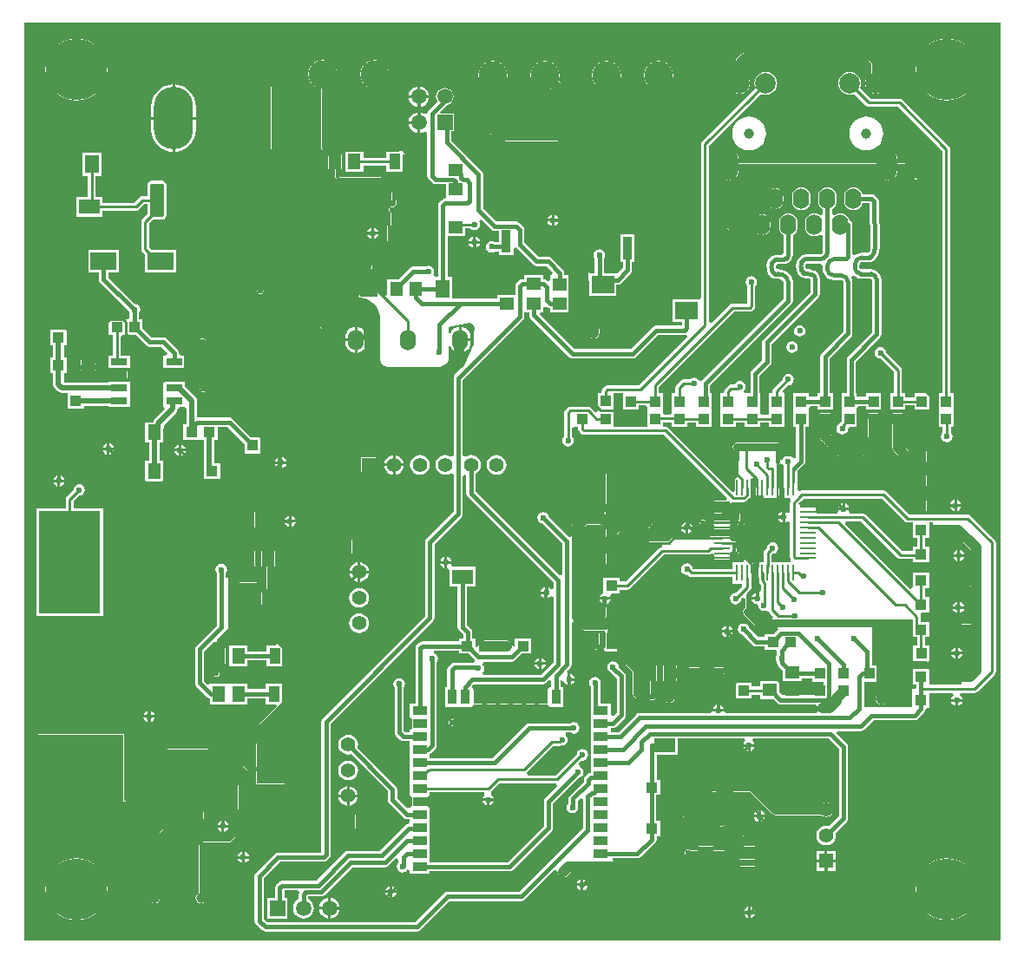
<source format=gbr>
%TF.GenerationSoftware,Altium Limited,Altium Designer,23.0.1 (38)*%
G04 Layer_Physical_Order=1*
G04 Layer_Color=255*
%FSLAX45Y45*%
%MOMM*%
%TF.SameCoordinates,E0F799D9-27B4-45C1-BD14-B3F5E9977550*%
%TF.FilePolarity,Positive*%
%TF.FileFunction,Copper,L1,Top,Signal*%
%TF.Part,Single*%
G01*
G75*
%TA.AperFunction,Conductor*%
%ADD10C,0.38100*%
%TA.AperFunction,SMDPad,CuDef*%
%ADD11R,1.56000X0.28000*%
%ADD12R,0.28000X1.56000*%
%ADD13R,1.10000X1.00000*%
%ADD14R,1.40000X1.20000*%
%ADD15R,1.50000X1.30000*%
%ADD16R,1.00000X1.10000*%
%ADD17R,2.00000X1.40000*%
%ADD18R,1.70000X1.70000*%
%ADD19R,5.55000X6.30000*%
%ADD20R,0.90000X2.25000*%
%ADD21R,1.10000X1.50000*%
%ADD22R,1.30000X1.50000*%
%ADD23R,1.35000X1.80000*%
%ADD24R,1.20000X1.40000*%
%ADD25R,1.70000X1.70000*%
%ADD26R,2.20000X1.70000*%
%ADD27R,1.60000X2.70000*%
%ADD28R,2.40000X3.10000*%
%ADD29R,1.60000X0.70000*%
%ADD30R,2.50000X1.70000*%
G04:AMPARAMS|DCode=31|XSize=1.34mm|YSize=3.29mm|CornerRadius=0.1675mm|HoleSize=0mm|Usage=FLASHONLY|Rotation=0.000|XOffset=0mm|YOffset=0mm|HoleType=Round|Shape=RoundedRectangle|*
%AMROUNDEDRECTD31*
21,1,1.34000,2.95500,0,0,0.0*
21,1,1.00500,3.29000,0,0,0.0*
1,1,0.33500,0.50250,-1.47750*
1,1,0.33500,-0.50250,-1.47750*
1,1,0.33500,-0.50250,1.47750*
1,1,0.33500,0.50250,1.47750*
%
%ADD31ROUNDEDRECTD31*%
%ADD32R,2.05000X1.45000*%
%ADD33R,6.00000X10.00000*%
%ADD34R,4.03860X1.04140*%
%ADD35R,8.30580X10.74420*%
%ADD36R,4.00000X2.80000*%
%ADD37C,1.00000*%
%ADD38R,2.80000X4.00000*%
%ADD39R,1.40000X1.20000*%
%ADD40R,1.45000X0.86000*%
%ADD41R,0.86000X1.45000*%
%ADD42R,3.50000X3.50000*%
%TA.AperFunction,Conductor*%
%ADD43C,0.25400*%
%ADD44C,1.01600*%
%ADD45C,0.76200*%
%ADD46C,0.50800*%
%ADD47C,1.52400*%
%TA.AperFunction,ComponentPad*%
%ADD48O,1.60000X2.00000*%
%ADD49C,2.00000*%
%ADD50O,2.00000X3.00000*%
%ADD51C,1.00000*%
%ADD52C,1.40000*%
%ADD53R,1.40000X1.40000*%
%ADD54R,3.81000X6.09600*%
%ADD55O,3.81000X6.09600*%
%ADD56C,2.79400*%
%ADD57C,1.50000*%
%ADD58R,1.50000X1.50000*%
%ADD59R,1.52400X2.03200*%
%ADD60O,1.52400X2.03200*%
%ADD61R,1.40000X1.40000*%
%TA.AperFunction,ViaPad*%
%ADD62C,6.00000*%
%ADD63C,0.60000*%
G36*
X9527944Y-21177D02*
X7947D01*
Y8928818D01*
X9527944D01*
Y-21177D01*
D02*
G37*
%LPC*%
G36*
X6195289Y8560904D02*
X6158820Y8556103D01*
X6124836Y8542026D01*
X6095653Y8519634D01*
X6073261Y8490451D01*
X6059184Y8456467D01*
X6054383Y8419998D01*
X6059184Y8383529D01*
X6073261Y8349546D01*
X6095653Y8320363D01*
X6124836Y8297971D01*
X6158820Y8283894D01*
X6195289Y8279093D01*
X6231758Y8283894D01*
X6265741Y8297971D01*
X6294924Y8320363D01*
X6317316Y8349546D01*
X6331393Y8383529D01*
X6336194Y8419998D01*
X6331393Y8456467D01*
X6317316Y8490451D01*
X6294924Y8519634D01*
X6265741Y8542026D01*
X6231758Y8556103D01*
X6195289Y8560904D01*
D02*
G37*
G36*
X5087498D02*
X5051029Y8556103D01*
X5017045Y8542026D01*
X4987863Y8519634D01*
X4965470Y8490451D01*
X4951394Y8456467D01*
X4946593Y8419998D01*
X4951394Y8383529D01*
X4965470Y8349546D01*
X4987863Y8320363D01*
X5017045Y8297971D01*
X5051029Y8283894D01*
X5087498Y8279093D01*
X5123967Y8283894D01*
X5142624Y8291622D01*
X5171390Y8262857D01*
X5173385Y8278822D01*
X5192743Y8291757D01*
X5215740Y8314753D01*
X5228674Y8334111D01*
X5244639Y8336107D01*
X5215874Y8364872D01*
X5223602Y8383529D01*
X5228404Y8419998D01*
X5223602Y8456467D01*
X5209526Y8490451D01*
X5187133Y8519634D01*
X5157951Y8542026D01*
X5123967Y8556103D01*
X5087498Y8560904D01*
D02*
G37*
G36*
X3425002Y8568407D02*
X3388533Y8563606D01*
X3354549Y8549529D01*
X3325367Y8527137D01*
X3302974Y8497954D01*
X3288898Y8463971D01*
X3284097Y8427502D01*
X3288898Y8391032D01*
X3302974Y8357049D01*
X3325367Y8327866D01*
X3354549Y8305474D01*
X3373207Y8297746D01*
Y8260025D01*
X3383408Y8267590D01*
X3392637Y8264790D01*
X3412302Y8262854D01*
Y8427502D01*
X3437702D01*
Y8262854D01*
X3457367Y8264790D01*
X3466596Y8267590D01*
X3476797Y8260025D01*
Y8297746D01*
X3495455Y8305474D01*
X3524637Y8327866D01*
X3547030Y8357049D01*
X3561106Y8391032D01*
X3565908Y8427502D01*
X3561106Y8463971D01*
X3547030Y8497954D01*
X3524637Y8527137D01*
X3495455Y8549529D01*
X3461471Y8563606D01*
X3425002Y8568407D01*
D02*
G37*
G36*
X8262500Y8638847D02*
X7032141D01*
X7017275Y8635890D01*
X7004673Y8627469D01*
X6960036Y8582832D01*
X6951615Y8570229D01*
X6948658Y8555363D01*
Y8432148D01*
X6937073Y8427349D01*
X6916183Y8411320D01*
X6900154Y8390431D01*
X6890078Y8366105D01*
X6886641Y8340000D01*
X6890078Y8313894D01*
X6900154Y8289568D01*
X6916183Y8268679D01*
X6937073Y8252650D01*
X6961399Y8242574D01*
X6987504Y8239137D01*
X7013610Y8242574D01*
X7037936Y8252650D01*
X7058825Y8268679D01*
X7074854Y8289568D01*
X7084930Y8313894D01*
X7088367Y8340000D01*
X7084930Y8366105D01*
X7074854Y8390431D01*
X7058825Y8411320D01*
X7037936Y8427349D01*
X7026351Y8432148D01*
Y8539272D01*
X7048232Y8561154D01*
X8246409D01*
X8273654Y8533909D01*
Y8432148D01*
X8262069Y8427349D01*
X8241179Y8411320D01*
X8225150Y8390431D01*
X8215074Y8366105D01*
X8211637Y8340000D01*
X8215074Y8313894D01*
X8225150Y8289568D01*
X8241179Y8268679D01*
X8262069Y8252650D01*
X8286395Y8242574D01*
X8312500Y8239137D01*
X8338606Y8242574D01*
X8362932Y8252650D01*
X8383821Y8268679D01*
X8399850Y8289568D01*
X8409926Y8313894D01*
X8413363Y8340000D01*
X8409926Y8366105D01*
X8399850Y8390431D01*
X8383821Y8411320D01*
X8362932Y8427349D01*
X8351347Y8432148D01*
Y8550000D01*
X8348390Y8564866D01*
X8339969Y8577468D01*
X8289969Y8627469D01*
X8277366Y8635890D01*
X8262500Y8638847D01*
D02*
G37*
G36*
X3868700Y8309595D02*
Y8222700D01*
X3955594D01*
X3953816Y8236210D01*
X3943699Y8260633D01*
X3927606Y8281607D01*
X3906633Y8297699D01*
X3882210Y8307816D01*
X3868700Y8309595D01*
D02*
G37*
G36*
X3843300D02*
X3829790Y8307816D01*
X3805367Y8297699D01*
X3784394Y8281607D01*
X3768301Y8260633D01*
X3758185Y8236210D01*
X3756406Y8222700D01*
X3843300D01*
Y8309595D01*
D02*
G37*
G36*
X9005001Y8775927D02*
X8957926Y8772222D01*
X8912009Y8761199D01*
X8868383Y8743128D01*
X8828120Y8718455D01*
X8792213Y8687788D01*
X8761546Y8651880D01*
X8736873Y8611618D01*
X8718802Y8567991D01*
X8707778Y8522075D01*
X8704074Y8475000D01*
X8707778Y8427924D01*
X8718802Y8382008D01*
X8736873Y8338381D01*
X8761546Y8298119D01*
X8792213Y8262212D01*
X8828120Y8231544D01*
X8868383Y8206871D01*
X8912009Y8188800D01*
X8957926Y8177777D01*
X9005001Y8174072D01*
X9052076Y8177777D01*
X9097993Y8188800D01*
X9141619Y8206871D01*
X9181882Y8231544D01*
X9217789Y8262212D01*
X9248456Y8298119D01*
X9273130Y8338381D01*
X9291200Y8382008D01*
X9302224Y8427924D01*
X9305929Y8475000D01*
X9302224Y8522075D01*
X9291200Y8567991D01*
X9273130Y8611618D01*
X9248456Y8651880D01*
X9217789Y8687788D01*
X9181882Y8718455D01*
X9141619Y8743128D01*
X9097993Y8761199D01*
X9052076Y8772222D01*
X9005001Y8775927D01*
D02*
G37*
G36*
X515000D02*
X467925Y8772222D01*
X422009Y8761199D01*
X378382Y8743128D01*
X338119Y8718455D01*
X302212Y8687788D01*
X271545Y8651880D01*
X246872Y8611618D01*
X228801Y8567991D01*
X217778Y8522075D01*
X214073Y8475000D01*
X217778Y8427924D01*
X228801Y8382008D01*
X246872Y8338381D01*
X271545Y8298119D01*
X302212Y8262212D01*
X338119Y8231544D01*
X378382Y8206871D01*
X422009Y8188800D01*
X467925Y8177777D01*
X515000Y8174072D01*
X562076Y8177777D01*
X607992Y8188800D01*
X651618Y8206871D01*
X691881Y8231544D01*
X727788Y8262212D01*
X758456Y8298119D01*
X783129Y8338381D01*
X801199Y8382008D01*
X812223Y8427924D01*
X815928Y8475000D01*
X812223Y8522075D01*
X801199Y8567991D01*
X783129Y8611618D01*
X758456Y8651880D01*
X727788Y8687788D01*
X691881Y8718455D01*
X651618Y8743128D01*
X607992Y8761199D01*
X562076Y8772222D01*
X515000Y8775927D01*
D02*
G37*
G36*
X3955594Y8197300D02*
X3868700D01*
Y8110406D01*
X3882210Y8112185D01*
X3906633Y8122301D01*
X3927606Y8138394D01*
X3943699Y8159367D01*
X3953816Y8183791D01*
X3955594Y8197300D01*
D02*
G37*
G36*
X3843300D02*
X3756406D01*
X3758185Y8183791D01*
X3768301Y8159367D01*
X3784394Y8138394D01*
X3805367Y8122301D01*
X3829790Y8112185D01*
X3843300Y8110406D01*
Y8197300D01*
D02*
G37*
G36*
X1476853Y8329993D02*
Y8012699D01*
X1681097D01*
Y8114299D01*
X1676929Y8156623D01*
X1664583Y8197320D01*
X1644535Y8234827D01*
X1617556Y8267702D01*
X1584681Y8294682D01*
X1547174Y8314730D01*
X1506476Y8327075D01*
X1476853Y8329993D01*
D02*
G37*
G36*
X1451453D02*
X1421829Y8327075D01*
X1381131Y8314730D01*
X1343624Y8294682D01*
X1310749Y8267702D01*
X1283770Y8234827D01*
X1263722Y8197320D01*
X1251376Y8156623D01*
X1247208Y8114299D01*
Y8012699D01*
X1451453D01*
Y8329993D01*
D02*
G37*
G36*
X3843301Y8055595D02*
X3829790Y8053816D01*
X3805367Y8043699D01*
X3784394Y8027607D01*
X3768301Y8006633D01*
X3758185Y7982210D01*
X3756406Y7968700D01*
X3843301D01*
Y8055595D01*
D02*
G37*
G36*
Y7943300D02*
X3756406D01*
X3758185Y7929791D01*
X3768301Y7905367D01*
X3784394Y7884394D01*
X3805367Y7868301D01*
X3829790Y7858185D01*
X3843301Y7856406D01*
Y7943300D01*
D02*
G37*
G36*
X3757001Y7768330D02*
Y7762596D01*
X3762735D01*
X3757001Y7768330D01*
D02*
G37*
G36*
X8221502Y8015796D02*
X8189157Y8012611D01*
X8158054Y8003176D01*
X8129390Y7987854D01*
X8104265Y7967235D01*
X8083646Y7942111D01*
X8068325Y7913446D01*
X8058890Y7882344D01*
X8055704Y7849998D01*
X8058890Y7817652D01*
X8068325Y7786550D01*
X8083646Y7757885D01*
X8104265Y7732761D01*
X8129390Y7712142D01*
X8158054Y7696821D01*
X8189157Y7687385D01*
X8221502Y7684200D01*
X8253848Y7687385D01*
X8284950Y7696821D01*
X8313615Y7712142D01*
X8338739Y7732761D01*
X8359358Y7757885D01*
X8374680Y7786550D01*
X8384115Y7817652D01*
X8387300Y7849998D01*
X8384115Y7882344D01*
X8374680Y7913446D01*
X8359358Y7942111D01*
X8338739Y7967235D01*
X8313615Y7987854D01*
X8284950Y8003176D01*
X8253848Y8012611D01*
X8221502Y8015796D01*
D02*
G37*
G36*
X7078502D02*
X7046157Y8012611D01*
X7015054Y8003176D01*
X6986390Y7987854D01*
X6961265Y7967235D01*
X6940646Y7942111D01*
X6925325Y7913446D01*
X6915890Y7882344D01*
X6912704Y7849998D01*
X6915890Y7817652D01*
X6925325Y7786550D01*
X6940646Y7757885D01*
X6961265Y7732761D01*
X6986390Y7712142D01*
X7015054Y7696821D01*
X7046157Y7687385D01*
X7078502Y7684200D01*
X7110848Y7687385D01*
X7141950Y7696821D01*
X7170615Y7712142D01*
X7195739Y7732761D01*
X7216358Y7757885D01*
X7231680Y7786550D01*
X7241115Y7817652D01*
X7244300Y7849998D01*
X7241115Y7882344D01*
X7231680Y7913446D01*
X7216358Y7942111D01*
X7195739Y7967235D01*
X7170615Y7987854D01*
X7141950Y8003176D01*
X7110848Y8012611D01*
X7078502Y8015796D01*
D02*
G37*
G36*
X1681097Y7987299D02*
X1476853D01*
Y7670005D01*
X1506476Y7672923D01*
X1547174Y7685268D01*
X1584681Y7705316D01*
X1617556Y7732296D01*
X1644535Y7765171D01*
X1664583Y7802678D01*
X1676929Y7843375D01*
X1681097Y7885699D01*
Y7987299D01*
D02*
G37*
G36*
X1451453D02*
X1247208D01*
Y7885699D01*
X1251376Y7843375D01*
X1263722Y7802678D01*
X1283770Y7765171D01*
X1310749Y7732296D01*
X1343624Y7705316D01*
X1381131Y7685268D01*
X1421829Y7672923D01*
X1451453Y7670005D01*
Y7987299D01*
D02*
G37*
G36*
X2416653Y8304799D02*
X2035653D01*
Y7695199D01*
X2047215D01*
Y7669799D01*
X2150805D01*
Y7695199D01*
X2416653D01*
Y8304799D01*
D02*
G37*
G36*
X3678031Y7700801D02*
X3667510Y7675401D01*
X3539679D01*
Y7613847D01*
X3318745D01*
Y7675400D01*
X3137945D01*
Y7474600D01*
X3318745D01*
Y7536154D01*
X3539679D01*
Y7474602D01*
X3700479D01*
Y7642432D01*
X3725879Y7652953D01*
X3715241Y7648547D01*
X3704681Y7655603D01*
Y7681681D01*
X3681541D01*
X3674485Y7692241D01*
X3678031Y7700801D01*
D02*
G37*
G36*
X8424504Y7695863D02*
X8398399Y7692426D01*
X8374073Y7682350D01*
X8353183Y7666321D01*
X8337154Y7645431D01*
X8327078Y7621105D01*
X8323641Y7595000D01*
Y7558746D01*
X6976363D01*
Y7595000D01*
X6972926Y7621105D01*
X6962850Y7645431D01*
X6946821Y7666321D01*
X6925932Y7682350D01*
X6901606Y7692426D01*
X6875500Y7695863D01*
X6849395Y7692426D01*
X6825069Y7682350D01*
X6804179Y7666321D01*
X6788151Y7645431D01*
X6778074Y7621105D01*
X6774637Y7595000D01*
Y7495000D01*
X6778074Y7468895D01*
X6788151Y7444569D01*
X6804179Y7423679D01*
X6825069Y7407650D01*
X6849395Y7397574D01*
X6861754Y7395947D01*
Y6937152D01*
X6861754Y6937151D01*
X6865780Y6927431D01*
X6880659Y6912553D01*
X6880659Y6912552D01*
X6890379Y6908526D01*
X7132859D01*
X7136120Y6900653D01*
X7148944Y6883941D01*
X7165655Y6871118D01*
X7185116Y6863057D01*
X7206000Y6860308D01*
X7226884Y6863057D01*
X7246345Y6871118D01*
X7263057Y6883941D01*
X7275880Y6900653D01*
X7283941Y6920114D01*
X7286690Y6940998D01*
Y6980998D01*
X7283941Y7001882D01*
X7275880Y7021343D01*
X7263057Y7038055D01*
X7246345Y7050878D01*
X7226884Y7058939D01*
X7206000Y7061688D01*
X7185116Y7058939D01*
X7165655Y7050878D01*
X7148944Y7038055D01*
X7136120Y7021343D01*
X7128059Y7001882D01*
X7125310Y6980998D01*
Y6940998D01*
X7120943Y6936019D01*
X6896073D01*
X6889247Y6942846D01*
Y7395947D01*
X6901606Y7397574D01*
X6925932Y7407650D01*
X6946821Y7423679D01*
X6962850Y7444569D01*
X6972926Y7468895D01*
X6976363Y7495000D01*
Y7531253D01*
X8323641D01*
Y7495000D01*
X8327078Y7468895D01*
X8337154Y7444569D01*
X8353183Y7423679D01*
X8374073Y7407650D01*
X8398399Y7397574D01*
X8424504Y7394137D01*
X8450609Y7397574D01*
X8474936Y7407650D01*
X8495825Y7423679D01*
X8511854Y7444569D01*
X8521930Y7468895D01*
X8525367Y7495000D01*
Y7531253D01*
X8594306D01*
X8702652Y7422907D01*
X8692131Y7397507D01*
X8645000D01*
Y7227508D01*
X8815000D01*
Y7397507D01*
X8747984D01*
X8738018Y7420729D01*
X8733992Y7430449D01*
X8609720Y7554720D01*
X8600000Y7558747D01*
X8600000Y7558746D01*
X8525367D01*
Y7595000D01*
X8521930Y7621105D01*
X8511854Y7645431D01*
X8495825Y7666321D01*
X8474936Y7682350D01*
X8450609Y7692426D01*
X8424504Y7695863D01*
D02*
G37*
G36*
X4579498Y8560904D02*
X4543029Y8556103D01*
X4509045Y8542026D01*
X4479863Y8519634D01*
X4457470Y8490451D01*
X4443394Y8456467D01*
X4438593Y8419998D01*
X4443394Y8383529D01*
X4457470Y8349546D01*
X4479863Y8320363D01*
X4509045Y8297971D01*
X4543029Y8283894D01*
X4553600Y8282502D01*
Y7857830D01*
X4555572Y7847920D01*
X4561186Y7839518D01*
X4660001Y7740703D01*
Y7147328D01*
X5215001D01*
Y7777327D01*
X4696626D01*
X4605396Y7868558D01*
Y8282502D01*
X4615967Y8283894D01*
X4649951Y8297971D01*
X4679133Y8320363D01*
X4701526Y8349546D01*
X4715602Y8383529D01*
X4720404Y8419998D01*
X4715602Y8456467D01*
X4701526Y8490451D01*
X4679133Y8519634D01*
X4649951Y8542026D01*
X4615967Y8556103D01*
X4579498Y8560904D01*
D02*
G37*
G36*
X2917002Y8568407D02*
X2880533Y8563606D01*
X2846549Y8549529D01*
X2817367Y8527137D01*
X2794974Y8497954D01*
X2780898Y8463971D01*
X2776097Y8427502D01*
X2780898Y8391032D01*
X2794974Y8357049D01*
X2817367Y8327866D01*
X2846549Y8305474D01*
X2880533Y8291397D01*
X2903256Y8288406D01*
Y7706341D01*
X2903255Y7706341D01*
X2907282Y7696621D01*
X2973343Y7630559D01*
Y7500000D01*
X3039598D01*
Y7423577D01*
X3039597Y7423576D01*
X3043624Y7413856D01*
X3058503Y7398978D01*
X3058503Y7398977D01*
X3068223Y7394951D01*
X3475608D01*
X3590002Y7280558D01*
Y7199998D01*
X3631255D01*
Y7163196D01*
X3604298Y7136238D01*
X3595000Y7138088D01*
X3583295Y7135759D01*
X3573371Y7129129D01*
X3566741Y7119205D01*
X3564412Y7107500D01*
X3566741Y7095795D01*
X3573371Y7085871D01*
X3581253Y7080604D01*
Y6951821D01*
X3544680D01*
Y6801822D01*
X3674680D01*
Y6951821D01*
X3608746D01*
Y7080604D01*
X3616629Y7085871D01*
X3623259Y7095795D01*
X3625588Y7107500D01*
X3623738Y7116798D01*
X3654722Y7147781D01*
X3658748Y7157502D01*
X3658748Y7157502D01*
Y7199998D01*
X3700001D01*
Y7299998D01*
X3609442D01*
X3491023Y7418418D01*
X3481302Y7422444D01*
X3481302Y7422444D01*
X3073917D01*
X3067091Y7429271D01*
Y7500000D01*
X3103343D01*
Y7650000D01*
X2992784D01*
X2930749Y7712035D01*
Y8288406D01*
X2953471Y8291397D01*
X2987455Y8305474D01*
X3016637Y8327866D01*
X3039030Y8357049D01*
X3053106Y8391032D01*
X3057908Y8427502D01*
X3053106Y8463971D01*
X3039030Y8497954D01*
X3016637Y8527137D01*
X2987455Y8549529D01*
X2953471Y8563606D01*
X2917002Y8568407D01*
D02*
G37*
G36*
X7333000Y7315688D02*
X7312116Y7312939D01*
X7292655Y7304878D01*
X7275944Y7292055D01*
X7263120Y7275343D01*
X7255059Y7255882D01*
X7252310Y7234998D01*
Y7194998D01*
X7255059Y7174114D01*
X7263120Y7154653D01*
X7275944Y7137941D01*
X7292655Y7125118D01*
X7312116Y7117057D01*
X7333000Y7114308D01*
X7353884Y7117057D01*
X7373345Y7125118D01*
X7390057Y7137941D01*
X7402880Y7154653D01*
X7410941Y7174114D01*
X7413690Y7194998D01*
Y7234998D01*
X7410941Y7255882D01*
X7402880Y7275343D01*
X7390057Y7292055D01*
X7373345Y7304878D01*
X7353884Y7312939D01*
X7333000Y7315688D01*
D02*
G37*
G36*
X7587000Y7325936D02*
X7563464Y7322838D01*
X7541531Y7313753D01*
X7522697Y7299301D01*
X7508246Y7280467D01*
X7499161Y7258535D01*
X7496062Y7234998D01*
Y7194998D01*
X7499161Y7171461D01*
X7508246Y7149529D01*
X7522697Y7130695D01*
X7541531Y7116243D01*
X7563464Y7107159D01*
X7587000Y7104060D01*
X7610536Y7107159D01*
X7632469Y7116243D01*
X7651303Y7130695D01*
X7665755Y7149529D01*
X7674839Y7171461D01*
X7677938Y7194998D01*
Y7234998D01*
X7674839Y7258535D01*
X7665755Y7280467D01*
X7651303Y7299301D01*
X7632469Y7313753D01*
X7610536Y7322838D01*
X7587000Y7325936D01*
D02*
G37*
G36*
X5687289Y8560904D02*
X5650820Y8556103D01*
X5616836Y8542026D01*
X5587653Y8519634D01*
X5565261Y8490451D01*
X5551184Y8456467D01*
X5546383Y8419998D01*
X5551184Y8383529D01*
X5565261Y8349546D01*
X5587653Y8320363D01*
X5616836Y8297971D01*
X5650820Y8283894D01*
X5667865Y8281650D01*
Y7860289D01*
X5669344Y7852856D01*
X5673554Y7846555D01*
X5673555Y7846554D01*
X5842574Y7677533D01*
Y7074998D01*
X6397574D01*
Y7704998D01*
X5870046D01*
X5706712Y7868334D01*
Y8281650D01*
X5723758Y8283894D01*
X5757741Y8297971D01*
X5786924Y8320363D01*
X5809316Y8349546D01*
X5823393Y8383529D01*
X5828194Y8419998D01*
X5823393Y8456467D01*
X5809316Y8490451D01*
X5786924Y8519634D01*
X5757741Y8542026D01*
X5723758Y8556103D01*
X5687289Y8560904D01*
D02*
G37*
G36*
X5178201Y7056459D02*
Y7015200D01*
X5219460D01*
X5217687Y7024116D01*
X5205443Y7042442D01*
X5187117Y7054686D01*
X5178201Y7056459D01*
D02*
G37*
G36*
X5152801D02*
X5143886Y7054686D01*
X5125560Y7042442D01*
X5113316Y7024116D01*
X5111542Y7015200D01*
X5152801D01*
Y7056459D01*
D02*
G37*
G36*
X5219460Y6989800D02*
X5178201D01*
Y6948541D01*
X5187117Y6950315D01*
X5205443Y6962559D01*
X5217687Y6980884D01*
X5219460Y6989800D01*
D02*
G37*
G36*
X5152801D02*
X5111542D01*
X5113316Y6980884D01*
X5125560Y6962559D01*
X5143886Y6950315D01*
X5152801Y6948541D01*
Y6989800D01*
D02*
G37*
G36*
X3420200Y6930780D02*
Y6889521D01*
X3461459D01*
X3459686Y6898437D01*
X3447441Y6916763D01*
X3429116Y6929007D01*
X3420200Y6930780D01*
D02*
G37*
G36*
X3394800D02*
X3385884Y6929007D01*
X3367559Y6916763D01*
X3355315Y6898437D01*
X3353541Y6889521D01*
X3394800D01*
Y6930780D01*
D02*
G37*
G36*
X3461459Y6864121D02*
X3420200D01*
Y6822862D01*
X3429116Y6824636D01*
X3447441Y6836880D01*
X3459686Y6855205D01*
X3461459Y6864121D01*
D02*
G37*
G36*
X3394800D02*
X3353541D01*
X3355315Y6855205D01*
X3367559Y6836880D01*
X3385884Y6824636D01*
X3394800Y6822862D01*
Y6864121D01*
D02*
G37*
G36*
X3764701Y6667145D02*
X3756113Y6665437D01*
X3744879Y6663203D01*
X3764701Y6667145D01*
D02*
G37*
G36*
X757374Y7665403D02*
X571574D01*
Y7434603D01*
X625628D01*
Y7232902D01*
X514598D01*
Y7037102D01*
X770398D01*
Y7096156D01*
X1094998D01*
X1109864Y7099113D01*
X1122467Y7107534D01*
X1176087Y7161154D01*
X1206777D01*
Y7065036D01*
X1157274Y7015533D01*
X1148853Y7002930D01*
X1145896Y6988064D01*
Y6721717D01*
X1148853Y6706851D01*
X1157274Y6694249D01*
X1186702Y6664821D01*
Y6493199D01*
X1487502D01*
Y6713999D01*
X1247398D01*
X1223589Y6737808D01*
Y6971973D01*
X1260891Y7009275D01*
X1350252D01*
X1366699Y7012546D01*
X1380641Y7021862D01*
X1389957Y7035805D01*
X1393228Y7052251D01*
Y7347751D01*
X1389957Y7364197D01*
X1380641Y7378139D01*
X1366699Y7387455D01*
X1350252Y7390727D01*
X1249753D01*
X1233306Y7387455D01*
X1219364Y7378139D01*
X1210048Y7364197D01*
X1206777Y7347751D01*
Y7238847D01*
X1159997D01*
X1145131Y7235890D01*
X1132528Y7227469D01*
X1078907Y7173849D01*
X770398D01*
Y7232902D01*
X703321D01*
Y7434603D01*
X757374D01*
Y7665403D01*
D02*
G37*
G36*
X2273095Y6370536D02*
Y6329983D01*
X2274573Y6322549D01*
X2278783Y6316248D01*
X2279930Y6315102D01*
X2279412Y6312500D01*
X2281741Y6300795D01*
X2288371Y6290871D01*
X2298295Y6284241D01*
X2310000Y6281913D01*
X2321705Y6284241D01*
X2331629Y6290871D01*
X2338259Y6300795D01*
X2340588Y6312500D01*
X2338259Y6324206D01*
X2331629Y6334129D01*
X2321705Y6340759D01*
X2311941Y6342702D01*
Y6367900D01*
X2298980D01*
X2285795Y6362439D01*
X2273095Y6370536D01*
D02*
G37*
G36*
X5509358Y7845000D02*
X5355642D01*
Y6406149D01*
X5514597D01*
Y6264098D01*
X5514596Y6264098D01*
X5514596D01*
X5511856Y6251948D01*
X5514597Y6264098D01*
X5534758Y6264098D01*
X5785397D01*
Y6374507D01*
X5794828D01*
X5812172Y6377957D01*
X5826875Y6387781D01*
X5924120Y6485027D01*
X5933944Y6499730D01*
X5937394Y6517074D01*
Y6592094D01*
X5962473D01*
Y6867894D01*
X5821674D01*
Y6592094D01*
X5846753D01*
Y6535846D01*
X5792756Y6481849D01*
X5785396Y6484898D01*
Y6484898D01*
X5662821D01*
Y6633110D01*
X5669686Y6643384D01*
X5673985Y6665000D01*
X5669686Y6686616D01*
X5657441Y6704941D01*
X5639116Y6717185D01*
X5617500Y6721485D01*
X5595884Y6717185D01*
X5577559Y6704941D01*
X5565314Y6686616D01*
X5561015Y6665000D01*
X5565314Y6643384D01*
X5572179Y6633110D01*
Y6484898D01*
X5514597Y6484898D01*
X5509358Y6508128D01*
Y7845000D01*
D02*
G37*
G36*
X7241504Y8451110D02*
X7212747Y8447324D01*
X7185949Y8436224D01*
X7162937Y8418567D01*
X7145280Y8395555D01*
X7134180Y8368757D01*
X7130394Y8340000D01*
X7134180Y8311242D01*
X7141101Y8294533D01*
X7072531Y8225964D01*
X7072531Y8225963D01*
X6620032Y7773464D01*
X6611611Y7760861D01*
X6608654Y7745995D01*
Y6254950D01*
X6605400Y6230898D01*
X6583254Y6230898D01*
X6334600D01*
Y6010098D01*
X6424679D01*
Y5975321D01*
X6172682D01*
X6155338Y5971871D01*
X6140635Y5962047D01*
X6140635Y5962046D01*
X5923909Y5745321D01*
X5375146D01*
X5038269Y6082198D01*
X5048790Y6107598D01*
X5071478D01*
Y6157178D01*
X5094945Y6166898D01*
X5104326Y6157517D01*
X5119029Y6147693D01*
X5136020Y6144313D01*
Y6104164D01*
X5326819D01*
Y6274963D01*
X5326820D01*
Y6294161D01*
X5326819D01*
Y6464960D01*
X5276740D01*
Y6489496D01*
X5276741Y6489497D01*
X5273290Y6506840D01*
X5263466Y6521543D01*
X5149713Y6635296D01*
X5135010Y6645121D01*
X5117667Y6648570D01*
X5023867D01*
X4885321Y6787116D01*
Y6910000D01*
X4881871Y6927344D01*
X4872047Y6942047D01*
X4835473Y6978621D01*
X4820770Y6988445D01*
X4803427Y6991895D01*
X4610642D01*
X4483620Y7118916D01*
Y7453798D01*
X4480170Y7471142D01*
X4470346Y7485845D01*
X4174822Y7781369D01*
Y7870840D01*
X4195160D01*
Y8041160D01*
X4075944D01*
X4066224Y8064627D01*
X4128083Y8126486D01*
X4132231Y8127033D01*
X4152947Y8135613D01*
X4170737Y8149264D01*
X4184387Y8167053D01*
X4192968Y8187769D01*
X4195895Y8210000D01*
X4192968Y8232231D01*
X4184387Y8252948D01*
X4170737Y8270737D01*
X4152947Y8284387D01*
X4132231Y8292968D01*
X4110000Y8295895D01*
X4087769Y8292968D01*
X4067053Y8284387D01*
X4049263Y8270737D01*
X4035613Y8252948D01*
X4027032Y8232231D01*
X4024105Y8210000D01*
X4027032Y8187769D01*
X4035613Y8167053D01*
X4037719Y8164309D01*
X3950953Y8077543D01*
X3941129Y8062840D01*
X3938783Y8051046D01*
X3924266Y8042260D01*
X3912279Y8039367D01*
X3906633Y8043699D01*
X3882210Y8053816D01*
X3868701Y8055595D01*
Y7956000D01*
Y7856406D01*
X3882210Y7858185D01*
X3906633Y7868301D01*
X3912279Y7872633D01*
X3937679Y7860107D01*
Y7437000D01*
X3941129Y7419656D01*
X3950953Y7404953D01*
X3985144Y7370763D01*
X3999847Y7360939D01*
X4017191Y7357488D01*
X4017192Y7357489D01*
X4123520D01*
Y7219163D01*
X4101055Y7212077D01*
X4094978Y7210868D01*
X4080275Y7201044D01*
X4057956Y7178726D01*
X4048132Y7164023D01*
X4044682Y7146679D01*
Y6449319D01*
X4018724D01*
X4008624Y6449320D01*
X3996126Y6474314D01*
X4002186Y6483384D01*
X4006485Y6505000D01*
X4002186Y6526616D01*
X3989941Y6544941D01*
X3971616Y6557186D01*
X3950000Y6561485D01*
X3928384Y6557186D01*
X3918110Y6550321D01*
X3796519D01*
X3779176Y6546871D01*
X3764473Y6537047D01*
X3656748Y6429322D01*
X3550041D01*
Y6273124D01*
X3526575Y6263404D01*
X3450002Y6339976D01*
Y6425002D01*
X3383747D01*
Y6525604D01*
X3391629Y6530871D01*
X3398259Y6540795D01*
X3400588Y6552500D01*
X3398259Y6564205D01*
X3391629Y6574129D01*
X3381705Y6580759D01*
X3370000Y6583088D01*
X3358295Y6580759D01*
X3348371Y6574129D01*
X3341741Y6564205D01*
X3339412Y6552500D01*
X3341741Y6540795D01*
X3348371Y6530871D01*
X3356254Y6525604D01*
Y6425002D01*
X3280002D01*
Y6280363D01*
X3280002Y6278217D01*
X3255598Y6254007D01*
X3260776Y6259144D01*
X3272500Y6254261D01*
Y6247500D01*
X3292937D01*
X3333025Y6239526D01*
X3370788Y6223884D01*
X3404773Y6201176D01*
X3433676Y6172273D01*
X3456384Y6138288D01*
X3472026Y6100526D01*
X3480000Y6060437D01*
Y6040000D01*
Y5650000D01*
X3480361Y5642648D01*
X3483229Y5628229D01*
X3488856Y5614645D01*
X3497024Y5602420D01*
X3507420Y5592024D01*
X3519645Y5583856D01*
X3533228Y5578229D01*
X3547648Y5575361D01*
X3555000Y5575000D01*
X4055000D01*
X4064311Y5575457D01*
X4082576Y5579090D01*
X4099782Y5586217D01*
X4115266Y5596563D01*
X4128434Y5609731D01*
X4138781Y5625215D01*
X4145908Y5642421D01*
X4149542Y5660685D01*
X4149999Y5669997D01*
X4150000D01*
Y5772952D01*
X4162700Y5775478D01*
X4168755Y5760861D01*
X4185040Y5739637D01*
X4206264Y5723352D01*
X4230979Y5713114D01*
X4244802Y5711294D01*
Y5837499D01*
Y5963704D01*
X4230979Y5961884D01*
X4206264Y5951647D01*
X4185040Y5935361D01*
X4168755Y5914138D01*
X4162700Y5899520D01*
X4150000Y5902046D01*
Y5962499D01*
X4351885Y6006814D01*
X4358333Y6005053D01*
X4370225Y5998946D01*
X4380600Y5990515D01*
X4389011Y5980125D01*
X4395097Y5968222D01*
X4398596Y5955320D01*
X4399356Y5941973D01*
X4398128Y5933903D01*
X4394998Y5922499D01*
X4394997Y5922499D01*
X4394998Y5922498D01*
X4395000Y5792500D01*
X4300357Y5588655D01*
X4273101Y5561398D01*
X4195512Y5494294D01*
X4182831Y5504701D01*
X4202560Y5488509D01*
X4197465Y5480884D01*
X4194015Y5463540D01*
Y4709135D01*
X4168615Y4696609D01*
X4163110Y4700833D01*
X4139903Y4710446D01*
X4114998Y4713725D01*
X4090094Y4710446D01*
X4066886Y4700833D01*
X4046958Y4685542D01*
X4031667Y4665613D01*
X4022054Y4642406D01*
X4018775Y4617502D01*
X4022054Y4592597D01*
X4031667Y4569390D01*
X4046958Y4549462D01*
X4066886Y4534170D01*
X4090094Y4524557D01*
X4114998Y4521278D01*
X4139903Y4524557D01*
X4163110Y4534170D01*
X4168615Y4538395D01*
X4194015Y4525869D01*
Y4156432D01*
X3930430Y3892847D01*
X3920605Y3878144D01*
X3917155Y3860800D01*
Y3140433D01*
X2917953Y2141230D01*
X2908129Y2126527D01*
X2904679Y2109184D01*
Y832721D01*
X2481656D01*
X2464313Y829271D01*
X2449610Y819447D01*
X2267953Y637790D01*
X2258129Y623087D01*
X2254679Y605744D01*
Y165000D01*
X2258129Y147656D01*
X2267953Y132953D01*
X2325453Y75453D01*
X2340156Y65629D01*
X2357500Y62179D01*
X2357501Y62179D01*
X3838836D01*
X3856180Y65629D01*
X3870883Y75453D01*
X4155239Y359809D01*
X4855130D01*
X4872474Y363259D01*
X4887177Y373083D01*
X5182687Y668593D01*
X5188408Y667844D01*
X5210107Y646738D01*
X5214050Y626917D01*
X5225278Y610114D01*
X5242081Y598886D01*
X5245760Y598154D01*
X5247236Y597167D01*
X5267058Y593225D01*
X5286879Y597167D01*
X5303682Y608395D01*
X5339492Y644205D01*
X5751499D01*
Y742783D01*
X5763106Y747938D01*
X5763263Y747796D01*
X5749321Y760396D01*
X5747351Y776171D01*
X5748859Y777680D01*
X5986810D01*
X6004154Y781130D01*
X6018857Y790954D01*
X6076980Y849077D01*
X6079131Y849505D01*
X6093834Y859329D01*
X6162210Y927705D01*
X6172034Y942408D01*
X6175484Y959751D01*
X6175484Y959753D01*
Y991502D01*
X6210563D01*
Y1142301D01*
X6174417D01*
Y1393406D01*
X6210482D01*
Y1544206D01*
X6175402D01*
Y1783403D01*
X6380485D01*
Y1948579D01*
X7035976D01*
X7043681Y1923179D01*
X7037042Y1918744D01*
X7024798Y1900418D01*
X7023025Y1891502D01*
X7130943D01*
X7129169Y1900418D01*
X7116925Y1918744D01*
X7110287Y1923179D01*
X7117991Y1948579D01*
X7849828D01*
X7954679Y1843728D01*
Y1188769D01*
X7857697Y1091786D01*
X7854907Y1092942D01*
X7830002Y1096221D01*
X7805098Y1092942D01*
X7781890Y1083330D01*
X7761962Y1068038D01*
X7746671Y1048110D01*
X7737058Y1024902D01*
X7733779Y999998D01*
X7737058Y975094D01*
X7746671Y951886D01*
X7761962Y931958D01*
X7781890Y916666D01*
X7805098Y907054D01*
X7830002Y903775D01*
X7854907Y907054D01*
X7878114Y916666D01*
X7898042Y931958D01*
X7913334Y951886D01*
X7922947Y975094D01*
X7926225Y999998D01*
X7922947Y1024902D01*
X7921791Y1027693D01*
X8032047Y1137949D01*
X8041871Y1152652D01*
X8045321Y1169996D01*
Y1862499D01*
X8045321Y1862500D01*
X8041871Y1879844D01*
X8032047Y1894547D01*
X8032046Y1894547D01*
X7931158Y1995435D01*
X7940879Y2018902D01*
X8166723D01*
X8184066Y2022352D01*
X8198769Y2032176D01*
X8292972Y2126379D01*
X8694496D01*
X8711840Y2129829D01*
X8726543Y2139653D01*
X8787131Y2200242D01*
X8787132Y2200242D01*
X8796956Y2214946D01*
X8800406Y2232289D01*
X8820400Y2244606D01*
X8835485D01*
Y2391153D01*
X9066052D01*
X9073758Y2365753D01*
X9065059Y2359941D01*
X9052815Y2341616D01*
X9051041Y2332700D01*
X9158959D01*
X9157186Y2341616D01*
X9144942Y2359941D01*
X9136243Y2365753D01*
X9143948Y2391153D01*
X9281650D01*
X9296516Y2394111D01*
X9309118Y2402531D01*
X9474969Y2568382D01*
X9483389Y2580984D01*
X9486347Y2595850D01*
Y3857501D01*
X9483389Y3872366D01*
X9474969Y3884969D01*
X9238967Y4120971D01*
X9226364Y4129392D01*
X9211498Y4132349D01*
X8642675D01*
X8420553Y4354470D01*
X8407950Y4362891D01*
X8393085Y4365848D01*
X7594571D01*
X7579705Y4362891D01*
X7572298Y4357942D01*
X7546898Y4366472D01*
Y4462073D01*
X7547142Y4463300D01*
Y4553403D01*
X7613830Y4620091D01*
X7623654Y4634794D01*
X7627104Y4652137D01*
X7627104Y4652139D01*
Y4984518D01*
X7657183D01*
Y5129120D01*
X7657183Y5145317D01*
X7657183Y5171638D01*
X7675144Y5189599D01*
X7743106D01*
Y5154520D01*
X7893906D01*
Y5315320D01*
X7863827D01*
Y5654974D01*
X8074547Y5865694D01*
X8084371Y5880397D01*
X8087821Y5897741D01*
X8087821Y5897742D01*
Y6400814D01*
X8087889D01*
X8084148Y6429232D01*
X8073668Y6454534D01*
X8073180Y6455713D01*
X8093871Y6469158D01*
X8094149Y6468796D01*
X8096331Y6465953D01*
X8118751Y6448750D01*
X8144859Y6437935D01*
X8172877Y6434247D01*
Y6434302D01*
X8256153D01*
X8274897Y6424694D01*
X8277584Y6409420D01*
Y5908953D01*
X8042705Y5674074D01*
X8032881Y5659371D01*
X8029431Y5642027D01*
Y5315320D01*
X7979829D01*
Y5170718D01*
X7979829Y5154520D01*
X7979829Y5129120D01*
Y5039455D01*
X7960414Y5020040D01*
X7959238Y5018279D01*
X7947941Y5010731D01*
X7935697Y4992406D01*
X7931397Y4970790D01*
X7935697Y4949174D01*
X7947941Y4930849D01*
X7966267Y4918605D01*
X7987883Y4914305D01*
X8009499Y4918605D01*
X8027824Y4930849D01*
X8040068Y4949174D01*
X8044368Y4970790D01*
X8055634Y4984518D01*
X8130629D01*
Y5129120D01*
X8130629Y5145317D01*
X8130629Y5171638D01*
X8148589Y5189599D01*
X8216552D01*
Y5154520D01*
X8367352D01*
Y5315320D01*
X8216552D01*
Y5280240D01*
X8130629D01*
Y5315320D01*
X8120072D01*
Y5623255D01*
X8354952Y5858134D01*
X8364776Y5872837D01*
X8368226Y5890181D01*
Y6423317D01*
X8368250D01*
X8364685Y6450391D01*
X8354235Y6475621D01*
X8337610Y6497286D01*
X8337593Y6497269D01*
X8336797Y6497802D01*
X8317993Y6512230D01*
X8295220Y6521663D01*
X8271719Y6524757D01*
X8270782Y6524944D01*
X8172877D01*
Y6525007D01*
X8166183Y6526338D01*
X8160508Y6530130D01*
X8156715Y6535806D01*
X8155384Y6542500D01*
X8155321D01*
Y6569532D01*
X8155262Y6569826D01*
X8157250Y6579818D01*
X8163076Y6588538D01*
X8171796Y6594365D01*
X8181788Y6596352D01*
X8182082Y6596294D01*
X8255787D01*
X8259934Y6597118D01*
X8273690Y6598930D01*
X8290374Y6605840D01*
X8301380Y6614285D01*
X8304897Y6616635D01*
X8305549Y6617612D01*
X8324320Y6640484D01*
X8338813Y6667599D01*
X8347738Y6697021D01*
X8350639Y6726467D01*
X8350867Y6727618D01*
Y6760354D01*
X8350803Y6760677D01*
X8350863Y6761001D01*
X8344736Y7189838D01*
X8342953Y7198179D01*
X8341291Y7206533D01*
X8341108Y7206807D01*
X8341039Y7207130D01*
X8336199Y7214154D01*
X8331467Y7221237D01*
X8305660Y7247044D01*
X8305660Y7247044D01*
X8290956Y7256869D01*
X8273613Y7260318D01*
X8182100D01*
X8173755Y7280467D01*
X8159303Y7299301D01*
X8140469Y7313753D01*
X8118536Y7322838D01*
X8095000Y7325936D01*
X8071464Y7322838D01*
X8049531Y7313753D01*
X8030697Y7299301D01*
X8016246Y7280467D01*
X8007161Y7258535D01*
X8004062Y7234998D01*
Y7194998D01*
X8007161Y7171461D01*
X8016246Y7149529D01*
X8030697Y7130695D01*
X8049531Y7116243D01*
X8071464Y7107159D01*
X8095000Y7104060D01*
X8118536Y7107159D01*
X8140469Y7116243D01*
X8159303Y7130695D01*
X8173755Y7149529D01*
X8182100Y7169677D01*
X8254374D01*
X8260226Y6760027D01*
Y6727618D01*
X8260328Y6727106D01*
X8258130Y6710412D01*
X8251489Y6694378D01*
X8245778Y6686935D01*
X8182082D01*
Y6687070D01*
X8151661Y6683065D01*
X8123313Y6671323D01*
X8113221Y6663578D01*
X8087821Y6676105D01*
Y6960998D01*
X8084371Y6978341D01*
X8074547Y6993045D01*
X8059843Y7002869D01*
X8055957Y7003642D01*
X8055839Y7004535D01*
X8046755Y7026467D01*
X8032303Y7045301D01*
X8013469Y7059753D01*
X7991536Y7068838D01*
X7968000Y7071936D01*
X7944464Y7068838D01*
X7922531Y7059753D01*
X7911721Y7051458D01*
X7886728Y7061966D01*
X7886321Y7062365D01*
Y7116182D01*
X7886469Y7116243D01*
X7905303Y7130695D01*
X7919755Y7149529D01*
X7928839Y7171461D01*
X7931938Y7194998D01*
Y7234998D01*
X7928839Y7258535D01*
X7919755Y7280467D01*
X7905303Y7299301D01*
X7886469Y7313753D01*
X7864536Y7322838D01*
X7841000Y7325936D01*
X7817464Y7322838D01*
X7795531Y7313753D01*
X7776697Y7299301D01*
X7762246Y7280467D01*
X7753161Y7258535D01*
X7750062Y7234998D01*
Y7194998D01*
X7753161Y7171461D01*
X7762246Y7149529D01*
X7776697Y7130695D01*
X7795531Y7116243D01*
X7795679Y7116182D01*
Y7062365D01*
X7795272Y7061966D01*
X7770279Y7051458D01*
X7759469Y7059753D01*
X7737536Y7068838D01*
X7714000Y7071936D01*
X7690464Y7068838D01*
X7668531Y7059753D01*
X7649697Y7045301D01*
X7635246Y7026467D01*
X7626161Y7004535D01*
X7623062Y6980998D01*
Y6940998D01*
X7626161Y6917461D01*
X7635246Y6895529D01*
X7649697Y6876695D01*
X7668531Y6862243D01*
X7690464Y6853159D01*
X7714000Y6850060D01*
X7737536Y6853159D01*
X7759469Y6862243D01*
X7770279Y6870538D01*
X7795272Y6860030D01*
X7795679Y6859631D01*
Y6690649D01*
X7777565Y6672535D01*
X7639801Y6672536D01*
X7637443Y6672067D01*
X7618250Y6669540D01*
X7608144Y6666266D01*
X7608143Y6666266D01*
X7608002Y6666238D01*
X7604293Y6663759D01*
X7594294Y6659617D01*
X7570522Y6641376D01*
X7552281Y6617604D01*
X7540814Y6589921D01*
X7537559Y6565202D01*
X7536903Y6560214D01*
X7536904Y6560197D01*
X7537738Y6541578D01*
X7539544Y6526985D01*
X7540712Y6522650D01*
X7541699Y6515878D01*
X7542367Y6510804D01*
X7550685Y6490723D01*
X7552344Y6488561D01*
X7553333Y6486155D01*
X7559964Y6476167D01*
X7563588Y6472521D01*
X7571280Y6462497D01*
X7578333Y6457085D01*
X7578836Y6456333D01*
X7582531Y6453864D01*
X7582583Y6453824D01*
X7585743Y6450671D01*
X7587880Y6449788D01*
X7589491Y6448553D01*
X7592100Y6447472D01*
X7593540Y6446510D01*
X7595237Y6446172D01*
X7609572Y6440235D01*
X7625594Y6438125D01*
X7628898Y6437467D01*
X7628898Y6437461D01*
X7629962Y6437256D01*
X7630298Y6437323D01*
X7665459Y6433860D01*
X7677179Y6430305D01*
Y6302725D01*
X7220453Y5845999D01*
X7210629Y5831296D01*
X7207179Y5813953D01*
Y5640960D01*
X7104280Y5538060D01*
X7094456Y5523357D01*
X7091006Y5506014D01*
Y5315320D01*
X7057237D01*
X7046413Y5315320D01*
X7029839Y5337076D01*
X7029942Y5340058D01*
X7033236Y5344990D01*
X7042186Y5358384D01*
X7046485Y5380000D01*
X7042186Y5401616D01*
X7029941Y5419941D01*
X7011616Y5432185D01*
X6990000Y5436485D01*
X6968384Y5432185D01*
X6950059Y5419941D01*
X6937814Y5401616D01*
X6937375Y5399406D01*
X6900675D01*
X6885809Y5396449D01*
X6873206Y5388028D01*
X6844146Y5358968D01*
X6835725Y5346365D01*
X6832768Y5331500D01*
Y5315320D01*
X6796214D01*
Y5170718D01*
X6796214Y5154520D01*
X6796214Y5129120D01*
Y4984518D01*
X6947014D01*
Y5026071D01*
X7032937D01*
Y4984518D01*
X7183737D01*
Y5026071D01*
X7269660D01*
Y4984518D01*
X7420460D01*
Y5129120D01*
X7420460Y5145317D01*
X7420460Y5170718D01*
Y5315320D01*
X7416178D01*
X7405657Y5340720D01*
X7458709Y5393772D01*
X7460000Y5393515D01*
X7481616Y5397814D01*
X7499941Y5410059D01*
X7512186Y5428384D01*
X7516485Y5450000D01*
X7512186Y5471616D01*
X7499941Y5489941D01*
X7481616Y5502186D01*
X7460000Y5506485D01*
X7438384Y5502186D01*
X7420059Y5489941D01*
X7407814Y5471616D01*
X7403515Y5450000D01*
X7403772Y5448709D01*
X7317592Y5362529D01*
X7309171Y5349926D01*
X7306214Y5335060D01*
Y5315320D01*
X7269660D01*
Y5170718D01*
X7269660Y5154520D01*
X7269660Y5129164D01*
X7269553Y5103764D01*
X7201698D01*
X7183737Y5121725D01*
X7183737Y5145317D01*
X7183737Y5170718D01*
Y5315320D01*
X7181648D01*
Y5487241D01*
X7284547Y5590140D01*
X7294371Y5604843D01*
X7297821Y5622187D01*
X7297821Y5622188D01*
Y5795180D01*
X7754547Y6251906D01*
X7764371Y6266609D01*
X7767821Y6283953D01*
X7767821Y6283954D01*
Y6410968D01*
X7767821Y6436189D01*
X7767788Y6436355D01*
X7767788D01*
X7767299Y6438813D01*
X7764825Y6457600D01*
X7756507Y6477681D01*
X7743275Y6494926D01*
X7729538Y6505467D01*
X7726032Y6508158D01*
X7715108Y6512683D01*
X7712378Y6514508D01*
X7707580Y6515801D01*
X7707580Y6515800D01*
X7707383Y6515641D01*
X7671314Y6524301D01*
X7658625Y6525299D01*
X7635227Y6527208D01*
X7629100Y6551643D01*
X7628391Y6556197D01*
X7636713Y6578629D01*
X7640491Y6581153D01*
X7642279Y6581894D01*
X7755872Y6581894D01*
X7773449Y6581893D01*
X7796309Y6563085D01*
X7796552Y6562782D01*
X7795544Y6555132D01*
X7795679D01*
Y6528100D01*
X7795624D01*
X7799313Y6500082D01*
X7810127Y6473973D01*
X7827331Y6451553D01*
X7849751Y6434350D01*
X7875859Y6423535D01*
X7903877Y6419847D01*
Y6419902D01*
X7978091D01*
Y6419869D01*
X7985383Y6418418D01*
X7991565Y6414288D01*
X7995696Y6408106D01*
X7997146Y6400814D01*
X7997179D01*
Y5916513D01*
X7786459Y5705793D01*
X7776635Y5691090D01*
X7773185Y5673747D01*
Y5315320D01*
X7743106D01*
Y5280240D01*
X7657183D01*
Y5315320D01*
X7506383D01*
Y5170718D01*
X7506383Y5154520D01*
X7506383Y5129120D01*
Y4984518D01*
X7536462D01*
Y4693732D01*
X7526993Y4686402D01*
X7497437Y4687231D01*
X7479112Y4699475D01*
X7457496Y4703775D01*
X7435880Y4699475D01*
X7417555Y4687231D01*
X7406443Y4670600D01*
X7405310Y4668906D01*
X7404625Y4667796D01*
X7402106Y4664118D01*
X7376919Y4671262D01*
Y4759656D01*
X7384965Y4765032D01*
X7393386Y4777634D01*
X7396343Y4792500D01*
X7393386Y4807366D01*
X7384965Y4819969D01*
X7372362Y4828390D01*
X7357496Y4831347D01*
X6957497D01*
X6942631Y4828390D01*
X6930028Y4819969D01*
X6921607Y4807366D01*
X6918650Y4792500D01*
X6921607Y4777634D01*
X6930028Y4765032D01*
X6941231Y4757546D01*
Y4671850D01*
X6942709Y4664417D01*
X6946907Y4658134D01*
Y4522764D01*
X6946907Y4522764D01*
X6950934Y4513044D01*
X6962577Y4501400D01*
X6952056Y4476000D01*
X6943497D01*
Y4360359D01*
X6918097Y4349838D01*
X6290545Y4977390D01*
X6277942Y4985811D01*
X6263076Y4988768D01*
X6236840D01*
Y5030988D01*
X6322764D01*
Y4984518D01*
X6473563D01*
Y5026071D01*
X6559492D01*
Y4984518D01*
X6710291D01*
Y5129120D01*
X6710292Y5145317D01*
X6710291Y5170718D01*
Y5315320D01*
X6695072D01*
Y5389563D01*
X7492047Y6186538D01*
X7501871Y6201241D01*
X7505321Y6218585D01*
Y6403066D01*
X7505376D01*
X7501689Y6431074D01*
X7490878Y6457174D01*
X7473681Y6479585D01*
X7473642Y6479547D01*
X7472614Y6480233D01*
X7449980Y6498808D01*
X7423083Y6513185D01*
X7393899Y6522038D01*
X7364759Y6524908D01*
X7363547Y6525149D01*
X7345370D01*
X7344796Y6526013D01*
X7340892Y6551115D01*
X7349213Y6573547D01*
X7352991Y6576072D01*
X7354780Y6576813D01*
X7414669Y6576812D01*
X7417026Y6577281D01*
X7436220Y6579808D01*
X7456301Y6588126D01*
X7466684Y6596092D01*
X7469209Y6597340D01*
X7474699Y6601558D01*
X7476951Y6603991D01*
X7479132Y6605448D01*
X7479138Y6605455D01*
X7483999Y6610316D01*
X7484001Y6610317D01*
X7487111Y6614971D01*
X7487110Y6614972D01*
X7488094Y6616443D01*
X7494007Y6624151D01*
X7502325Y6644232D01*
X7504852Y6663425D01*
X7505321Y6665782D01*
Y6862182D01*
X7505469Y6862243D01*
X7524303Y6876695D01*
X7538755Y6895529D01*
X7547839Y6917461D01*
X7550938Y6940998D01*
Y6980998D01*
X7547839Y7004535D01*
X7538755Y7026467D01*
X7524303Y7045301D01*
X7505469Y7059753D01*
X7483536Y7068838D01*
X7460000Y7071936D01*
X7436464Y7068838D01*
X7414531Y7059753D01*
X7395697Y7045301D01*
X7381246Y7026467D01*
X7372161Y7004535D01*
X7369062Y6980998D01*
Y6940998D01*
X7372161Y6917461D01*
X7381246Y6895529D01*
X7395697Y6876695D01*
X7414531Y6862243D01*
X7414679Y6862182D01*
Y6691823D01*
X7390230Y6667454D01*
X7352301Y6667454D01*
X7349944Y6666985D01*
X7330751Y6664459D01*
X7320644Y6661185D01*
X7320644Y6661184D01*
X7320503Y6661156D01*
X7316793Y6658677D01*
X7306794Y6654536D01*
X7283022Y6636295D01*
X7264781Y6612523D01*
X7253314Y6584840D01*
X7250060Y6560120D01*
X7249403Y6555132D01*
X7249404Y6555116D01*
X7250239Y6536497D01*
X7252045Y6521903D01*
X7253212Y6517568D01*
X7254200Y6510796D01*
X7254868Y6505723D01*
X7263186Y6485641D01*
X7264845Y6483479D01*
X7265833Y6481073D01*
X7272464Y6471085D01*
X7276166Y6467362D01*
X7283137Y6458277D01*
X7300381Y6445045D01*
X7316247Y6438473D01*
X7317018Y6437957D01*
X7318056Y6437724D01*
X7320462Y6436727D01*
X7325395Y6436077D01*
X7325437Y6436283D01*
X7334362Y6434508D01*
X7363547D01*
X7365728Y6434941D01*
X7388775Y6430357D01*
X7389965Y6429561D01*
X7399894Y6422369D01*
X7414615Y6403066D01*
X7414679Y6403002D01*
Y6237357D01*
X6617705Y5440383D01*
X6617313Y5439797D01*
X6611659Y5438482D01*
X6587927Y5441537D01*
X6580641Y5452441D01*
X6562316Y5464686D01*
X6540700Y5468986D01*
X6519084Y5464686D01*
X6500759Y5452441D01*
X6500027Y5451347D01*
X6438168D01*
X6423303Y5448390D01*
X6410700Y5439969D01*
X6370695Y5399964D01*
X6362274Y5387361D01*
X6359317Y5372495D01*
Y5315320D01*
X6322764D01*
Y5170718D01*
X6322763Y5154520D01*
X6322764Y5126642D01*
X6304803Y5108681D01*
X6254801D01*
X6236840Y5126642D01*
X6236841Y5145317D01*
X6236840Y5170718D01*
Y5315320D01*
X6200287D01*
Y5380471D01*
X6930970Y6111153D01*
X7085121D01*
X7099987Y6114110D01*
X7112590Y6122531D01*
X7127469Y6137410D01*
X7135889Y6150013D01*
X7138847Y6164879D01*
Y6359327D01*
X7139941Y6360059D01*
X7152186Y6378384D01*
X7156485Y6400000D01*
X7152186Y6421616D01*
X7139941Y6439941D01*
X7121616Y6452185D01*
X7100000Y6456485D01*
X7078384Y6452185D01*
X7060059Y6439941D01*
X7047814Y6421616D01*
X7043515Y6400000D01*
X7047814Y6378384D01*
X7060059Y6360059D01*
X7061154Y6359327D01*
Y6188846D01*
X6914879D01*
X6900013Y6185889D01*
X6887410Y6177468D01*
X6711747Y6001805D01*
X6686347Y6012326D01*
Y7729905D01*
X7127469Y8171027D01*
X7127469Y8171027D01*
X7196038Y8239596D01*
X7212747Y8232675D01*
X7241504Y8228889D01*
X7270262Y8232675D01*
X7297059Y8243775D01*
X7320071Y8261433D01*
X7337729Y8284444D01*
X7348829Y8311242D01*
X7352615Y8340000D01*
X7348829Y8368757D01*
X7337729Y8395555D01*
X7320071Y8418567D01*
X7297059Y8436224D01*
X7270262Y8447324D01*
X7241504Y8451110D01*
D02*
G37*
G36*
X931099Y6713999D02*
X630299D01*
Y6493199D01*
X735379D01*
Y6425194D01*
X738829Y6407850D01*
X748653Y6393147D01*
X1030165Y6111635D01*
X1030314Y6110884D01*
X1034728Y6104279D01*
Y6051860D01*
X1016767Y6033900D01*
X999649D01*
X974248Y6033900D01*
X829652D01*
Y5883100D01*
X871205D01*
Y5684402D01*
X825312D01*
Y5563602D01*
X1036112D01*
Y5684402D01*
X948898D01*
Y5865139D01*
X966859Y5883100D01*
X990451Y5883099D01*
X1015852Y5883100D01*
X1096355D01*
X1196501Y5782954D01*
X1196502Y5782953D01*
X1211205Y5773129D01*
X1228548Y5769679D01*
X1228549Y5769679D01*
X1340708D01*
X1400586Y5709802D01*
X1390065Y5684402D01*
X1365316D01*
Y5563602D01*
X1576116D01*
Y5684402D01*
X1531322D01*
X1516037Y5703765D01*
X1512587Y5721109D01*
X1502763Y5735812D01*
X1502762Y5735812D01*
X1391528Y5847047D01*
X1376825Y5856871D01*
X1359481Y5860321D01*
X1247321D01*
X1160449Y5947193D01*
Y6033900D01*
X1126595D01*
Y6098776D01*
X1134686Y6110884D01*
X1138985Y6132500D01*
X1134686Y6154116D01*
X1122441Y6172442D01*
X1104116Y6184686D01*
X1082500Y6188986D01*
X1081249Y6188737D01*
X826020Y6443966D01*
Y6493199D01*
X931099D01*
Y6713999D01*
D02*
G37*
G36*
X5577696Y5954704D02*
Y5900000D01*
X5552296D01*
Y5954704D01*
X5533615Y5946966D01*
X5525901Y5939252D01*
X5513201Y5944513D01*
Y5900000D01*
X5517144Y5880179D01*
X5528372Y5863375D01*
X5545175Y5852147D01*
X5564996Y5848205D01*
X5584818Y5852147D01*
X5601621Y5863375D01*
X5612849Y5880179D01*
X5616792Y5900000D01*
Y5944513D01*
X5604092Y5939252D01*
X5596378Y5946966D01*
X5577696Y5954704D01*
D02*
G37*
G36*
X7572500Y5981485D02*
X7550884Y5977186D01*
X7532559Y5964941D01*
X7520315Y5946616D01*
X7516015Y5925000D01*
X7520315Y5903384D01*
X7532559Y5885059D01*
X7550884Y5872815D01*
X7572500Y5868515D01*
X7594116Y5872815D01*
X7612441Y5885059D01*
X7624686Y5903384D01*
X7628986Y5925000D01*
X7624686Y5946616D01*
X7612441Y5964941D01*
X7594116Y5977186D01*
X7572500Y5981485D01*
D02*
G37*
G36*
X4270202Y5963704D02*
Y5850199D01*
X4359979D01*
Y5862899D01*
X4356487Y5889422D01*
X4346250Y5914138D01*
X4329964Y5935361D01*
X4308741Y5951647D01*
X4284025Y5961884D01*
X4270202Y5963704D01*
D02*
G37*
G36*
X3228802D02*
X3214979Y5961884D01*
X3190264Y5951647D01*
X3169040Y5935361D01*
X3152755Y5914138D01*
X3142517Y5889422D01*
X3139025Y5862899D01*
Y5850199D01*
X3228802D01*
Y5963704D01*
D02*
G37*
G36*
X1797684Y5872233D02*
X1768446Y5842996D01*
X1760568Y5848260D01*
X1748863Y5850588D01*
X1737158Y5848260D01*
X1731920Y5844760D01*
X1713598Y5863082D01*
X1701897Y5851382D01*
X1697921Y5841783D01*
X1682940Y5838803D01*
X1675744Y5845999D01*
X1715476Y5806267D01*
X1715477Y5806266D01*
X1721778Y5802056D01*
X1725231Y5801369D01*
X1727234Y5798371D01*
X1737158Y5791741D01*
X1748863Y5789413D01*
X1760568Y5791741D01*
X1770492Y5798371D01*
X1771966Y5800577D01*
X1772919D01*
X1780352Y5802056D01*
X1786654Y5806266D01*
X1819464Y5839077D01*
X1815996Y5835609D01*
X1801095Y5838668D01*
X1795829Y5851382D01*
X1786331Y5860880D01*
X1797684Y5872233D01*
D02*
G37*
G36*
X3254202Y5963704D02*
Y5837499D01*
Y5711294D01*
X3268025Y5713114D01*
X3292741Y5723352D01*
X3313964Y5739637D01*
X3316707Y5743211D01*
X3338248Y5735899D01*
X3324564Y5740544D01*
X3318319Y5932334D01*
X3342107Y5940409D01*
X3316707Y5931787D01*
X3313964Y5935361D01*
X3292741Y5951647D01*
X3268025Y5961884D01*
X3254202Y5963704D01*
D02*
G37*
G36*
X4359979Y5824799D02*
X4270202D01*
Y5711294D01*
X4284025Y5713114D01*
X4308741Y5723352D01*
X4329964Y5739637D01*
X4346250Y5760861D01*
X4356487Y5785576D01*
X4359979Y5812099D01*
Y5824799D01*
D02*
G37*
G36*
X3228802D02*
X3139025D01*
Y5812099D01*
X3142517Y5785576D01*
X3152755Y5760861D01*
X3169040Y5739637D01*
X3190264Y5723352D01*
X3214979Y5713114D01*
X3228802Y5711294D01*
Y5824799D01*
D02*
G37*
G36*
X3009955Y5986442D02*
X3011793Y5977199D01*
X3001370Y5964499D01*
X3000202D01*
Y5837499D01*
Y5710499D01*
X3039297D01*
Y5735899D01*
X3063702D01*
Y5939099D01*
X3013897D01*
Y5966620D01*
X3009955Y5986442D01*
D02*
G37*
G36*
X2974802Y5964499D02*
X2890974D01*
X2910307Y5945166D01*
Y5862899D01*
X2911302Y5857896D01*
Y5735899D01*
X2935707D01*
Y5710499D01*
X2974802D01*
Y5837499D01*
Y5964499D01*
D02*
G37*
G36*
X7497500Y5821485D02*
X7475884Y5817185D01*
X7457559Y5804941D01*
X7445315Y5786616D01*
X7441015Y5765000D01*
X7445315Y5743384D01*
X7457559Y5725059D01*
X7475884Y5712814D01*
X7497500Y5708515D01*
X7519116Y5712814D01*
X7537441Y5725059D01*
X7549686Y5743384D01*
X7553985Y5765000D01*
X7549686Y5786616D01*
X7537441Y5804941D01*
X7519116Y5817185D01*
X7497500Y5821485D01*
D02*
G37*
G36*
X565470Y5636497D02*
X455470D01*
Y5536497D01*
X565470D01*
Y5553077D01*
X676898D01*
X678371Y5550871D01*
X688295Y5544241D01*
X700000Y5541912D01*
X702602Y5542430D01*
X761764Y5483268D01*
X761764Y5483268D01*
X768066Y5479057D01*
X775498Y5477579D01*
X775500Y5477579D01*
X850712D01*
Y5462002D01*
X1010712D01*
Y5532002D01*
X850712D01*
Y5516425D01*
X783544D01*
X730070Y5569898D01*
X730588Y5572500D01*
X728259Y5584205D01*
X721629Y5594129D01*
X711705Y5600759D01*
X700000Y5603088D01*
X688295Y5600759D01*
X678371Y5594129D01*
X676898Y5591923D01*
X565470D01*
Y5636497D01*
D02*
G37*
G36*
X1751030Y5389089D02*
X1739325Y5386760D01*
X1729401Y5380130D01*
X1722771Y5370206D01*
X1720443Y5358501D01*
X1722771Y5346796D01*
X1729401Y5336872D01*
X1739325Y5330242D01*
X1751030Y5327913D01*
X1762736Y5330242D01*
X1772659Y5336872D01*
X1774133Y5339078D01*
X1812045D01*
X1807553Y5345801D01*
X1751030D01*
Y5371201D01*
X1807553D01*
X1812045Y5377924D01*
X1774133D01*
X1772659Y5380130D01*
X1762736Y5386760D01*
X1751030Y5389089D01*
D02*
G37*
G36*
X420868Y5933900D02*
X260068D01*
Y5783100D01*
X288675D01*
Y5661897D01*
X260073D01*
Y5511097D01*
X288678D01*
Y5399760D01*
X292620Y5379939D01*
X303848Y5363135D01*
X333606Y5333378D01*
X333606Y5333377D01*
X350410Y5322149D01*
X370231Y5318207D01*
X428819D01*
Y5167604D01*
X589618D01*
Y5191207D01*
X825312D01*
Y5182602D01*
X1036112D01*
Y5303401D01*
X1036112D01*
Y5309603D01*
X1036112D01*
Y5430402D01*
X825312D01*
Y5421797D01*
X392268D01*
Y5511097D01*
X420873D01*
Y5661897D01*
X392265D01*
Y5783100D01*
X420868D01*
Y5933900D01*
D02*
G37*
G36*
X8360000Y5766485D02*
X8338384Y5762186D01*
X8320059Y5749941D01*
X8307814Y5731616D01*
X8303515Y5710000D01*
X8307814Y5688384D01*
X8320059Y5670059D01*
X8338384Y5657814D01*
X8360000Y5653515D01*
X8361291Y5653772D01*
X8489828Y5525234D01*
Y5315320D01*
X8453275D01*
Y5154520D01*
X8604075D01*
Y5196073D01*
X8689998D01*
Y5154520D01*
X8840798D01*
Y5315320D01*
X8689998D01*
Y5273766D01*
X8604075D01*
Y5315320D01*
X8567521D01*
Y5541325D01*
X8564564Y5556191D01*
X8556143Y5568794D01*
X8416229Y5708709D01*
X8416485Y5710000D01*
X8412186Y5731616D01*
X8399941Y5749941D01*
X8381616Y5762186D01*
X8360000Y5766485D01*
D02*
G37*
G36*
X8578675Y5119917D02*
X8478675D01*
Y5116555D01*
X8341952D01*
Y5119917D01*
X8241952D01*
Y5073943D01*
X8240157Y5064917D01*
Y4888094D01*
X8153856Y4801793D01*
X7985767D01*
X7908436Y4879125D01*
X7904316Y4881878D01*
X7901563Y4885998D01*
X7884759Y4897226D01*
X7881223Y4897929D01*
X7880519Y4901466D01*
X7870301Y4916758D01*
Y5064917D01*
X7868506Y5073943D01*
Y5119917D01*
X7768506D01*
Y5073943D01*
X7766711Y5064917D01*
Y4895805D01*
X7770653Y4875984D01*
X7781881Y4859180D01*
X7796042Y4845020D01*
X7812845Y4833792D01*
X7814958Y4833372D01*
X7817085Y4822679D01*
X7828313Y4805875D01*
X7845117Y4794648D01*
X7846736Y4794325D01*
X7927688Y4713373D01*
X7944492Y4702146D01*
X7964313Y4698203D01*
X8175310D01*
X8195131Y4702146D01*
X8211935Y4713373D01*
X8328577Y4830015D01*
X8339805Y4846819D01*
X8343747Y4866640D01*
Y5012965D01*
X8476880D01*
Y4785360D01*
X8480822Y4765539D01*
X8492050Y4748735D01*
X8576556Y4664229D01*
X8593359Y4653002D01*
X8613181Y4649059D01*
X8701121D01*
Y4510428D01*
X8700167D01*
Y4410428D01*
X8701121D01*
Y4270002D01*
X8700085D01*
Y4170002D01*
X8743891D01*
X8752916Y4168207D01*
X8755085D01*
X8764111Y4170002D01*
X8810085D01*
Y4270002D01*
X8804711D01*
Y4410428D01*
X8810167D01*
Y4510428D01*
X8804711D01*
Y4650854D01*
X8810085D01*
Y4750854D01*
X8764111D01*
X8755085Y4752649D01*
X8634635D01*
X8580470Y4806814D01*
Y5064917D01*
X8578675Y5073943D01*
Y5119917D01*
D02*
G37*
G36*
X8058500Y8451110D02*
X8029743Y8447324D01*
X8002945Y8436224D01*
X7979933Y8418567D01*
X7962276Y8395555D01*
X7951176Y8368757D01*
X7947390Y8340000D01*
X7951176Y8311242D01*
X7962276Y8284444D01*
X7979933Y8261433D01*
X8002945Y8243775D01*
X8029743Y8232675D01*
X8058500Y8228889D01*
X8087258Y8232675D01*
X8103967Y8239596D01*
X8221031Y8122531D01*
X8233634Y8114111D01*
X8248500Y8111153D01*
X8533909D01*
X8963279Y7681784D01*
Y5315320D01*
X8926726D01*
Y5170718D01*
X8926726Y5154520D01*
X8926726Y5129120D01*
Y4984518D01*
X8968654D01*
Y4933173D01*
X8967559Y4932441D01*
X8955315Y4914116D01*
X8951015Y4892500D01*
X8955315Y4870884D01*
X8967559Y4852559D01*
X8985884Y4840315D01*
X9007500Y4836015D01*
X9029116Y4840315D01*
X9047442Y4852559D01*
X9059686Y4870884D01*
X9063986Y4892500D01*
X9059686Y4914116D01*
X9047442Y4932441D01*
X9046347Y4933173D01*
Y4984518D01*
X9077526D01*
Y5129120D01*
X9077526Y5145317D01*
X9077526Y5170718D01*
Y5315320D01*
X9040972D01*
Y7697874D01*
X9038015Y7712740D01*
X9029594Y7725343D01*
X8577468Y8177469D01*
X8564866Y8185889D01*
X8550000Y8188846D01*
X8264591D01*
X8158904Y8294533D01*
X8165825Y8311242D01*
X8169611Y8340000D01*
X8165825Y8368757D01*
X8154725Y8395555D01*
X8137067Y8418567D01*
X8114055Y8436224D01*
X8087258Y8447324D01*
X8058500Y8451110D01*
D02*
G37*
G36*
X840200Y4826459D02*
Y4785200D01*
X881459D01*
X879686Y4794116D01*
X867441Y4812441D01*
X849116Y4824686D01*
X840200Y4826459D01*
D02*
G37*
G36*
X814800D02*
X805884Y4824686D01*
X787559Y4812441D01*
X775314Y4794116D01*
X773541Y4785200D01*
X814800D01*
Y4826459D01*
D02*
G37*
G36*
X1538412Y4813959D02*
Y4772700D01*
X1579671D01*
X1577898Y4781616D01*
X1565653Y4799941D01*
X1547328Y4812186D01*
X1538412Y4813959D01*
D02*
G37*
G36*
X1513012D02*
X1504096Y4812186D01*
X1485771Y4799941D01*
X1473526Y4781616D01*
X1471753Y4772700D01*
X1513012D01*
Y4813959D01*
D02*
G37*
G36*
X1576116Y5430402D02*
X1365316D01*
Y5328802D01*
X1365316Y5309603D01*
X1365316D01*
Y5303401D01*
X1365316D01*
Y5182602D01*
X1367380D01*
X1377100Y5159135D01*
X1277974Y5060010D01*
X1266746Y5043206D01*
X1264895Y5033898D01*
X1184599D01*
Y4833098D01*
X1223204D01*
Y4657302D01*
X1184599D01*
Y4456502D01*
X1365399D01*
Y4657302D01*
X1326794D01*
Y4833098D01*
X1365399D01*
Y4968093D01*
X1366394Y4973098D01*
Y5001931D01*
X1489398Y5124935D01*
X1489399Y5124935D01*
X1500626Y5141739D01*
X1504569Y5161560D01*
X1518733Y5182602D01*
X1576115D01*
X1588918Y5162505D01*
Y5008898D01*
X1560313D01*
Y4858098D01*
X1721112D01*
Y4858097D01*
X1730311D01*
Y4858098D01*
X1758915D01*
Y4632302D01*
X1755634D01*
Y4486854D01*
X1755634Y4481502D01*
X1742715Y4461454D01*
X1749174Y4471478D01*
X1755634Y4481502D01*
X1916434D01*
X1922894Y4471478D01*
X1916434Y4481502D01*
X1916434Y4486854D01*
Y4632302D01*
X1862505D01*
Y4858098D01*
X1891110D01*
Y4988182D01*
X1990652D01*
X2159033Y4819801D01*
Y4728094D01*
X2309833D01*
Y4888894D01*
X2218126D01*
X2041471Y5065549D01*
X2026768Y5075374D01*
X2009424Y5078823D01*
X1692508D01*
Y5245005D01*
X1688566Y5264826D01*
X1677338Y5281630D01*
X1576116Y5382852D01*
Y5430402D01*
D02*
G37*
G36*
X881459Y4759800D02*
X840200D01*
Y4718541D01*
X849116Y4720315D01*
X867441Y4732559D01*
X879686Y4750884D01*
X881459Y4759800D01*
D02*
G37*
G36*
X814800D02*
X773541D01*
X775314Y4750884D01*
X787559Y4732559D01*
X805884Y4720315D01*
X814800Y4718541D01*
Y4759800D01*
D02*
G37*
G36*
X1579671Y4747300D02*
X1538412D01*
Y4706041D01*
X1547328Y4707815D01*
X1565653Y4720059D01*
X1577898Y4738384D01*
X1579671Y4747300D01*
D02*
G37*
G36*
X1513012D02*
X1471753D01*
X1473526Y4738384D01*
X1485771Y4720059D01*
X1504096Y4707815D01*
X1513012Y4706041D01*
Y4747300D01*
D02*
G37*
G36*
X2522700Y4693959D02*
Y4652700D01*
X2563959D01*
X2562186Y4661616D01*
X2549941Y4679941D01*
X2531616Y4692186D01*
X2522700Y4693959D01*
D02*
G37*
G36*
X2497300D02*
X2488384Y4692186D01*
X2470059Y4679941D01*
X2457814Y4661616D01*
X2456041Y4652700D01*
X2497300D01*
Y4693959D01*
D02*
G37*
G36*
X3627699Y4712053D02*
Y4630202D01*
X3709550D01*
X3707944Y4642406D01*
X3698331Y4665613D01*
X3683039Y4685542D01*
X3663111Y4700833D01*
X3639904Y4710446D01*
X3627699Y4712053D01*
D02*
G37*
G36*
X3602299D02*
X3590095Y4710446D01*
X3566887Y4700833D01*
X3546959Y4685542D01*
X3531668Y4665613D01*
X3522055Y4642406D01*
X3520448Y4630202D01*
X3602299D01*
Y4712053D01*
D02*
G37*
G36*
X2563959Y4627300D02*
X2522700D01*
Y4586041D01*
X2531616Y4587815D01*
X2549941Y4600059D01*
X2562186Y4618384D01*
X2563959Y4627300D01*
D02*
G37*
G36*
X2497300D02*
X2456041D01*
X2457814Y4618384D01*
X2470059Y4600059D01*
X2488384Y4587815D01*
X2497300Y4586041D01*
Y4627300D01*
D02*
G37*
G36*
X3709550Y4604802D02*
X3627699D01*
Y4522950D01*
X3639904Y4524557D01*
X3663111Y4534170D01*
X3683039Y4549462D01*
X3698331Y4569390D01*
X3707944Y4592597D01*
X3709550Y4604802D01*
D02*
G37*
G36*
X3602299D02*
X3520448D01*
X3522055Y4592597D01*
X3531668Y4569390D01*
X3546959Y4549462D01*
X3566887Y4534170D01*
X3590095Y4524557D01*
X3602299Y4522950D01*
Y4604802D01*
D02*
G37*
G36*
X3865001Y4713725D02*
X3840097Y4710446D01*
X3816889Y4700833D01*
X3796961Y4685542D01*
X3781670Y4665613D01*
X3772057Y4642406D01*
X3768778Y4617502D01*
X3772057Y4592597D01*
X3781670Y4569390D01*
X3796961Y4549462D01*
X3816889Y4534170D01*
X3840097Y4524557D01*
X3865001Y4521278D01*
X3889906Y4524557D01*
X3913113Y4534170D01*
X3933041Y4549462D01*
X3948333Y4569390D01*
X3957946Y4592597D01*
X3961224Y4617502D01*
X3957946Y4642406D01*
X3948333Y4665613D01*
X3933041Y4685542D01*
X3913113Y4700833D01*
X3889906Y4710446D01*
X3865001Y4713725D01*
D02*
G37*
G36*
X357932Y4513959D02*
Y4472700D01*
X399191D01*
X397417Y4481616D01*
X385173Y4499941D01*
X366848Y4512186D01*
X357932Y4513959D01*
D02*
G37*
G36*
X332532D02*
X323616Y4512186D01*
X305290Y4499941D01*
X293046Y4481616D01*
X291273Y4472700D01*
X332532D01*
Y4513959D01*
D02*
G37*
G36*
X1651676Y4461454D02*
X1631854Y4457511D01*
X1615051Y4446283D01*
X1605828Y4437060D01*
X1636765Y4457731D01*
X1640277Y4459186D01*
X1651676Y4461454D01*
D02*
G37*
G36*
X1582215Y4413448D02*
X1578426Y4409658D01*
X1586004D01*
X1582215Y4413448D01*
D02*
G37*
G36*
X399191Y4447300D02*
X357932D01*
Y4406041D01*
X366848Y4407815D01*
X385173Y4420059D01*
X397417Y4438384D01*
X399191Y4447300D01*
D02*
G37*
G36*
X332532D02*
X291273D01*
X293046Y4438384D01*
X305290Y4420059D01*
X323616Y4407815D01*
X332532Y4406041D01*
Y4447300D01*
D02*
G37*
G36*
X542500Y4428985D02*
X520884Y4424686D01*
X502559Y4412441D01*
X490314Y4394116D01*
X486015Y4372500D01*
X486272Y4371209D01*
X422533Y4307470D01*
X414112Y4294867D01*
X411155Y4280002D01*
Y4195400D01*
X124602D01*
Y3144600D01*
X775402D01*
Y4195400D01*
X488848D01*
Y4263911D01*
X541209Y4316272D01*
X542500Y4316015D01*
X564116Y4320314D01*
X582441Y4332559D01*
X594686Y4350884D01*
X598985Y4372500D01*
X594686Y4394116D01*
X582441Y4412441D01*
X564116Y4424686D01*
X542500Y4428985D01*
D02*
G37*
G36*
X9105200Y4273961D02*
Y4232702D01*
X9146459D01*
X9144686Y4241618D01*
X9132441Y4259943D01*
X9114116Y4272187D01*
X9105200Y4273961D01*
D02*
G37*
G36*
X9079800D02*
X9070884Y4272187D01*
X9052559Y4259943D01*
X9040315Y4241618D01*
X9038541Y4232702D01*
X9079800D01*
Y4273961D01*
D02*
G37*
G36*
X9146459Y4207302D02*
X9105200D01*
Y4166043D01*
X9114116Y4167816D01*
X9132441Y4180060D01*
X9144686Y4198386D01*
X9146459Y4207302D01*
D02*
G37*
G36*
X9079800D02*
X9038541D01*
X9040315Y4198386D01*
X9052559Y4180060D01*
X9070884Y4167816D01*
X9079800Y4166043D01*
Y4207302D01*
D02*
G37*
G36*
X2612700Y4118960D02*
Y4077701D01*
X2653959D01*
X2652186Y4086617D01*
X2639941Y4104942D01*
X2621616Y4117186D01*
X2612700Y4118960D01*
D02*
G37*
G36*
X2587300D02*
X2578384Y4117186D01*
X2560059Y4104942D01*
X2547815Y4086617D01*
X2546041Y4077701D01*
X2587300D01*
Y4118960D01*
D02*
G37*
G36*
X2653959Y4052301D02*
X2612700D01*
Y4011042D01*
X2621616Y4012815D01*
X2639941Y4025060D01*
X2652186Y4043385D01*
X2653959Y4052301D01*
D02*
G37*
G36*
X2587300D02*
X2546041D01*
X2547815Y4043385D01*
X2560059Y4025060D01*
X2578384Y4012815D01*
X2587300Y4011042D01*
Y4052301D01*
D02*
G37*
G36*
X3435002Y4687501D02*
X3295002D01*
Y4547502D01*
X3313207D01*
Y3933959D01*
X3269251Y3890002D01*
X3202501D01*
Y3750003D01*
X3342500D01*
Y3816753D01*
X3401627Y3875879D01*
X3412855Y3892683D01*
X3416797Y3912504D01*
Y4547502D01*
X3435002D01*
Y4687501D01*
D02*
G37*
G36*
X3285200Y3664552D02*
Y3582700D01*
X3367052D01*
X3365445Y3594905D01*
X3355832Y3618112D01*
X3340540Y3638040D01*
X3320612Y3653332D01*
X3297405Y3662945D01*
X3285200Y3664552D01*
D02*
G37*
G36*
X3259800D02*
X3247596Y3662945D01*
X3224389Y3653332D01*
X3204460Y3638040D01*
X3189169Y3618112D01*
X3179556Y3594905D01*
X3177949Y3582700D01*
X3259800D01*
Y3664552D01*
D02*
G37*
G36*
X2259997Y4155000D02*
X2129997D01*
Y4005000D01*
X2174304D01*
Y3774998D01*
X2129997D01*
Y3652466D01*
X2003766Y3526235D01*
X1999556Y3519934D01*
X1998077Y3512501D01*
X1973099Y3513521D01*
Y3562108D01*
X1979964Y3572382D01*
X1984264Y3593998D01*
X1979964Y3615614D01*
X1967720Y3633940D01*
X1949395Y3646184D01*
X1927779Y3650484D01*
X1906163Y3646184D01*
X1887837Y3633940D01*
X1875593Y3615614D01*
X1871293Y3593998D01*
X1875593Y3572382D01*
X1882458Y3562108D01*
Y3046295D01*
X1684267Y2848105D01*
X1674443Y2833401D01*
X1670993Y2816058D01*
Y2490002D01*
X1674443Y2472659D01*
X1684267Y2457955D01*
X1792369Y2349854D01*
X1792369Y2349854D01*
X1807073Y2340029D01*
X1814600Y2338532D01*
Y2281500D01*
X1979202D01*
X1995400Y2281500D01*
X2020800Y2281500D01*
X2185402D01*
Y2336580D01*
X2364599D01*
Y2281500D01*
X2458845D01*
X2468566Y2258034D01*
X2050317Y1839785D01*
X1805676D01*
Y1842432D01*
X1401816D01*
Y1738292D01*
X1805676D01*
Y1800939D01*
X2058362D01*
X2065795Y1802418D01*
X2072096Y1806628D01*
X2550486Y2285018D01*
X2550487Y2285019D01*
X2554697Y2291320D01*
X2556176Y2298753D01*
Y2837512D01*
X2556176Y2837513D01*
X2554697Y2844946D01*
X2550487Y2851248D01*
X2550486Y2851248D01*
X2238000Y3163734D01*
X2231699Y3167945D01*
X2224266Y3169423D01*
X2132604D01*
X2102430Y3199598D01*
Y3415367D01*
X2117091Y3430028D01*
X2267823D01*
X2283771Y3414080D01*
X2283962Y3413120D01*
X2288173Y3406819D01*
X2317459Y3377532D01*
Y3255001D01*
X2447459D01*
Y3405001D01*
X2398746D01*
Y3624998D01*
X2449999D01*
Y3774998D01*
X2319999D01*
Y3624998D01*
X2371253D01*
Y3405001D01*
X2344928D01*
X2320043Y3429886D01*
X2319852Y3430846D01*
X2315641Y3437147D01*
X2289603Y3463185D01*
X2283302Y3467396D01*
X2275869Y3468874D01*
X2109045D01*
X2101612Y3467396D01*
X2095311Y3463185D01*
X2069272Y3437147D01*
X2065062Y3430846D01*
X2063584Y3423413D01*
Y3191552D01*
X2065062Y3184119D01*
X2069272Y3177818D01*
X2110824Y3136267D01*
X2110825Y3136266D01*
X2117126Y3132055D01*
X2124559Y3130577D01*
X2124560Y3130577D01*
X2216221D01*
X2473569Y2873228D01*
X2463849Y2849762D01*
X2369603D01*
Y2797223D01*
X2185402D01*
Y2852302D01*
X2004602D01*
Y2651502D01*
X2185402D01*
Y2706581D01*
X2369603D01*
Y2648962D01*
X2517330D01*
Y2482300D01*
X2364599D01*
Y2427221D01*
X2185402D01*
Y2482300D01*
X2020800D01*
X2004602Y2482300D01*
X1979202Y2482300D01*
X1814600D01*
Y2482300D01*
X1795868Y2474541D01*
X1761635Y2508775D01*
Y2797285D01*
X1860177Y2895827D01*
X1885577Y2885306D01*
Y2826902D01*
X1840000D01*
Y2676902D01*
X1862793D01*
Y2603103D01*
X1860587Y2601629D01*
X1853957Y2591706D01*
X1851629Y2580000D01*
X1853957Y2568295D01*
X1860587Y2558371D01*
X1870511Y2551741D01*
X1882216Y2549412D01*
X1893922Y2551741D01*
X1903845Y2558371D01*
X1910475Y2568295D01*
X1912804Y2580000D01*
X1910475Y2591706D01*
X1903845Y2601629D01*
X1901639Y2603103D01*
Y2676902D01*
X1970000D01*
Y2826902D01*
X1924423D01*
Y2896955D01*
X2031234Y3003766D01*
X2035445Y3010067D01*
X2036923Y3017500D01*
Y3504456D01*
X2157466Y3624998D01*
X2259997D01*
Y3774998D01*
X2213150D01*
Y4005000D01*
X2259997D01*
Y4155000D01*
D02*
G37*
G36*
X3367052Y3557300D02*
X3285200D01*
Y3475449D01*
X3297405Y3477056D01*
X3320612Y3486669D01*
X3340540Y3501960D01*
X3355832Y3521889D01*
X3365445Y3545096D01*
X3367052Y3557300D01*
D02*
G37*
G36*
X3259800D02*
X3177949D01*
X3179556Y3545096D01*
X3189169Y3521889D01*
X3204460Y3501960D01*
X3224389Y3486669D01*
X3247596Y3477056D01*
X3259800Y3475449D01*
Y3557300D01*
D02*
G37*
G36*
X3272500Y3416222D02*
X3247596Y3412943D01*
X3224389Y3403330D01*
X3204460Y3388038D01*
X3189169Y3368110D01*
X3179556Y3344903D01*
X3176277Y3319998D01*
X3179556Y3295094D01*
X3189169Y3271887D01*
X3204460Y3251958D01*
X3224389Y3236667D01*
X3247596Y3227054D01*
X3272500Y3223775D01*
X3297405Y3227054D01*
X3320612Y3236667D01*
X3340540Y3251958D01*
X3355832Y3271887D01*
X3365445Y3295094D01*
X3368724Y3319998D01*
X3365445Y3344903D01*
X3355832Y3368110D01*
X3340540Y3388038D01*
X3320612Y3403330D01*
X3297405Y3412943D01*
X3272500Y3416222D01*
D02*
G37*
G36*
X1809999Y3167085D02*
X1805267Y3160003D01*
X1809999D01*
Y3167085D01*
D02*
G37*
G36*
X3272500Y3166225D02*
X3247596Y3162946D01*
X3224389Y3153333D01*
X3204460Y3138041D01*
X3189169Y3118113D01*
X3179556Y3094906D01*
X3176277Y3070001D01*
X3179556Y3045097D01*
X3189169Y3021890D01*
X3204460Y3001961D01*
X3224389Y2986670D01*
X3247596Y2977057D01*
X3272500Y2973778D01*
X3297405Y2977057D01*
X3320612Y2986670D01*
X3340540Y3001961D01*
X3355832Y3021890D01*
X3365445Y3045097D01*
X3368724Y3070001D01*
X3365445Y3094906D01*
X3355832Y3118113D01*
X3340540Y3138041D01*
X3320612Y3153333D01*
X3297405Y3162946D01*
X3272500Y3166225D01*
D02*
G37*
G36*
X9158959Y2307300D02*
X9117700D01*
Y2266041D01*
X9126616Y2267815D01*
X9144942Y2280059D01*
X9157186Y2298384D01*
X9158959Y2307300D01*
D02*
G37*
G36*
X9092300D02*
X9051041D01*
X9052815Y2298384D01*
X9065059Y2280059D01*
X9083384Y2267815D01*
X9092300Y2266041D01*
Y2307300D01*
D02*
G37*
G36*
X1237701Y2213959D02*
Y2172700D01*
X1278960D01*
X1277187Y2181616D01*
X1264943Y2199941D01*
X1246617Y2212186D01*
X1237701Y2213959D01*
D02*
G37*
G36*
X1212301D02*
X1203385Y2212186D01*
X1185060Y2199941D01*
X1172816Y2181616D01*
X1171042Y2172700D01*
X1212301D01*
Y2213959D01*
D02*
G37*
G36*
X1278960Y2147300D02*
X1237701D01*
Y2106041D01*
X1246617Y2107814D01*
X1264943Y2120059D01*
X1277187Y2138384D01*
X1278960Y2147300D01*
D02*
G37*
G36*
X1212301D02*
X1171042D01*
X1172816Y2138384D01*
X1185060Y2120059D01*
X1203385Y2107814D01*
X1212301Y2106041D01*
Y2147300D01*
D02*
G37*
G36*
X998231Y1989616D02*
Y1989615D01*
X998230Y1989615D01*
X998231Y1989615D01*
Y1989615D01*
X998231Y1989615D01*
D01*
X998231D01*
X998231Y1989616D01*
D02*
G37*
G36*
X7130943Y1866102D02*
X7089684D01*
Y1824843D01*
X7098599Y1826617D01*
X7116925Y1838861D01*
X7129169Y1857187D01*
X7130943Y1866102D01*
D02*
G37*
G36*
X7064284D02*
X7023025D01*
X7024798Y1857187D01*
X7037042Y1838861D01*
X7055368Y1826617D01*
X7064284Y1824843D01*
Y1866102D01*
D02*
G37*
G36*
X2549998Y1900002D02*
X2269998D01*
Y1669605D01*
X2204115D01*
X2159985Y1713736D01*
X2153684Y1717946D01*
X2146250Y1719425D01*
X2091508D01*
X2090034Y1721631D01*
X2080111Y1728261D01*
X2068405Y1730589D01*
X2056700Y1728261D01*
X2046776Y1721631D01*
X2045303Y1719425D01*
X1990560D01*
X1983127Y1717946D01*
X1976826Y1713736D01*
X1932695Y1669605D01*
X1805676D01*
Y1672252D01*
X1401816D01*
Y1568112D01*
X1805676D01*
Y1630759D01*
X1940740D01*
X1948173Y1632238D01*
X1954475Y1636448D01*
X1998605Y1680579D01*
X2045303D01*
X2046776Y1678373D01*
X2048982Y1676899D01*
Y1542722D01*
X2050461Y1535289D01*
X2054671Y1528988D01*
X2093162Y1490497D01*
Y1259623D01*
X2071514Y1237975D01*
X2067304Y1231674D01*
X2065825Y1224241D01*
Y985320D01*
X2017137Y936627D01*
X1752316D01*
X1744883Y935149D01*
X1738581Y930938D01*
X1716265Y908622D01*
X1712054Y902321D01*
X1710576Y894888D01*
Y437118D01*
X1710490Y437101D01*
X1693951Y426050D01*
X1682900Y409511D01*
X1679020Y390002D01*
X1682900Y370493D01*
X1693951Y353954D01*
X1710490Y342903D01*
X1729999Y339022D01*
X1749508Y342903D01*
X1766047Y353954D01*
X1777098Y370493D01*
X1780979Y390002D01*
X1777098Y409511D01*
X1766047Y426050D01*
X1749508Y437101D01*
X1749422Y437118D01*
Y886842D01*
X1760361Y897781D01*
X2025183D01*
X2032616Y899260D01*
X2035775Y901371D01*
X2038917Y903470D01*
X2038917Y903471D01*
X2098983Y963541D01*
X2103193Y969843D01*
X2104672Y977275D01*
Y1216195D01*
X2126319Y1237843D01*
X2130529Y1244144D01*
X2132008Y1251577D01*
Y1498542D01*
X2130529Y1505975D01*
X2126319Y1512277D01*
X2087828Y1550767D01*
Y1676899D01*
X2090034Y1678373D01*
X2091508Y1680579D01*
X2138205D01*
X2182336Y1636448D01*
X2188637Y1632238D01*
X2196070Y1630759D01*
X2269998D01*
Y1500002D01*
X2549998D01*
Y1900002D01*
D02*
G37*
G36*
X1805676Y1331892D02*
X1800000D01*
Y1227752D01*
X1805676D01*
Y1331892D01*
D02*
G37*
G36*
X7191138Y1243092D02*
Y1201833D01*
X7232397D01*
X7230624Y1210749D01*
X7218379Y1229075D01*
X7200054Y1241319D01*
X7191138Y1243092D01*
D02*
G37*
G36*
X7165738D02*
X7156822Y1241319D01*
X7138497Y1229075D01*
X7126252Y1210749D01*
X7124479Y1201833D01*
X7165738D01*
Y1243092D01*
D02*
G37*
G36*
X7026984Y1533889D02*
X6926984D01*
Y1487915D01*
X6925189Y1478890D01*
X6926984Y1469864D01*
Y1423890D01*
X7026984D01*
Y1427094D01*
X7087472D01*
X7301191Y1213375D01*
X7317995Y1202147D01*
X7337816Y1198205D01*
X7782516D01*
X7794700Y1188855D01*
X7811729Y1181802D01*
X7830002Y1179396D01*
X7848276Y1181802D01*
X7865304Y1188855D01*
X7879927Y1200076D01*
X7891147Y1214698D01*
X7898200Y1231727D01*
X7900606Y1250000D01*
X7898200Y1268274D01*
X7891147Y1285302D01*
X7879927Y1299925D01*
X7865304Y1311145D01*
X7848276Y1318198D01*
X7830002Y1320604D01*
X7811729Y1318198D01*
X7794700Y1311145D01*
X7782516Y1301795D01*
X7359271D01*
X7145551Y1515514D01*
X7128748Y1526742D01*
X7108927Y1530685D01*
X7026984D01*
Y1533889D01*
D02*
G37*
G36*
X7232397Y1176433D02*
X7191138D01*
Y1135174D01*
X7200054Y1136948D01*
X7218379Y1149192D01*
X7230624Y1167517D01*
X7232397Y1176433D01*
D02*
G37*
G36*
X7165738D02*
X7124479D01*
X7126252Y1167517D01*
X7138497Y1149192D01*
X7156822Y1136948D01*
X7165738Y1135174D01*
Y1176433D01*
D02*
G37*
G36*
X1957700Y1143959D02*
Y1102700D01*
X1998959D01*
X1997185Y1111616D01*
X1984941Y1129941D01*
X1966616Y1142186D01*
X1957700Y1143959D01*
D02*
G37*
G36*
X1932300D02*
X1923384Y1142186D01*
X1905059Y1129941D01*
X1892814Y1111616D01*
X1891041Y1102700D01*
X1932300D01*
Y1143959D01*
D02*
G37*
G36*
X6752078Y1533969D02*
X6652078D01*
Y1526564D01*
X6542016D01*
X6522195Y1522622D01*
X6505391Y1511394D01*
X6505391Y1511393D01*
X6445875Y1451878D01*
X6434648Y1435074D01*
X6430705Y1415253D01*
Y1204376D01*
X6434648Y1184555D01*
X6445875Y1167751D01*
X6505391Y1108236D01*
X6505391Y1108235D01*
X6522195Y1097007D01*
X6542016Y1093065D01*
X6788806D01*
X6790179Y1092147D01*
X6810000Y1088205D01*
X6829821Y1092147D01*
X6846625Y1103375D01*
X6857853Y1120179D01*
X6861795Y1140000D01*
X6857853Y1159821D01*
X6846625Y1176625D01*
X6841765Y1181485D01*
X6824961Y1192712D01*
X6805140Y1196655D01*
X6563470D01*
X6534295Y1225830D01*
Y1393799D01*
X6563470Y1422974D01*
X6701278D01*
X6706282Y1423969D01*
X6752078D01*
Y1466543D01*
X6753873Y1475569D01*
Y1478969D01*
X6752078Y1487995D01*
Y1533969D01*
D02*
G37*
G36*
X1998959Y1077300D02*
X1957700D01*
Y1036041D01*
X1966616Y1037815D01*
X1984941Y1050059D01*
X1997185Y1068384D01*
X1998959Y1077300D01*
D02*
G37*
G36*
X1932300D02*
X1891041D01*
X1892814Y1068384D01*
X1905059Y1050059D01*
X1923384Y1037815D01*
X1932300Y1036041D01*
Y1077300D01*
D02*
G37*
G36*
X982500Y1988066D02*
X973826Y1987212D01*
X972830Y1987212D01*
X143246D01*
Y912792D01*
X973826D01*
Y1331833D01*
X999226Y1334335D01*
X991910Y1333614D01*
X982500Y1342143D01*
Y1988066D01*
D02*
G37*
G36*
X6731984Y898806D02*
X6581985D01*
Y853229D01*
X6505603D01*
X6504129Y855435D01*
X6494205Y862065D01*
X6482500Y864393D01*
X6470795Y862065D01*
X6460871Y855435D01*
X6454241Y845511D01*
X6451912Y833806D01*
X6454241Y822100D01*
X6460871Y812177D01*
X6470795Y805547D01*
X6482500Y803218D01*
X6494205Y805547D01*
X6504129Y812177D01*
X6505603Y814383D01*
X6581985D01*
Y768806D01*
X6731984D01*
Y814383D01*
X6821807D01*
X6981114Y655076D01*
X6982985Y653825D01*
Y573972D01*
X7132984D01*
Y703971D01*
X6987155D01*
X6843586Y847540D01*
X6837285Y851750D01*
X6829852Y853229D01*
X6731984D01*
Y898806D01*
D02*
G37*
G36*
X2157035Y841359D02*
Y800100D01*
X2198294D01*
X2196520Y809016D01*
X2184276Y827341D01*
X2165951Y839586D01*
X2157035Y841359D01*
D02*
G37*
G36*
X2131635D02*
X2122719Y839586D01*
X2104394Y827341D01*
X2092149Y809016D01*
X2090376Y800100D01*
X2131635D01*
Y841359D01*
D02*
G37*
G36*
X6976984Y1022548D02*
X6957163Y1018605D01*
X6940359Y1007377D01*
X6929131Y990574D01*
X6925189Y970752D01*
Y833806D01*
X6929131Y813985D01*
X6940359Y797181D01*
X6957163Y785953D01*
X6976984Y782011D01*
X6982985Y777086D01*
Y763974D01*
X7132984D01*
Y893974D01*
X7028779D01*
Y970752D01*
X7024836Y990574D01*
X7013609Y1007377D01*
X6996805Y1018605D01*
X6976984Y1022548D01*
D02*
G37*
G36*
X7925402Y845401D02*
X7842702D01*
Y762701D01*
X7925402D01*
Y845401D01*
D02*
G37*
G36*
X7817302D02*
X7734602D01*
Y762701D01*
X7817302D01*
Y845401D01*
D02*
G37*
G36*
X2198294Y774700D02*
X2157035D01*
Y733441D01*
X2165951Y735214D01*
X2184276Y747459D01*
X2196520Y765784D01*
X2198294Y774700D01*
D02*
G37*
G36*
X2131635D02*
X2090376D01*
X2092149Y765784D01*
X2104394Y747459D01*
X2122719Y735214D01*
X2131635Y733441D01*
Y774700D01*
D02*
G37*
G36*
X6043519Y758753D02*
X6033798Y754726D01*
X6033797Y754724D01*
X5988820Y709747D01*
X6033797Y754724D01*
X6043520Y758752D01*
X6043520D01*
X6043519Y758753D01*
D02*
G37*
G36*
X6187351Y754725D02*
X6215085Y726991D01*
Y704704D01*
X6203352Y699843D01*
X6171937Y731259D01*
X6244037Y659158D01*
X6215164Y688031D01*
Y710319D01*
X6226897Y715179D01*
X6257537Y684540D01*
X6187351Y754725D01*
D02*
G37*
G36*
X7925402Y737301D02*
X7842702D01*
Y654601D01*
X7925402D01*
Y737301D01*
D02*
G37*
G36*
X7817302D02*
X7734602D01*
Y654601D01*
X7817302D01*
Y737301D01*
D02*
G37*
G36*
X5462700Y572806D02*
Y531547D01*
X5503959D01*
X5502186Y540462D01*
X5489941Y558788D01*
X5471616Y571032D01*
X5462700Y572806D01*
D02*
G37*
G36*
X5437300D02*
X5428384Y571032D01*
X5410059Y558788D01*
X5397814Y540462D01*
X5396041Y531547D01*
X5437300D01*
Y572806D01*
D02*
G37*
G36*
X5503959Y506147D02*
X5462700D01*
Y464888D01*
X5471616Y466661D01*
X5489941Y478905D01*
X5502186Y497231D01*
X5503959Y506147D01*
D02*
G37*
G36*
X5437300D02*
X5396041D01*
X5397814Y497231D01*
X5410059Y478905D01*
X5428384Y466661D01*
X5437300Y464888D01*
Y506147D01*
D02*
G37*
G36*
X1755541Y1224241D02*
X1651950D01*
Y1161712D01*
X1401816D01*
Y1160167D01*
X1339519D01*
X1319697Y1156225D01*
X1302894Y1144997D01*
X1302893Y1144996D01*
X1243378Y1085481D01*
X1232150Y1068677D01*
X1228207Y1048856D01*
Y390002D01*
X1232150Y370181D01*
X1243378Y353377D01*
X1260181Y342149D01*
X1280003Y338207D01*
X1299824Y342149D01*
X1316627Y353377D01*
X1327855Y370181D01*
X1331798Y390002D01*
Y1027402D01*
X1360973Y1056577D01*
X1602476D01*
X1607479Y1057572D01*
X1805676D01*
Y1161712D01*
X1755541D01*
Y1224241D01*
D02*
G37*
G36*
X7095683Y303961D02*
Y262702D01*
X7136942D01*
X7135169Y271618D01*
X7122924Y289943D01*
X7104599Y302188D01*
X7095683Y303961D01*
D02*
G37*
G36*
X7070283D02*
X7061367Y302188D01*
X7043042Y289943D01*
X7030797Y271618D01*
X7029024Y262702D01*
X7070283D01*
Y303961D01*
D02*
G37*
G36*
X7136942Y237302D02*
X7095683D01*
Y196043D01*
X7104599Y197816D01*
X7122924Y210061D01*
X7135169Y228386D01*
X7136942Y237302D01*
D02*
G37*
G36*
X7070283D02*
X7029024D01*
X7030797Y228386D01*
X7043042Y210061D01*
X7061367Y197816D01*
X7070283Y196043D01*
Y237302D01*
D02*
G37*
G36*
X9005001Y776766D02*
X8957926Y773061D01*
X8912009Y762038D01*
X8868383Y743967D01*
X8828120Y719294D01*
X8792213Y688627D01*
X8761546Y652719D01*
X8736873Y612457D01*
X8718802Y568830D01*
X8707778Y522914D01*
X8704074Y475839D01*
X8707778Y428763D01*
X8718802Y382847D01*
X8736873Y339220D01*
X8761546Y298958D01*
X8792213Y263051D01*
X8828120Y232383D01*
X8868383Y207710D01*
X8912009Y189639D01*
X8957926Y178616D01*
X9005001Y174911D01*
X9052076Y178616D01*
X9097993Y189639D01*
X9141619Y207710D01*
X9181882Y232383D01*
X9217789Y263051D01*
X9248456Y298958D01*
X9273130Y339220D01*
X9291200Y382847D01*
X9302224Y428763D01*
X9305929Y475839D01*
X9302224Y522914D01*
X9291200Y568830D01*
X9273130Y612457D01*
X9248456Y652719D01*
X9217789Y688627D01*
X9181882Y719294D01*
X9141619Y743967D01*
X9097993Y762038D01*
X9052076Y773061D01*
X9005001Y776766D01*
D02*
G37*
G36*
X515000D02*
X467925Y773061D01*
X422009Y762038D01*
X378382Y743967D01*
X338119Y719294D01*
X302212Y688627D01*
X271545Y652719D01*
X246872Y612457D01*
X228801Y568830D01*
X217778Y522914D01*
X214073Y475839D01*
X217778Y428763D01*
X228801Y382847D01*
X246872Y339220D01*
X271545Y298958D01*
X302212Y263051D01*
X338119Y232383D01*
X378382Y207710D01*
X422009Y189639D01*
X467925Y178616D01*
X515000Y174911D01*
X562076Y178616D01*
X607992Y189639D01*
X651618Y207710D01*
X691881Y232383D01*
X727788Y263051D01*
X758456Y298958D01*
X783129Y339220D01*
X801199Y382847D01*
X812223Y428763D01*
X815928Y475839D01*
X812223Y522914D01*
X801199Y568830D01*
X783129Y612457D01*
X758456Y652719D01*
X727788Y688627D01*
X691881Y719294D01*
X651618Y743967D01*
X607992Y762038D01*
X562076Y773061D01*
X515000Y776766D01*
D02*
G37*
%LPD*%
G36*
X4559822Y6914527D02*
X4574525Y6904703D01*
X4591869Y6901253D01*
X4639100D01*
Y6790321D01*
X4599390D01*
X4589116Y6797186D01*
X4567500Y6801486D01*
X4545884Y6797186D01*
X4527559Y6784941D01*
X4515315Y6766616D01*
X4511015Y6745000D01*
X4515315Y6723384D01*
X4527559Y6705059D01*
X4545884Y6692815D01*
X4567500Y6688515D01*
X4589116Y6692815D01*
X4599390Y6699680D01*
X4639100D01*
Y6664424D01*
X4779900D01*
Y6732563D01*
X4805300Y6740268D01*
X4807954Y6736297D01*
X4973047Y6571204D01*
X4973048Y6571203D01*
X4987751Y6561379D01*
X5005094Y6557929D01*
X5098894D01*
X5166463Y6490360D01*
X5155941Y6464960D01*
X5136020D01*
Y6416931D01*
X5110620Y6406410D01*
X5101988Y6415041D01*
X5087285Y6424865D01*
X5071478Y6428010D01*
Y6468394D01*
X4880679D01*
Y6428315D01*
X4862813D01*
X4845469Y6424865D01*
X4830766Y6415041D01*
X4808448Y6392723D01*
X4798624Y6378020D01*
X4795174Y6360676D01*
Y6278397D01*
X4620181D01*
Y6238318D01*
X4417503D01*
X4417502Y6238318D01*
X4415100Y6237841D01*
X4264047D01*
X4264045Y6237841D01*
X4264044Y6237841D01*
X4182903D01*
Y6449319D01*
X4135323D01*
Y6849597D01*
X4308239D01*
Y6923654D01*
X4356827D01*
X4357559Y6922559D01*
X4375884Y6910315D01*
X4397500Y6906015D01*
X4419116Y6910315D01*
X4437441Y6922559D01*
X4449686Y6940885D01*
X4453986Y6962501D01*
X4449686Y6984117D01*
X4440371Y6998057D01*
X4460101Y7014249D01*
X4559822Y6914527D01*
D02*
G37*
G36*
X4930758Y6080295D02*
X4934208Y6062951D01*
X4944032Y6048248D01*
X5324326Y5667953D01*
X5339029Y5658129D01*
X5356373Y5654679D01*
X5942682D01*
X5960025Y5658129D01*
X5974728Y5667953D01*
X6191454Y5884679D01*
X6447682D01*
X6465025Y5888129D01*
X6480451Y5867888D01*
X6003911Y5391348D01*
X5692379D01*
X5677513Y5388391D01*
X5664910Y5379970D01*
X5650031Y5365091D01*
X5641610Y5352488D01*
X5638653Y5337622D01*
Y5317900D01*
X5602100D01*
Y5173298D01*
X5602099Y5142737D01*
X5578633Y5133016D01*
X5560543Y5151107D01*
X5559741Y5152307D01*
X5537091Y5174957D01*
X5524488Y5183378D01*
X5509622Y5186335D01*
X5335550D01*
X5320684Y5183378D01*
X5308081Y5174957D01*
X5285033Y5151908D01*
X5276612Y5139306D01*
X5273655Y5124440D01*
Y4893175D01*
X5272560Y4892444D01*
X5260316Y4874118D01*
X5256016Y4852502D01*
X5260316Y4830886D01*
X5272560Y4812561D01*
X5290886Y4800317D01*
X5312501Y4796017D01*
X5334117Y4800317D01*
X5352443Y4812561D01*
X5364687Y4830886D01*
X5368987Y4852502D01*
X5364687Y4874118D01*
X5352443Y4892444D01*
X5351348Y4893175D01*
Y4982403D01*
X5375872Y4984517D01*
Y4984518D01*
X5412425D01*
Y4964801D01*
X5415382Y4949935D01*
X5423803Y4937332D01*
X5438683Y4922453D01*
X5451285Y4914032D01*
X5466151Y4911075D01*
X6246985D01*
X6865591Y4292469D01*
X6855871Y4269003D01*
X6736500D01*
Y4241003D01*
X6892500D01*
X6892500Y4241003D01*
X6917900Y4253766D01*
X6921002Y4253149D01*
X7025824D01*
X7040690Y4256106D01*
X7053292Y4264527D01*
X7083366Y4294600D01*
X7096897D01*
Y4391429D01*
X7097547Y4394698D01*
X7096897Y4397967D01*
Y4481161D01*
X7122297Y4491683D01*
X7142450Y4471529D01*
Y4399300D01*
X7142450Y4399300D01*
X7143497Y4396773D01*
Y4320000D01*
X7171496D01*
Y4319999D01*
X7192699D01*
X7218096Y4318061D01*
Y4294600D01*
X7346899D01*
Y4320000D01*
X7371496D01*
Y4476000D01*
X7371243D01*
Y4624920D01*
X7378002Y4632766D01*
X7405310Y4625673D01*
X7417555Y4607348D01*
X7418649Y4606617D01*
Y4501400D01*
X7418096D01*
Y4294600D01*
X7473716D01*
X7482436Y4277804D01*
X7484448Y4269200D01*
X7481276Y4264453D01*
X7481276Y4264452D01*
X7481275Y4264451D01*
X7479887Y4257471D01*
X7478319Y4249588D01*
Y4158665D01*
X7465932Y4151907D01*
X7452919Y4148464D01*
X7437606Y4158696D01*
X7428690Y4160469D01*
Y4106510D01*
Y4052551D01*
X7437606Y4054325D01*
X7452919Y4064557D01*
X7465932Y4061114D01*
X7478319Y4054356D01*
Y3714379D01*
X7481276Y3699513D01*
X7487095Y3690804D01*
X7483039Y3676978D01*
X7475282Y3665404D01*
X7297643D01*
Y3726272D01*
X7307499Y3748516D01*
X7329115Y3752816D01*
X7347440Y3765060D01*
X7359684Y3783385D01*
X7363984Y3805001D01*
X7359684Y3826617D01*
X7347440Y3844943D01*
X7329115Y3857187D01*
X7307499Y3861487D01*
X7285883Y3857187D01*
X7267557Y3844943D01*
X7255313Y3826617D01*
X7251013Y3805001D01*
X7251270Y3803710D01*
X7231328Y3783767D01*
X7222907Y3771165D01*
X7219950Y3756299D01*
Y3665404D01*
X7168099D01*
Y3458605D01*
X7179130D01*
X7181330Y3455312D01*
X7191025Y3445617D01*
Y3384083D01*
X7170196Y3369666D01*
Y3311634D01*
X7157496D01*
Y3298934D01*
X7103537D01*
X7105311Y3290018D01*
X7117555Y3271693D01*
X7135881Y3259448D01*
X7144048Y3257824D01*
X7167519Y3245619D01*
X7171818Y3224004D01*
X7184063Y3205678D01*
X7202388Y3193434D01*
X7224004Y3189134D01*
X7244943Y3193299D01*
X7245650Y3193421D01*
X7271609Y3182514D01*
X7280030Y3169912D01*
X7314927Y3135015D01*
X7305207Y3111548D01*
X7183242D01*
X7084969Y3209821D01*
X7072366Y3218242D01*
X7071246Y3218465D01*
Y3344014D01*
X7118019Y3390787D01*
X7118021Y3390788D01*
X7122047Y3400509D01*
X7122046Y3400510D01*
Y3561203D01*
X7122047Y3561204D01*
X7121499Y3562526D01*
Y3640004D01*
X7121500Y3640004D01*
X7121499Y3640007D01*
X7119946Y3645884D01*
X7115923Y3655595D01*
X7115920Y3655604D01*
X7110624Y3660900D01*
X7004421Y3767102D01*
X7008771Y3773612D01*
X7011099Y3785317D01*
X7008771Y3797023D01*
X7002140Y3806946D01*
X6992217Y3813577D01*
X6980511Y3815905D01*
X6968806Y3813577D01*
X6958882Y3806946D01*
X6952252Y3797023D01*
X6949924Y3785317D01*
X6952252Y3773612D01*
X6958882Y3763688D01*
X6968806Y3757058D01*
X6977267Y3755375D01*
X7032881Y3699761D01*
X7027107Y3670373D01*
X7018097Y3665405D01*
X6996897D01*
Y3665404D01*
X6918097D01*
Y3600851D01*
X6533851D01*
X6527045Y3607657D01*
X6524686Y3619518D01*
X6512441Y3637844D01*
X6494116Y3650088D01*
X6472500Y3654388D01*
X6450884Y3650088D01*
X6432559Y3637844D01*
X6420315Y3619518D01*
X6416015Y3597902D01*
X6420315Y3576286D01*
X6432559Y3557961D01*
X6450884Y3545717D01*
X6472500Y3541417D01*
X6481601Y3543227D01*
X6490292Y3534536D01*
X6502895Y3526115D01*
X6517761Y3523158D01*
X6918097D01*
Y3458605D01*
X6994886D01*
X7005214Y3451947D01*
X7007874Y3426862D01*
X6948875Y3367862D01*
X6947584Y3368119D01*
X6925968Y3363820D01*
X6907642Y3351575D01*
X6895398Y3333250D01*
X6891098Y3311634D01*
X6895398Y3290018D01*
X6907642Y3271693D01*
X6925968Y3259448D01*
X6947584Y3255149D01*
X6969199Y3259448D01*
X6987525Y3271693D01*
X6999769Y3290018D01*
X7003560Y3309074D01*
X7019869Y3320605D01*
X7043754Y3309601D01*
Y3218465D01*
X7042634Y3218242D01*
X7030031Y3209821D01*
X7021611Y3197218D01*
X7018653Y3182353D01*
X7021611Y3167487D01*
X7030031Y3154884D01*
X7139682Y3045233D01*
X7152285Y3036812D01*
X7167151Y3033855D01*
X7359053D01*
X7366758Y3008455D01*
X7359788Y3003798D01*
X7359788Y3003797D01*
X7321392Y2965401D01*
X7229685D01*
Y2935240D01*
X7166332D01*
X7079164Y3022408D01*
X7076754Y3034526D01*
X7064509Y3052852D01*
X7046184Y3065096D01*
X7024568Y3069396D01*
X7002952Y3065096D01*
X6984627Y3052852D01*
X6972383Y3034526D01*
X6968083Y3012910D01*
X6972383Y2991295D01*
X6984627Y2972969D01*
X7002952Y2960725D01*
X7015071Y2958314D01*
X7115512Y2857873D01*
X7130215Y2848049D01*
X7147559Y2844599D01*
X7147560Y2844599D01*
X7229685D01*
Y2814601D01*
X7341884D01*
X7349762Y2805002D01*
Y2761890D01*
X7342897Y2751616D01*
X7338598Y2730000D01*
X7342897Y2708384D01*
X7349843Y2697990D01*
Y2683310D01*
X7353293Y2665966D01*
X7363117Y2651263D01*
X7404595Y2609785D01*
Y2503079D01*
X7595395D01*
Y2535081D01*
X7695456D01*
Y2500001D01*
X7807285D01*
Y2368970D01*
X7403596D01*
X7375395Y2397170D01*
Y2503876D01*
X7184596D01*
Y2452405D01*
X7099968D01*
Y2493959D01*
X6949168D01*
Y2333159D01*
X7099968D01*
Y2374712D01*
X7184596D01*
Y2333076D01*
X7311302D01*
X7352776Y2291602D01*
X7367479Y2281778D01*
X7384823Y2278328D01*
X7384824Y2278328D01*
X7732329D01*
X7748106Y2252928D01*
X7746081Y2242750D01*
X7750024Y2222929D01*
X7753169Y2218221D01*
X7739593Y2192821D01*
X6852889D01*
X6840182Y2209250D01*
X6714818D01*
X6702112Y2192821D01*
X6005795D01*
X5988452Y2189371D01*
X5973749Y2179547D01*
X5805524Y2011321D01*
X5730899D01*
Y2047680D01*
X5748096D01*
X5765440Y2051130D01*
X5780143Y2060954D01*
X5863962Y2144773D01*
X5863963Y2144774D01*
X5873787Y2159477D01*
X5877237Y2176821D01*
Y2554327D01*
X5877237Y2554328D01*
X5873787Y2571672D01*
X5863963Y2586375D01*
X5863962Y2586375D01*
X5806581Y2643756D01*
X5802385Y2664852D01*
X5790141Y2683177D01*
X5771815Y2695421D01*
X5750199Y2699721D01*
X5728583Y2695421D01*
X5710258Y2683177D01*
X5698014Y2664852D01*
X5693714Y2643236D01*
X5698014Y2621620D01*
X5710258Y2603295D01*
X5728583Y2591050D01*
X5731726Y2590425D01*
X5786595Y2535556D01*
Y2195593D01*
X5756299Y2165296D01*
X5730899Y2175818D01*
Y2288401D01*
X5624869D01*
Y2468303D01*
X5626417Y2470619D01*
X5630717Y2492235D01*
X5626417Y2513851D01*
X5614173Y2532177D01*
X5595847Y2544421D01*
X5574231Y2548721D01*
X5552616Y2544421D01*
X5534290Y2532177D01*
X5522046Y2513851D01*
X5517746Y2492235D01*
X5522046Y2470619D01*
X5534228Y2452387D01*
Y2243951D01*
X5535099Y2239573D01*
Y2151601D01*
Y2024601D01*
Y1897601D01*
Y1770601D01*
Y1643601D01*
Y1610878D01*
X5532319D01*
X5514976Y1607429D01*
X5500272Y1597604D01*
X5477954Y1575286D01*
X5468130Y1560583D01*
X5464680Y1543239D01*
Y1526723D01*
X5329725Y1391769D01*
X5319901Y1377066D01*
X5316451Y1359722D01*
Y1313692D01*
X5314609Y1312460D01*
X5302365Y1294135D01*
X5298065Y1272519D01*
X5302365Y1250903D01*
X5314609Y1232578D01*
X5332934Y1220334D01*
X5354550Y1216034D01*
X5376166Y1220334D01*
X5394491Y1232578D01*
X5406736Y1250903D01*
X5411035Y1272519D01*
X5407093Y1292340D01*
Y1340949D01*
X5433232Y1367088D01*
X5458632Y1356567D01*
Y1072725D01*
X4836357Y450451D01*
X4136467D01*
X4136466Y450451D01*
X4119123Y447001D01*
X4104420Y437177D01*
X3820063Y152821D01*
X2376273D01*
X2345321Y183773D01*
Y586971D01*
X2500429Y742079D01*
X2927681D01*
X2945025Y745529D01*
X2959728Y755353D01*
X2982047Y777672D01*
X2991871Y792375D01*
X2995321Y809718D01*
Y2090411D01*
X3994523Y3089613D01*
X4004347Y3104316D01*
X4007797Y3121660D01*
X4007797Y3121661D01*
Y3842027D01*
X4271382Y4105613D01*
X4271383Y4105613D01*
X4281207Y4120316D01*
X4284657Y4137660D01*
X4284657Y4137661D01*
Y4507704D01*
X4310057Y4521820D01*
X4319679Y4515837D01*
Y4339656D01*
X4323129Y4322312D01*
X4332953Y4307609D01*
X5167768Y3472795D01*
Y3414015D01*
X5142368Y3406310D01*
X5139941Y3409941D01*
X5121616Y3422186D01*
X5112700Y3423959D01*
Y3370000D01*
Y3316041D01*
X5121616Y3317815D01*
X5139941Y3330059D01*
X5142368Y3333690D01*
X5167768Y3325985D01*
Y2687695D01*
X5047613Y2567541D01*
X4485681D01*
X4477976Y2592941D01*
X4478007Y2592962D01*
X4490251Y2611287D01*
X4494551Y2632903D01*
X4490251Y2654519D01*
X4479819Y2670132D01*
X4482929Y2682336D01*
X4489771Y2695532D01*
X4762133D01*
X4779477Y2698982D01*
X4794180Y2708806D01*
X4858776Y2773403D01*
X4955483D01*
Y2924203D01*
X4794683D01*
Y2851665D01*
X4787629Y2847256D01*
X4785893Y2847367D01*
X4761050Y2860596D01*
X4759453Y2868624D01*
X4748225Y2885428D01*
X4731421Y2896656D01*
X4711600Y2900598D01*
X4497583D01*
X4488557Y2898803D01*
X4442583D01*
Y2851246D01*
X4417183Y2838605D01*
X4407986Y2845557D01*
Y2924203D01*
X4377987D01*
Y2982980D01*
X4374537Y3000324D01*
X4364713Y3015027D01*
X4325322Y3054417D01*
Y3429521D01*
X4405402D01*
Y3620320D01*
X4187324D01*
X4173255Y3641755D01*
X4172651Y3645720D01*
X4173959Y3652300D01*
X4132700D01*
Y3607993D01*
X4152751Y3594512D01*
X4154602Y3591471D01*
Y3429521D01*
X4234681D01*
Y3035644D01*
X4238131Y3018301D01*
X4247955Y3003598D01*
X4287345Y2964207D01*
Y2924203D01*
X4247186D01*
Y2894124D01*
X3889316D01*
X3871972Y2890674D01*
X3857269Y2880850D01*
X3834951Y2858531D01*
X3825127Y2843828D01*
X3821677Y2826485D01*
Y2288401D01*
X3769098D01*
Y2151601D01*
X3775559D01*
X3794497Y2136001D01*
X3794498Y2126200D01*
Y2059801D01*
X3794497Y2050001D01*
X3775559Y2034401D01*
X3769098D01*
Y2011321D01*
X3722772D01*
X3710321Y2023773D01*
Y2445610D01*
X3717186Y2455884D01*
X3721485Y2477500D01*
X3717186Y2499116D01*
X3704941Y2517441D01*
X3686616Y2529686D01*
X3665000Y2533985D01*
X3643384Y2529686D01*
X3625059Y2517441D01*
X3612814Y2499116D01*
X3608515Y2477500D01*
X3612814Y2455884D01*
X3619679Y2445610D01*
Y2005001D01*
X3623129Y1987657D01*
X3632953Y1972954D01*
X3671953Y1933955D01*
X3671953Y1933954D01*
X3686657Y1924130D01*
X3704000Y1920680D01*
X3704001Y1920680D01*
X3769098D01*
Y1770601D01*
Y1643601D01*
Y1516601D01*
Y1389601D01*
X3775559D01*
X3794497Y1374001D01*
X3794498Y1364200D01*
Y1297801D01*
X3794497Y1288001D01*
X3789680Y1284032D01*
X3769098Y1272401D01*
D01*
X3743698Y1266898D01*
X3645321Y1365275D01*
Y1452496D01*
X3645321Y1452497D01*
X3641871Y1469840D01*
X3632047Y1484544D01*
X3632046Y1484544D01*
X3259285Y1857305D01*
X3260441Y1860096D01*
X3263720Y1885000D01*
X3260441Y1909904D01*
X3250828Y1933112D01*
X3235537Y1953040D01*
X3215609Y1968332D01*
X3192401Y1977944D01*
X3167497Y1981223D01*
X3142592Y1977944D01*
X3119385Y1968332D01*
X3099457Y1953040D01*
X3084165Y1933112D01*
X3074552Y1909904D01*
X3071274Y1885000D01*
X3074552Y1860096D01*
X3084165Y1836888D01*
X3099457Y1816960D01*
X3119385Y1801668D01*
X3142592Y1792056D01*
X3167497Y1788777D01*
X3192401Y1792056D01*
X3195192Y1793212D01*
X3554679Y1433725D01*
Y1346503D01*
X3558129Y1329159D01*
X3567953Y1314456D01*
X3710455Y1171954D01*
X3725158Y1162130D01*
X3742502Y1158680D01*
X3769098D01*
Y1133916D01*
X3759667Y1111994D01*
X3742324Y1108544D01*
X3727621Y1098720D01*
X3476725Y847818D01*
X3164525D01*
X3147182Y844369D01*
X3132479Y834545D01*
X2855751Y557822D01*
X2522317D01*
X2522315Y557821D01*
X2522311Y557822D01*
X2512926Y555954D01*
X2504973Y554372D01*
X2504971Y554370D01*
X2504968Y554370D01*
X2498293Y549908D01*
X2490270Y544548D01*
X2490268Y544545D01*
X2490266Y544544D01*
X2467954Y522227D01*
X2467953Y522226D01*
X2467953Y522225D01*
X2467950Y522222D01*
X2463611Y515727D01*
X2458129Y507523D01*
X2458129Y507520D01*
X2458127Y507518D01*
X2456534Y499501D01*
X2454679Y490179D01*
Y390402D01*
X2375602D01*
Y189602D01*
X2576402D01*
Y390402D01*
X2545321D01*
Y467180D01*
X2673056D01*
X2674328Y466255D01*
X2687180Y445555D01*
X2687684Y441780D01*
X2686536Y436001D01*
X2684681Y426679D01*
Y379901D01*
X2679369Y377701D01*
X2658396Y361608D01*
X2642303Y340635D01*
X2632187Y316212D01*
X2628736Y290002D01*
X2632187Y263792D01*
X2642303Y239369D01*
X2658396Y218396D01*
X2679369Y202303D01*
X2703792Y192186D01*
X2730002Y188736D01*
X2756212Y192186D01*
X2780635Y202303D01*
X2801608Y218396D01*
X2817701Y239369D01*
X2827818Y263792D01*
X2831268Y290002D01*
X2827818Y316212D01*
X2817701Y340635D01*
X2801608Y361608D01*
X2780635Y377701D01*
X2775323Y379901D01*
Y403680D01*
X2900827D01*
X2918171Y407130D01*
X2932874Y416954D01*
X3205599Y689679D01*
X3527501D01*
X3544845Y693129D01*
X3559548Y702953D01*
X3632274Y775680D01*
X3657674Y765158D01*
Y736019D01*
X3657559Y735942D01*
X3645315Y717617D01*
X3641015Y696001D01*
X3645315Y674385D01*
X3657559Y656059D01*
X3675884Y643815D01*
X3697500Y639515D01*
X3719116Y643815D01*
X3737441Y656059D01*
X3743698Y665423D01*
X3769098Y657718D01*
Y627601D01*
X3964898D01*
Y650680D01*
X4738501D01*
X4755844Y654130D01*
X4770547Y663954D01*
X5152046Y1045453D01*
X5152047Y1045453D01*
X5161871Y1060156D01*
X5165321Y1077500D01*
X5165321Y1077501D01*
Y1314079D01*
X5414646Y1563404D01*
X5426764Y1565814D01*
X5445089Y1578059D01*
X5457334Y1596384D01*
X5461633Y1618000D01*
X5457334Y1639616D01*
X5445089Y1657941D01*
X5426764Y1670186D01*
X5421390Y1671255D01*
X5413029Y1698815D01*
X5446435Y1732221D01*
X5452500Y1731015D01*
X5474116Y1735315D01*
X5492441Y1747559D01*
X5504686Y1765884D01*
X5508985Y1787500D01*
X5504686Y1809116D01*
X5492441Y1827441D01*
X5474116Y1839686D01*
X5452500Y1843985D01*
X5430884Y1839686D01*
X5412559Y1827441D01*
X5400315Y1809116D01*
X5397052Y1792712D01*
X5190087Y1585747D01*
X4922413D01*
X4918221Y1590826D01*
X4912469Y1617531D01*
X5170816Y1875879D01*
X5233128D01*
X5247376Y1878713D01*
X5252568Y1877680D01*
X5274184Y1881980D01*
X5292510Y1894224D01*
X5304754Y1912550D01*
X5309054Y1934166D01*
X5304754Y1955781D01*
X5292510Y1974107D01*
X5285966Y1978479D01*
X5293670Y2003879D01*
X5334828D01*
X5345364Y1996840D01*
X5366980Y1992540D01*
X5388596Y1996840D01*
X5406921Y2009084D01*
X5419165Y2027410D01*
X5423465Y2049026D01*
X5419165Y2070642D01*
X5406921Y2088967D01*
X5388596Y2101211D01*
X5366980Y2105511D01*
X5345364Y2101211D01*
X5335351Y2094521D01*
X4931700D01*
X4914357Y2091071D01*
X4899654Y2081247D01*
X4575728Y1757321D01*
X3964898D01*
Y1799012D01*
X3976784Y1806954D01*
X4017383Y1847553D01*
X4027207Y1862256D01*
X4030657Y1879600D01*
X4030657Y1879601D01*
Y2693530D01*
X4037522Y2703804D01*
X4041821Y2725420D01*
X4037522Y2747036D01*
X4025277Y2765361D01*
X4006952Y2777606D01*
X4004555Y2778082D01*
X4007057Y2803482D01*
X4247186D01*
Y2773403D01*
X4341028D01*
X4402110Y2712321D01*
X4399351Y2698216D01*
X4392660Y2686921D01*
X4203898D01*
X4186555Y2683471D01*
X4171851Y2673647D01*
X4171851Y2673646D01*
X4146451Y2648247D01*
X4136627Y2633544D01*
X4133177Y2616200D01*
Y2450900D01*
X4110098D01*
Y2255100D01*
X4373898D01*
Y2261562D01*
X4389498Y2280500D01*
X4399298Y2280500D01*
X4475498D01*
Y2425500D01*
X4399298D01*
X4389498Y2425500D01*
X4385530Y2430318D01*
X4373899Y2450900D01*
X4388077Y2469708D01*
X4395269Y2476899D01*
X5066386D01*
X5083729Y2480349D01*
X5098432Y2490173D01*
X5125711Y2517452D01*
X5149177Y2507732D01*
Y2450900D01*
X5126098D01*
Y2444438D01*
X5110498Y2425500D01*
X5100698Y2425500D01*
X5024498D01*
Y2280500D01*
X5100698D01*
X5110498Y2280500D01*
X5126098Y2261562D01*
Y2255100D01*
X5262898D01*
Y2450900D01*
X5239819D01*
Y2518763D01*
X5240477Y2519158D01*
X5268207Y2506164D01*
X5269313Y2500604D01*
X5281557Y2482279D01*
X5299882Y2470034D01*
X5308798Y2468261D01*
Y2522220D01*
Y2580244D01*
X5298250Y2599979D01*
X5332046Y2633775D01*
X5332047Y2633775D01*
X5341871Y2648479D01*
X5345321Y2665822D01*
X5345321Y2665823D01*
Y3076793D01*
X5370721Y3087181D01*
X5441729Y3016173D01*
X5458532Y3004945D01*
X5478353Y3001003D01*
X5668591D01*
X5672814Y2997529D01*
X5679916Y2975070D01*
X5679916D01*
Y2845218D01*
X5655597Y2822989D01*
X5649200Y2823253D01*
X5619914Y2852539D01*
Y2975070D01*
X5489914D01*
Y2825071D01*
X5535491D01*
Y2651281D01*
X5452547Y2568338D01*
X5448337Y2562036D01*
X5446858Y2554603D01*
Y2242199D01*
X5396582Y2191923D01*
X4250998D01*
X4243565Y2190445D01*
X4237264Y2186234D01*
X4181100Y2130070D01*
X4178498Y2130588D01*
X4166793Y2128259D01*
X4156869Y2121629D01*
X4150239Y2111705D01*
X4147910Y2100000D01*
X4150239Y2088295D01*
X4156869Y2078371D01*
X4166793Y2071741D01*
X4178498Y2069412D01*
X4190203Y2071741D01*
X4200127Y2078371D01*
X4206757Y2088295D01*
X4209086Y2100000D01*
X4208568Y2102602D01*
X4259044Y2153077D01*
X5404628D01*
X5412061Y2154556D01*
X5418362Y2158766D01*
X5480015Y2220419D01*
X5480016Y2220419D01*
X5484226Y2226721D01*
X5485705Y2234154D01*
Y2546558D01*
X5568647Y2629501D01*
X5568648Y2629501D01*
X5572859Y2635803D01*
X5574337Y2643236D01*
X5574337Y2643237D01*
Y2807466D01*
X5599737Y2817779D01*
X5617330Y2800185D01*
X5617521Y2799226D01*
X5621732Y2792924D01*
X5647770Y2766886D01*
X5654071Y2762676D01*
X5661504Y2761197D01*
X5782615D01*
X5945577Y2598235D01*
Y2377319D01*
X5947056Y2369886D01*
X5951266Y2363584D01*
X5976085Y2338766D01*
X5982386Y2334555D01*
X5989819Y2333077D01*
X6111898D01*
X6113371Y2330871D01*
X6123295Y2324241D01*
X6135000Y2321912D01*
X6146706Y2324241D01*
X6156629Y2330871D01*
X6163259Y2340795D01*
X6165588Y2352500D01*
X6163259Y2364205D01*
X6156629Y2374129D01*
X6154423Y2375603D01*
Y2508480D01*
X6179796D01*
Y2658480D01*
X6049796D01*
Y2508480D01*
X6115577D01*
Y2375603D01*
X6113371Y2374129D01*
X6111898Y2371923D01*
X5997864D01*
X5984423Y2385364D01*
Y2606279D01*
X5984424Y2606281D01*
X5982945Y2613713D01*
X5978735Y2620015D01*
X5804395Y2794355D01*
X5798094Y2798565D01*
X5790661Y2800043D01*
X5791561Y2825071D01*
X5809916D01*
Y2975070D01*
X5797351D01*
Y3129761D01*
X5797352Y3129763D01*
X5793409Y3149584D01*
X5789913Y3154815D01*
Y3228998D01*
X5743939D01*
X5734914Y3230793D01*
X5725888Y3228998D01*
X5679914D01*
Y3137370D01*
X5647137Y3104593D01*
X5499808D01*
X5451795Y3152605D01*
Y3986390D01*
X5499808Y4034402D01*
X5631581D01*
X5643696Y4026307D01*
X5649764Y4025100D01*
X5679914Y3994950D01*
Y3909997D01*
X5725888D01*
X5734914Y3908202D01*
X5739024Y3909020D01*
X5739114Y3909002D01*
X5744118Y3909997D01*
X5789913D01*
Y3938347D01*
X5815029Y3963462D01*
X6040424D01*
X6060245Y3967405D01*
X6077048Y3978633D01*
X6105371Y4006956D01*
X6106991Y4007278D01*
X6123794Y4018506D01*
X6135022Y4035309D01*
X6138965Y4055130D01*
X6135022Y4074951D01*
X6123794Y4091755D01*
X6106991Y4102983D01*
X6087170Y4106925D01*
X6080296D01*
X6060475Y4102983D01*
X6043672Y4091755D01*
X6018969Y4067053D01*
X5793574D01*
X5784651Y4074375D01*
Y4169997D01*
X5789913D01*
Y4269997D01*
X5786709D01*
Y4429996D01*
X5789913D01*
Y4529996D01*
X5743939D01*
X5734914Y4531791D01*
X5725888Y4529996D01*
X5679914D01*
Y4429996D01*
X5683118D01*
Y4269997D01*
X5679914D01*
Y4169997D01*
X5679913Y4169997D01*
X5679913Y4169997D01*
X5670914Y4148324D01*
X5655661Y4137161D01*
X5651480Y4137992D01*
X5478353D01*
X5458532Y4134050D01*
X5441729Y4122822D01*
X5363375Y4044469D01*
X5352148Y4027665D01*
X5348205Y4007844D01*
Y3921810D01*
X5322805Y3911289D01*
X5124596Y4109497D01*
X5122186Y4121616D01*
X5109942Y4139941D01*
X5091616Y4152186D01*
X5070000Y4156485D01*
X5048384Y4152186D01*
X5030059Y4139941D01*
X5017815Y4121616D01*
X5013515Y4100000D01*
X5017815Y4078384D01*
X5030059Y4060059D01*
X5048384Y4047815D01*
X5060503Y4045404D01*
X5254679Y3851228D01*
Y3549991D01*
X5229279Y3539470D01*
X4410321Y4358429D01*
Y4533014D01*
X4413112Y4534170D01*
X4433040Y4549462D01*
X4448332Y4569390D01*
X4457945Y4592597D01*
X4461223Y4617502D01*
X4457945Y4642406D01*
X4448332Y4665613D01*
X4433040Y4685542D01*
X4413112Y4700833D01*
X4389905Y4710446D01*
X4365000Y4713725D01*
X4340096Y4710446D01*
X4316888Y4700833D01*
X4310057Y4695591D01*
X4284657Y4708117D01*
Y5444767D01*
X4872541Y6032652D01*
X4882365Y6047355D01*
X4885815Y6064698D01*
Y6107598D01*
X4930758D01*
Y6080295D01*
D02*
G37*
G36*
X5849318Y5154520D02*
X6000118D01*
Y5196073D01*
X6068080D01*
X6086041Y5178113D01*
X6086040Y5154520D01*
X6086041Y5129120D01*
Y4988768D01*
X5752899D01*
Y5131700D01*
X5752900Y5147898D01*
X5752899Y5173298D01*
Y5313655D01*
X5849318D01*
Y5154520D01*
D02*
G37*
G36*
X8599115Y4066034D02*
X8611718Y4057613D01*
X8626584Y4054656D01*
X8674685D01*
Y3904602D01*
X8716239D01*
Y3814976D01*
X8674604D01*
Y3776345D01*
X8571090D01*
X8214971Y4132469D01*
X8202368Y4140890D01*
X8187502Y4143847D01*
X8068776D01*
X8061882Y4152528D01*
X8053083Y4169247D01*
X8053959Y4173653D01*
X7946041D01*
X7946917Y4169247D01*
X7938118Y4152528D01*
X7931224Y4143847D01*
X7753895D01*
Y4144401D01*
X7738636D01*
X7728495Y4169003D01*
Y4191001D01*
X7728495Y4194403D01*
Y4219000D01*
X7577435Y4219001D01*
X7562967Y4240454D01*
X7574565Y4252053D01*
X7574572Y4252063D01*
X7589444Y4266936D01*
X7589449Y4266942D01*
X7610661Y4288155D01*
X8376994D01*
X8599115Y4066034D01*
D02*
G37*
G36*
X8527531Y3710030D02*
X8540133Y3701609D01*
X8554999Y3698652D01*
X8674604D01*
Y3664176D01*
X8835404D01*
Y3814976D01*
X8793932D01*
Y3904602D01*
X8835485D01*
Y4054656D01*
X8868281D01*
X8870082Y4030002D01*
X8870083D01*
Y3930002D01*
X8916057D01*
X8925082Y3928207D01*
X9098544D01*
X9240944Y3785807D01*
Y3571926D01*
X9211768Y3542751D01*
X8925082D01*
X8916057Y3540956D01*
X8870083D01*
Y3440956D01*
X8916057D01*
X8925082Y3439161D01*
X9233223D01*
X9240944Y3432824D01*
Y3061797D01*
X9150000D01*
Y2958206D01*
X9240944D01*
Y2630973D01*
X9211768Y2601798D01*
X9150000D01*
Y2468846D01*
X8845720D01*
X8835404Y2474603D01*
Y2625402D01*
X8674604D01*
Y2474603D01*
X8707595D01*
Y2441803D01*
X8695161Y2429359D01*
X8669005Y2429905D01*
Y2255000D01*
X8198797D01*
Y2500001D01*
X8325401D01*
Y2660801D01*
X8282500D01*
Y3110006D01*
X8673856D01*
Y3047304D01*
X8674604Y3043545D01*
Y2934602D01*
X8716158D01*
Y2855405D01*
X8679522D01*
Y2704605D01*
X8815700D01*
X8822168Y2695683D01*
X8822550Y2691904D01*
X8822296Y2679205D01*
X8822562Y2692514D01*
X8826521Y2704605D01*
X8840321D01*
Y2855405D01*
X8793851D01*
Y2934602D01*
X8835404D01*
Y3085401D01*
X8751549D01*
Y3135824D01*
X8748888Y3149206D01*
X8748869Y3151144D01*
X8763161Y3174606D01*
X8835404D01*
Y3325406D01*
X8793932D01*
Y3415556D01*
X8835485D01*
Y3566356D01*
X8674685D01*
Y3421183D01*
X8652746Y3407202D01*
X8017260Y4042688D01*
X8026980Y4066154D01*
X8171411D01*
X8527531Y3710030D01*
D02*
G37*
G36*
X5205709Y1482654D02*
X5087953Y1364898D01*
X5078129Y1350195D01*
X5074679Y1332852D01*
Y1096272D01*
X4719728Y741321D01*
X3964898D01*
Y881601D01*
Y1008601D01*
Y1135601D01*
Y1272401D01*
X3958436D01*
X3939498Y1288001D01*
X3939498Y1297801D01*
Y1364200D01*
X3939498Y1374001D01*
X3958436Y1389601D01*
X3964898D01*
Y1419154D01*
X4490560D01*
X4498265Y1393754D01*
X4492559Y1389941D01*
X4480314Y1371616D01*
X4478541Y1362700D01*
X4586459D01*
X4584686Y1371616D01*
X4572441Y1389941D01*
X4559701Y1398454D01*
X4558343Y1403152D01*
X4557934Y1418933D01*
X4559700Y1426677D01*
X4565469Y1430532D01*
X4642991Y1508054D01*
X5195188D01*
X5205709Y1482654D01*
D02*
G37*
%LPC*%
G36*
X4410200Y6843959D02*
Y6802700D01*
X4451459D01*
X4449686Y6811616D01*
X4437441Y6829941D01*
X4419116Y6842186D01*
X4410200Y6843959D01*
D02*
G37*
G36*
X4384800D02*
X4375884Y6842186D01*
X4357559Y6829941D01*
X4345315Y6811616D01*
X4343541Y6802700D01*
X4384800D01*
Y6843959D01*
D02*
G37*
G36*
X4451459Y6777300D02*
X4410200D01*
Y6736041D01*
X4419116Y6737815D01*
X4437441Y6750059D01*
X4449686Y6768384D01*
X4451459Y6777300D01*
D02*
G37*
G36*
X4384800D02*
X4343541D01*
X4345315Y6768384D01*
X4357559Y6750059D01*
X4375884Y6737815D01*
X4384800Y6736041D01*
Y6777300D01*
D02*
G37*
G36*
X4615002Y4713725D02*
X4590098Y4710446D01*
X4566891Y4700833D01*
X4546962Y4685542D01*
X4531671Y4665613D01*
X4522058Y4642406D01*
X4518779Y4617502D01*
X4522058Y4592597D01*
X4531671Y4569390D01*
X4546962Y4549462D01*
X4566891Y4534170D01*
X4590098Y4524557D01*
X4615002Y4521278D01*
X4639907Y4524557D01*
X4663114Y4534170D01*
X4683042Y4549462D01*
X4698334Y4569390D01*
X4707947Y4592597D01*
X4711225Y4617502D01*
X4707947Y4642406D01*
X4698334Y4665613D01*
X4683042Y4685542D01*
X4663114Y4700833D01*
X4639907Y4710446D01*
X4615002Y4713725D01*
D02*
G37*
G36*
X7403290Y4160469D02*
X7394374Y4158696D01*
X7376049Y4146452D01*
X7363804Y4128126D01*
X7362031Y4119210D01*
X7403290D01*
Y4160469D01*
D02*
G37*
G36*
X6892500Y4169003D02*
X6736500D01*
Y4141003D01*
X6892500D01*
Y4141257D01*
X6986973D01*
Y4091065D01*
X6974473Y4068750D01*
X6974472Y4068750D01*
X6892500D01*
Y4069003D01*
X6736500D01*
Y4067450D01*
X6652384D01*
X6649946Y4071100D01*
X6640022Y4077730D01*
X6628317Y4080059D01*
X6616611Y4077730D01*
X6606688Y4071100D01*
X6600057Y4061177D01*
X6597729Y4049471D01*
X6600057Y4037766D01*
X6606688Y4027842D01*
X6616611Y4021212D01*
X6628317Y4018884D01*
X6640022Y4021212D01*
X6649946Y4027842D01*
X6656576Y4037766D01*
X6657012Y4039957D01*
X6725771D01*
X6736500Y4019001D01*
X6736500Y4014557D01*
Y3991001D01*
X6892500D01*
Y4015603D01*
X6892500Y4019001D01*
X6900090Y4041257D01*
X6945581D01*
X6970131Y4038120D01*
X6972460Y4026415D01*
X6979090Y4016491D01*
X6981296Y4015017D01*
Y3912870D01*
X6962727Y3894302D01*
X6958517Y3888000D01*
X6957043Y3880589D01*
X6946504Y3870050D01*
X6903241D01*
X6892500Y3891001D01*
X6892500Y3895450D01*
Y3919001D01*
X6736500D01*
Y3918748D01*
X6698400D01*
X6689078Y3914887D01*
X6343701D01*
X6343700Y3914888D01*
X6333979Y3910861D01*
X6333978Y3910859D01*
X6292667Y3869548D01*
X6103367D01*
X6103367Y3869548D01*
X6093646Y3865522D01*
X6051068Y3822944D01*
X5850119D01*
X5850118Y3822945D01*
X5840397Y3818918D01*
X5840397Y3818917D01*
X5770477Y3748997D01*
X5679914D01*
Y3648997D01*
X5789913D01*
Y3729552D01*
X5855812Y3795451D01*
X6056762D01*
X6056763Y3795451D01*
X6066483Y3799477D01*
X6109061Y3842055D01*
X6226748D01*
X6229250Y3816655D01*
X6217718Y3814361D01*
X6205115Y3805940D01*
X5876593Y3477417D01*
X5815313D01*
Y3513971D01*
X5654514D01*
Y3367771D01*
X5652337Y3367338D01*
X5634011Y3355093D01*
X5621767Y3336768D01*
X5619994Y3327852D01*
X5727912D01*
X5726138Y3336768D01*
X5725468Y3337771D01*
X5739045Y3363171D01*
X5815313D01*
Y3399724D01*
X5892683D01*
X5907549Y3402681D01*
X5920152Y3411102D01*
X6248675Y3739625D01*
X6678497D01*
X6693363Y3742582D01*
X6705966Y3751003D01*
X6711100Y3756137D01*
X6736500Y3745616D01*
X6736500Y3741004D01*
Y3719001D01*
X6736500Y3715604D01*
Y3691002D01*
X6892500D01*
Y3715604D01*
X6892500Y3719001D01*
Y3741004D01*
X6902640Y3765601D01*
X6917900D01*
Y3842557D01*
X6952197D01*
X6952198Y3842557D01*
X6961918Y3846583D01*
X6976483Y3861148D01*
X6983895Y3862623D01*
X6990196Y3866833D01*
X7014453Y3891091D01*
X7018664Y3897392D01*
X7020142Y3904825D01*
Y4015017D01*
X7022348Y4016491D01*
X7028978Y4026415D01*
X7031307Y4038120D01*
X7028978Y4049825D01*
X7022348Y4059749D01*
X7014466Y4065015D01*
Y4155003D01*
X7010439Y4164723D01*
X7000719Y4168750D01*
X6892500D01*
Y4169003D01*
D02*
G37*
G36*
X7403290Y4093810D02*
X7362031D01*
X7363804Y4084895D01*
X7376049Y4066569D01*
X7394374Y4054325D01*
X7403290Y4052551D01*
Y4093810D01*
D02*
G37*
G36*
X6483309Y4056699D02*
Y4015440D01*
X6524568D01*
X6522795Y4024356D01*
X6510550Y4042681D01*
X6492225Y4054926D01*
X6483309Y4056699D01*
D02*
G37*
G36*
X6457909D02*
X6448993Y4054926D01*
X6430668Y4042681D01*
X6418424Y4024356D01*
X6416650Y4015440D01*
X6457909D01*
Y4056699D01*
D02*
G37*
G36*
X6524568Y3990040D02*
X6483309D01*
Y3948781D01*
X6492225Y3950554D01*
X6510550Y3962799D01*
X6522795Y3981124D01*
X6524568Y3990040D01*
D02*
G37*
G36*
X6457909D02*
X6416650D01*
X6418424Y3981124D01*
X6430668Y3962799D01*
X6448993Y3950554D01*
X6457909Y3948781D01*
Y3990040D01*
D02*
G37*
G36*
X4132700Y3718959D02*
Y3677700D01*
X4173959D01*
X4172186Y3686616D01*
X4159941Y3704941D01*
X4141616Y3717186D01*
X4132700Y3718959D01*
D02*
G37*
G36*
X4107300D02*
X4098384Y3717186D01*
X4080059Y3704941D01*
X4067815Y3686616D01*
X4066041Y3677700D01*
X4107300D01*
Y3718959D01*
D02*
G37*
G36*
Y3652300D02*
X4066041D01*
X4067815Y3643384D01*
X4080059Y3625059D01*
X4098384Y3612814D01*
X4107300Y3611041D01*
Y3652300D01*
D02*
G37*
G36*
X5087300Y3423959D02*
X5078384Y3422186D01*
X5060059Y3409941D01*
X5047814Y3391616D01*
X5046041Y3382700D01*
X5087300D01*
Y3423959D01*
D02*
G37*
G36*
X7144796Y3365593D02*
X7135881Y3363820D01*
X7117555Y3351575D01*
X7105311Y3333250D01*
X7103537Y3324334D01*
X7144796D01*
Y3365593D01*
D02*
G37*
G36*
X5087300Y3357300D02*
X5046041D01*
X5047814Y3348384D01*
X5060059Y3330059D01*
X5078384Y3317815D01*
X5087300Y3316041D01*
Y3357300D01*
D02*
G37*
G36*
X5727912Y3302452D02*
X5686653D01*
Y3261193D01*
X5695568Y3262967D01*
X5713894Y3275211D01*
X5726138Y3293536D01*
X5727912Y3302452D01*
D02*
G37*
G36*
X5661253D02*
X5619994D01*
X5621767Y3293536D01*
X5634011Y3275211D01*
X5652337Y3262967D01*
X5661253Y3261193D01*
Y3302452D01*
D02*
G37*
G36*
X6877848Y3043959D02*
Y3002700D01*
X6919107D01*
X6917333Y3011616D01*
X6905089Y3029941D01*
X6886763Y3042186D01*
X6877848Y3043959D01*
D02*
G37*
G36*
X6852448D02*
X6843532Y3042186D01*
X6825206Y3029941D01*
X6812962Y3011616D01*
X6811189Y3002700D01*
X6852448D01*
Y3043959D01*
D02*
G37*
G36*
X6919107Y2977300D02*
X6877848D01*
Y2936041D01*
X6886763Y2937815D01*
X6905089Y2950059D01*
X6917333Y2968384D01*
X6919107Y2977300D01*
D02*
G37*
G36*
X6852448D02*
X6811189D01*
X6812962Y2968384D01*
X6825206Y2950059D01*
X6843532Y2937815D01*
X6852448Y2936041D01*
Y2977300D01*
D02*
G37*
G36*
X5052700Y2731459D02*
Y2690200D01*
X5093959D01*
X5092186Y2699116D01*
X5079941Y2717441D01*
X5061616Y2729686D01*
X5052700Y2731459D01*
D02*
G37*
G36*
X5027300D02*
X5018384Y2729686D01*
X5000059Y2717441D01*
X4987815Y2699116D01*
X4986041Y2690200D01*
X5027300D01*
Y2731459D01*
D02*
G37*
G36*
X5093959Y2664800D02*
X5052700D01*
Y2623541D01*
X5061616Y2625315D01*
X5079941Y2637559D01*
X5092186Y2655884D01*
X5093959Y2664800D01*
D02*
G37*
G36*
X5027300D02*
X4986041D01*
X4987815Y2655884D01*
X5000059Y2637559D01*
X5018384Y2625315D01*
X5027300Y2623541D01*
Y2664800D01*
D02*
G37*
G36*
X5334198Y2576179D02*
Y2534920D01*
X5375457D01*
X5373684Y2543836D01*
X5361439Y2562161D01*
X5343114Y2574406D01*
X5334198Y2576179D01*
D02*
G37*
G36*
X6369798Y2658480D02*
X6239798D01*
Y2508480D01*
X6247481D01*
Y2344420D01*
X6251424Y2324599D01*
X6262651Y2307795D01*
X6279455Y2296567D01*
X6299276Y2292625D01*
X6319097Y2296567D01*
X6335901Y2307795D01*
X6347129Y2324599D01*
X6351071Y2344420D01*
Y2508480D01*
X6369798D01*
Y2531385D01*
X6493721D01*
Y2528480D01*
X6593721D01*
Y2531766D01*
X6734147D01*
Y2528561D01*
X6834147D01*
Y2574535D01*
X6835942Y2583561D01*
X6834147Y2592587D01*
Y2638561D01*
X6734147D01*
Y2635356D01*
X6593721D01*
Y2638480D01*
X6493721D01*
Y2634975D01*
X6369798D01*
Y2658480D01*
D02*
G37*
G36*
X5375457Y2509520D02*
X5334198D01*
Y2468261D01*
X5343114Y2470034D01*
X5361439Y2482279D01*
X5373684Y2500604D01*
X5375457Y2509520D01*
D02*
G37*
G36*
X4983498Y2425500D02*
X4897498D01*
Y2280500D01*
X4983498D01*
Y2425500D01*
D02*
G37*
G36*
X4856498D02*
X4770498D01*
Y2280500D01*
X4856498D01*
Y2425500D01*
D02*
G37*
G36*
X4729498D02*
X4643498D01*
Y2280500D01*
X4729498D01*
Y2425500D01*
D02*
G37*
G36*
X4602498D02*
X4516498D01*
Y2280500D01*
X4602498D01*
Y2425500D01*
D02*
G37*
G36*
X6790200Y2275909D02*
Y2234650D01*
X6831459D01*
X6829686Y2243566D01*
X6817442Y2261891D01*
X6799116Y2274135D01*
X6790200Y2275909D01*
D02*
G37*
G36*
X6764800D02*
X6755884Y2274135D01*
X6737559Y2261891D01*
X6725315Y2243566D01*
X6723541Y2234650D01*
X6764800D01*
Y2275909D01*
D02*
G37*
G36*
X3167497Y1731221D02*
X3142592Y1727942D01*
X3119385Y1718330D01*
X3099457Y1703038D01*
X3084165Y1683110D01*
X3074552Y1659902D01*
X3071274Y1634998D01*
X3074552Y1610094D01*
X3084165Y1586886D01*
X3099457Y1566958D01*
X3119385Y1551666D01*
X3142592Y1542054D01*
X3167497Y1538775D01*
X3192401Y1542054D01*
X3215609Y1551666D01*
X3235537Y1566958D01*
X3250828Y1586886D01*
X3260441Y1610094D01*
X3263720Y1634998D01*
X3260441Y1659902D01*
X3250828Y1683110D01*
X3235537Y1703038D01*
X3215609Y1718330D01*
X3192401Y1727942D01*
X3167497Y1731221D01*
D02*
G37*
G36*
X3180197Y1479552D02*
Y1397701D01*
X3262048D01*
X3260441Y1409905D01*
X3250828Y1433113D01*
X3235537Y1453041D01*
X3215609Y1468333D01*
X3192401Y1477945D01*
X3180197Y1479552D01*
D02*
G37*
G36*
X3154797D02*
X3142592Y1477945D01*
X3119385Y1468333D01*
X3099457Y1453041D01*
X3084165Y1433113D01*
X3074552Y1409905D01*
X3072946Y1397701D01*
X3154797D01*
Y1479552D01*
D02*
G37*
G36*
X3262048Y1372301D02*
X3180197D01*
Y1290450D01*
X3192401Y1292057D01*
X3215609Y1301669D01*
X3235537Y1316961D01*
X3250828Y1336889D01*
X3260441Y1360097D01*
X3262048Y1372301D01*
D02*
G37*
G36*
X3154797D02*
X3072946D01*
X3074552Y1360097D01*
X3084165Y1336889D01*
X3099457Y1316961D01*
X3119385Y1301669D01*
X3142592Y1292057D01*
X3154797Y1290450D01*
Y1372301D01*
D02*
G37*
G36*
X3237497Y1204999D02*
X3097497D01*
Y1064999D01*
X3237497D01*
Y1204999D01*
D02*
G37*
G36*
X3596397Y503961D02*
Y462702D01*
X3637656D01*
X3635883Y471618D01*
X3623639Y489943D01*
X3605313Y502187D01*
X3596397Y503961D01*
D02*
G37*
G36*
X3570997D02*
X3562082Y502187D01*
X3543756Y489943D01*
X3531512Y471618D01*
X3529738Y462702D01*
X3570997D01*
Y503961D01*
D02*
G37*
G36*
X3637656Y437302D02*
X3596397D01*
Y396043D01*
X3605313Y397816D01*
X3623639Y410060D01*
X3635883Y428386D01*
X3637656Y437302D01*
D02*
G37*
G36*
X3570997D02*
X3529738D01*
X3531512Y428386D01*
X3543756Y410060D01*
X3562082Y397816D01*
X3570997Y396043D01*
Y437302D01*
D02*
G37*
G36*
X2996702Y389596D02*
Y302702D01*
X3083596D01*
X3081818Y316212D01*
X3071701Y340635D01*
X3055608Y361608D01*
X3034635Y377701D01*
X3010212Y387818D01*
X2996702Y389596D01*
D02*
G37*
G36*
X2971302D02*
X2957792Y387818D01*
X2933369Y377701D01*
X2912396Y361608D01*
X2896303Y340635D01*
X2886187Y316212D01*
X2884408Y302702D01*
X2971302D01*
Y389596D01*
D02*
G37*
G36*
X3083596Y277302D02*
X2996702D01*
Y190408D01*
X3010212Y192186D01*
X3034635Y202303D01*
X3055608Y218396D01*
X3071701Y239369D01*
X3081818Y263792D01*
X3083596Y277302D01*
D02*
G37*
G36*
X2971302D02*
X2884408D01*
X2886187Y263792D01*
X2896303Y239369D01*
X2912396Y218396D01*
X2933369Y202303D01*
X2957792Y192186D01*
X2971302Y190408D01*
Y277302D01*
D02*
G37*
G36*
X8012700Y4240312D02*
Y4199053D01*
X8053959D01*
X8052186Y4207969D01*
X8039941Y4226294D01*
X8021616Y4238539D01*
X8012700Y4240312D01*
D02*
G37*
G36*
X7987300D02*
X7978384Y4238539D01*
X7960059Y4226294D01*
X7947814Y4207969D01*
X7946041Y4199053D01*
X7987300D01*
Y4240312D01*
D02*
G37*
G36*
X9137700Y3786459D02*
Y3745200D01*
X9178959D01*
X9177186Y3754116D01*
X9164942Y3772441D01*
X9146616Y3784686D01*
X9137700Y3786459D01*
D02*
G37*
G36*
X9112300D02*
X9103384Y3784686D01*
X9085059Y3772441D01*
X9072815Y3754116D01*
X9071041Y3745200D01*
X9112300D01*
Y3786459D01*
D02*
G37*
G36*
X9178959Y3719800D02*
X9137700D01*
Y3678541D01*
X9146616Y3680314D01*
X9164942Y3692559D01*
X9177186Y3710884D01*
X9178959Y3719800D01*
D02*
G37*
G36*
X9112300D02*
X9071041D01*
X9072815Y3710884D01*
X9085059Y3692559D01*
X9103384Y3680314D01*
X9112300Y3678541D01*
Y3719800D01*
D02*
G37*
G36*
X9132700Y3279759D02*
Y3238500D01*
X9173959D01*
X9172186Y3247416D01*
X9159942Y3265741D01*
X9141616Y3277986D01*
X9132700Y3279759D01*
D02*
G37*
G36*
X9107300D02*
X9098384Y3277986D01*
X9080059Y3265741D01*
X9067815Y3247416D01*
X9066041Y3238500D01*
X9107300D01*
Y3279759D01*
D02*
G37*
G36*
X9173959Y3213100D02*
X9132700D01*
Y3171841D01*
X9141616Y3173614D01*
X9159942Y3185859D01*
X9172186Y3204184D01*
X9173959Y3213100D01*
D02*
G37*
G36*
X9107300D02*
X9066041D01*
X9067815Y3204184D01*
X9080059Y3185859D01*
X9098384Y3173614D01*
X9107300Y3171841D01*
Y3213100D01*
D02*
G37*
G36*
X9117700Y2833964D02*
Y2792705D01*
X9158959D01*
X9157186Y2801621D01*
X9144942Y2819946D01*
X9126616Y2832190D01*
X9117700Y2833964D01*
D02*
G37*
G36*
X9092300D02*
X9083384Y2832190D01*
X9065059Y2819946D01*
X9052815Y2801621D01*
X9051041Y2792705D01*
X9092300D01*
Y2833964D01*
D02*
G37*
G36*
X9158959Y2767305D02*
X9117700D01*
Y2726046D01*
X9126616Y2727819D01*
X9144942Y2740063D01*
X9157186Y2758389D01*
X9158959Y2767305D01*
D02*
G37*
G36*
X9092300D02*
X9051041D01*
X9052815Y2758389D01*
X9065059Y2740063D01*
X9083384Y2727819D01*
X9092300Y2726046D01*
Y2767305D01*
D02*
G37*
G36*
X8383945Y2385960D02*
Y2343956D01*
X8425949D01*
X8418211Y2362638D01*
X8402626Y2378222D01*
X8383945Y2385960D01*
D02*
G37*
G36*
X8358545D02*
X8339863Y2378222D01*
X8324279Y2362638D01*
X8316541Y2343956D01*
X8358545D01*
Y2385960D01*
D02*
G37*
G36*
X8425949Y2318556D02*
X8383945D01*
Y2276552D01*
X8402626Y2284290D01*
X8418211Y2299875D01*
X8425949Y2318556D01*
D02*
G37*
G36*
X8358545D02*
X8316541D01*
X8324279Y2299875D01*
X8339863Y2284290D01*
X8358545Y2276552D01*
Y2318556D01*
D02*
G37*
G36*
X4586459Y1337300D02*
X4545200D01*
Y1296041D01*
X4554116Y1297815D01*
X4572441Y1310059D01*
X4584686Y1328384D01*
X4586459Y1337300D01*
D02*
G37*
G36*
X4519800D02*
X4478541D01*
X4480314Y1328384D01*
X4492559Y1310059D01*
X4510884Y1297815D01*
X4519800Y1296041D01*
Y1337300D01*
D02*
G37*
%LPD*%
D10*
X8021032Y6627214D02*
G03*
X8042500Y6648682I0J21468D01*
G01*
Y6400814D02*
G03*
X7978091Y6465223I-64409J0D01*
G01*
X7913082Y6627214D02*
G03*
X7841000Y6555132I0J-72082D01*
G01*
Y6528100D02*
G03*
X7903877Y6465223I62877J0D01*
G01*
X8182082Y6641614D02*
G03*
X8110000Y6569532I0J-72082D01*
G01*
Y6542500D02*
G03*
X8172877Y6479623I62877J0D01*
G01*
X8322905Y6423317D02*
G03*
X8305547Y6465223I-59264J0D01*
G01*
D02*
G03*
X8270782Y6479623I-34765J-34765D01*
G01*
X8255787Y6641614D02*
G03*
X8272850Y6648682I0J24131D01*
G01*
D02*
G03*
X8305547Y6727618I-78936J78936D01*
G01*
X7829856Y6660208D02*
G03*
X7841000Y6687134I-26956J26926D01*
G01*
X7781157Y6627214D02*
G03*
X7808006Y6638358I-76J38100D01*
G01*
X7639800Y6627215D02*
G03*
X7625346Y6624367I0J-38100D01*
G01*
X7722500Y6436189D02*
G03*
X7695034Y6472636I-38100J-139D01*
G01*
X7597720Y6501235D02*
G03*
X7610883Y6488381I36225J23927D01*
G01*
X7610882Y6488380D02*
G03*
X7629962Y6482577I20239J32280D01*
G01*
X7584765Y6530000D02*
G03*
X7591089Y6511223I38028J2355D01*
G01*
X7695034Y6472636D02*
G03*
X7629961Y6482577I-71143J-247748D01*
G01*
X7441595Y6447500D02*
G03*
X7363547Y6479828I-78048J-78048D01*
G01*
X7460000Y6403066D02*
G03*
X7441595Y6447500I-62839J0D01*
G01*
X7297266Y6524918D02*
G03*
X7303590Y6506142I38028J2355D01*
G01*
X7310221Y6496154D02*
G03*
X7334362Y6479828I31791J20999D01*
G01*
X7337846Y6619285D02*
G03*
X7295844Y6543347I26339J-64153D01*
G01*
X7296298Y6539428D02*
G03*
X7295844Y6543347I-38023J-2420D01*
G01*
X7625346Y6624367D02*
G03*
X7583343Y6548429I26339J-64153D01*
G01*
X7583798Y6544509D02*
G03*
X7583343Y6548429I-38023J-2420D01*
G01*
X7451954Y6642364D02*
G03*
X7460000Y6665782I-30054J23418D01*
G01*
X7414670Y6622133D02*
G03*
X7441595Y6633277I0J38100D01*
G01*
X7352301Y6622133D02*
G03*
X7337846Y6619285I0J-38100D01*
G01*
X3796519Y6505000D02*
X3950000D01*
X3635441Y6343922D02*
X3796519Y6505000D01*
X8224601Y2605801D02*
X8250001Y2580401D01*
X8224601Y2605801D02*
Y2796349D01*
X8099999Y2920951D02*
X8224601Y2796349D01*
X5120000Y1077500D02*
Y1332852D01*
X4738501Y696001D02*
X5120000Y1077500D01*
X3866998Y696001D02*
X4738501D01*
X5120000Y1332852D02*
X5405148Y1618000D01*
X8166723Y2064222D02*
X8274200Y2171700D01*
X5845526Y1839001D02*
X6070747Y2064222D01*
X8166723D01*
X8062500Y2147500D02*
X8153476Y2238476D01*
X6005795Y2147500D02*
X8062500D01*
X5824296Y1966001D02*
X6005795Y2147500D01*
X7357496Y4647289D02*
Y4792500D01*
X5404628Y2172500D02*
X5466281Y2234154D01*
X4178498Y2100000D02*
X4250998Y2172500D01*
X5404628D01*
X5466281Y2234154D02*
Y2554603D01*
X4931700Y2049200D02*
X5366805D01*
X5366980Y2049026D01*
X7868600Y1993900D02*
X8000000Y1862500D01*
X6108776Y1993900D02*
X7868600D01*
X8000000Y1169996D02*
Y1862500D01*
X8752916Y2320006D02*
Y2430000D01*
Y2550003D01*
X8565416Y2663503D02*
X8811506D01*
X8920006Y2550003D02*
X8925006D01*
X8153476Y2238476D02*
Y2547381D01*
X8274200Y2171700D02*
X8694496D01*
X8889056Y2580953D02*
X8920006Y2550003D01*
X8889056Y2580953D02*
Y2585953D01*
X7514646Y4585000D02*
X7581783Y4652137D01*
Y5064917D01*
X780699Y6425194D02*
Y6603599D01*
X1065624Y6143450D02*
X1080049Y6129026D01*
X780699Y6425194D02*
X1062443Y6143450D01*
X1065624D01*
X1080049Y5958500D02*
Y6129026D01*
X1359481Y5815000D02*
X1470716Y5703765D01*
X1228548Y5815000D02*
X1359481D01*
X1470716Y5624002D02*
Y5703765D01*
X1085049Y5958500D02*
X1228548Y5815000D01*
X5617500Y6406994D02*
Y6665000D01*
Y6406994D02*
X5649997Y6374498D01*
X8095000Y7214998D02*
Y7214998D01*
Y7214998D02*
X8273613D01*
X8299420Y7189190D02*
X8305547Y6760354D01*
X8273613Y7214998D02*
X8299420Y7189190D01*
X8305547Y6727618D02*
Y6760354D01*
X8042500Y6648682D02*
Y6960998D01*
X7968000D02*
X8042500D01*
Y5897741D02*
Y6400814D01*
X7913082Y6627214D02*
X8021032D01*
X7903877Y6465223D02*
X7978091D01*
X7841000Y6528100D02*
Y6555132D01*
X8110000Y6542500D02*
Y6569532D01*
X8182082Y6641614D02*
X8255787D01*
X7968000Y6932229D02*
Y6960998D01*
X8172877Y6479623D02*
X8270782D01*
X8322905Y5890181D02*
Y6423317D01*
X8074751Y5642027D02*
X8322905Y5890181D01*
X8074751Y5254442D02*
Y5642027D01*
X7818506Y5234920D02*
Y5673747D01*
X8042500Y5897741D01*
X8055229Y5234920D02*
X8074751Y5254442D01*
X7252500Y5813953D02*
X7722500Y6283953D01*
X7252500Y5622187D02*
Y5813953D01*
X7722500Y6283953D02*
Y6436189D01*
X7136327Y5506014D02*
X7252500Y5622187D01*
X7808006Y6638358D02*
X7829856Y6660208D01*
X7808006Y6638358D02*
X7808006Y6638358D01*
X7639800Y6627215D02*
X7781157Y6627214D01*
X7639800Y6627215D02*
X7639800D01*
X7722500Y6436189D02*
Y6436189D01*
X7610882Y6488380D02*
X7610883Y6488380D01*
X7591089Y6511223D02*
X7597721Y6501235D01*
X7136327Y5262909D02*
Y5506014D01*
X7460000Y6218585D02*
Y6403066D01*
X6649751Y5249779D02*
Y5408336D01*
X7460000Y6218585D01*
X7334362Y6479828D02*
X7363547D01*
X7296298Y6539428D02*
X7297266Y6524918D01*
X7303589Y6506142D02*
X7310221Y6496153D01*
X7583798Y6544509D02*
X7584765Y6530000D01*
X7841000Y6687134D02*
Y7214998D01*
X7451954Y6642364D02*
X7451954Y6642364D01*
X7447085Y6637495D02*
X7451954Y6642364D01*
X7441595Y6633277D02*
X7447085Y6637495D01*
X7414669Y6622133D02*
X7414670D01*
X7352301Y6622133D02*
X7414669Y6622133D01*
X7352301Y6622133D02*
X7352301D01*
X7460000Y6665782D02*
Y6960998D01*
X6447682Y5930000D02*
X6470000Y5952319D01*
X6172682Y5930000D02*
X6447682D01*
X6470000Y5952319D02*
Y6120498D01*
X5794828Y6419828D02*
X5892074Y6517074D01*
X5695327Y6419828D02*
X5794828D01*
X5649997Y6374498D02*
X5695327Y6419828D01*
X5356373Y5700000D02*
X5942682D01*
X6172682Y5930000D01*
X4976078Y6080295D02*
X5356373Y5700000D01*
X4438299Y7100143D02*
Y7453798D01*
X4129502Y7762596D02*
X4438299Y7453798D01*
Y7100143D02*
X4591869Y6946574D01*
X524467Y5572500D02*
X700000D01*
X510470Y5586497D02*
X524467Y5572500D01*
X700000D02*
X775498Y5497002D01*
X930712D01*
X7395083Y2805002D02*
X7444132Y2854051D01*
X7395083Y2730000D02*
Y2805002D01*
X7445081Y2860000D02*
X7480000D01*
X7444132Y2854051D02*
Y2859051D01*
X7445081Y2860000D01*
X7147559Y2889920D02*
X7310003D01*
X7391835Y2971751D02*
X7556147D01*
X7310003Y2889920D02*
X7310085Y2890001D01*
X7310085D02*
X7315085D01*
X7346035Y2925951D02*
X7391835Y2971751D01*
X7346035Y2920951D02*
Y2925951D01*
X7315085Y2890001D02*
X7346035Y2920951D01*
X7024568Y3012910D02*
X7147559Y2889920D01*
X8811506Y2663503D02*
X8889056Y2585953D01*
X7395083Y2730000D02*
X7395164Y2729920D01*
Y2683310D02*
X7489995Y2588478D01*
X7395164Y2683310D02*
Y2729920D01*
X1748863Y5820000D02*
X1772919D01*
X1729211D02*
X1748863D01*
X6976462Y3880567D02*
X7000719Y3904825D01*
Y4038120D01*
X7852606Y2342248D02*
Y2675292D01*
X7745456Y2920951D02*
X7996093Y2670314D01*
X7556147Y2971751D02*
X7852606Y2675292D01*
X7830002Y999998D02*
X8000000Y1169996D01*
X4136466Y405130D02*
X4855130D01*
X5503953Y1053953D02*
Y1380317D01*
X4855130Y405130D02*
X5503953Y1053953D01*
Y1380317D02*
X5542087Y1418451D01*
X5532319Y1565558D02*
X5613556D01*
X5510001Y1543239D02*
X5532319Y1565558D01*
X5510001Y1507951D02*
Y1543239D01*
X5361772Y1359722D02*
X5510001Y1507951D01*
X5613556Y1565558D02*
X5632999Y1585001D01*
X5354550Y1272519D02*
X5361772Y1279741D01*
Y1359722D01*
X5563949Y1418451D02*
X5603499Y1458001D01*
X5542087Y1418451D02*
X5563949D01*
X6055186Y891376D02*
X6061788D01*
X5986810Y823001D02*
X6055186Y891376D01*
X6061788D02*
X6130163Y959751D01*
X5632999Y823001D02*
X5986810D01*
X6130163Y959751D02*
Y1066902D01*
X6829852Y833806D02*
X6994848Y668810D01*
X6656984Y833806D02*
X6829852D01*
X6482500D02*
X6656984D01*
X5635466Y2806659D02*
Y2809518D01*
X5554914Y2890070D02*
X5635466Y2809518D01*
X5661504Y2780620D02*
X5790661D01*
X5965000Y2606281D01*
X5635466Y2806659D02*
X5661504Y2780620D01*
X5750199Y2636045D02*
X5831916Y2554328D01*
X5750199Y2636045D02*
Y2643236D01*
X5831916Y2176821D02*
Y2554328D01*
X5466281Y2554603D02*
X5554914Y2643236D01*
X5579549Y2243951D02*
Y2486918D01*
X5554914Y2643236D02*
Y2890070D01*
X5574231Y2492235D02*
X5579549Y2486918D01*
X5194498Y2560320D02*
X5300000Y2665822D01*
Y3870000D01*
X5070000Y4100000D02*
X5300000Y3870000D01*
X4429369Y2641600D02*
X4438066Y2632903D01*
X4363536Y2814988D02*
X4437671Y2740853D01*
X4203898Y2641600D02*
X4429369D01*
X4437671Y2740853D02*
X4762133D01*
X4325696Y2848803D02*
X4332586D01*
X4762133Y2740853D02*
X4870083Y2848803D01*
X4875083D01*
X4363536Y2814988D02*
Y2817853D01*
X4332586Y2848803D02*
X4363536Y2817853D01*
X4376496Y2522220D02*
X5066386D01*
X4305498Y2451222D02*
X4376496Y2522220D01*
X5066386D02*
X5213088Y2668923D01*
X4594501Y1712001D02*
X4931700Y2049200D01*
X3702995Y784930D02*
X3741065Y823001D01*
X3702995Y701496D02*
Y784930D01*
X3697500Y696001D02*
X3702995Y701496D01*
X3741065Y823001D02*
X3866998D01*
X3600000Y1346503D02*
X3742502Y1204001D01*
X3600000Y1346503D02*
Y1452497D01*
X3742502Y1204001D02*
X3866998D01*
X3167497Y1885000D02*
X3600000Y1452497D01*
X2927681Y787400D02*
X2950000Y809718D01*
Y2109184D02*
X3962476Y3121660D01*
X2481656Y787400D02*
X2927681D01*
X2950000Y809718D02*
Y2109184D01*
X2085249Y977275D02*
Y1224241D01*
X2112585Y1251577D01*
Y1498542D01*
X2068405Y1542722D02*
X2112585Y1498542D01*
X2068405Y1542722D02*
Y1700002D01*
X1990560D02*
X2068405D01*
X1882216Y2580000D02*
Y2729118D01*
X1716314Y2816058D02*
X1927779Y3027523D01*
X1716314Y2490002D02*
X1824416Y2381900D01*
X1716314Y2490002D02*
Y2816058D01*
X1824416Y2381900D02*
X1905000D01*
X1927779Y3027523D02*
Y3593998D01*
X2017500Y3512501D02*
X2194997Y3689998D01*
X2017500Y3017500D02*
Y3512501D01*
X1905000Y2905000D02*
X2017500Y3017500D01*
X2083007Y3191552D02*
Y3423413D01*
X2109045Y3449451D01*
X2083007Y3191552D02*
X2124559Y3150000D01*
X2301907Y3420553D02*
Y3423413D01*
Y3420553D02*
X2382459Y3340001D01*
X2275869Y3449451D02*
X2301907Y3423413D01*
X2124559Y3150000D02*
X2224266D01*
X2109045Y3449451D02*
X2275869D01*
X6634891Y5234920D02*
X6649751Y5249779D01*
X1743583Y6370620D02*
Y6603599D01*
X1585712Y6212749D02*
X1743583Y6370620D01*
X5687289Y7860289D02*
X6120074Y7427498D01*
X5687289Y7860289D02*
Y8419998D01*
X4591869Y6946574D02*
X4803427D01*
X4840000Y6910000D01*
Y6768344D02*
X5005094Y6603250D01*
X4840000Y6768344D02*
Y6910000D01*
X7108337Y5234920D02*
X7136327Y5262909D01*
X4292188Y7396313D02*
X4322878D01*
X4350000Y7191316D02*
Y7369190D01*
X4228920Y7494560D02*
X4269870Y7453609D01*
Y7418631D02*
X4292188Y7396313D01*
X4218920Y7494560D02*
X4228920D01*
X4269870Y7418631D02*
Y7453609D01*
X4322878Y7396313D02*
X4350000Y7369190D01*
X3825316Y6248400D02*
Y6333922D01*
X3983000Y7437000D02*
X4017191Y7402809D01*
X4190520D01*
X4212839Y7380491D01*
Y7310643D02*
Y7380491D01*
Y7310643D02*
X4218920Y7304562D01*
X3983000Y7437000D02*
Y8045496D01*
X4327682Y7168998D02*
X4350000Y7191316D01*
X4112321Y7168998D02*
X4327682D01*
X4090003Y6333919D02*
Y7146679D01*
X4112321Y7168998D01*
X3983000Y8045496D02*
X4129502Y8191998D01*
X1743583Y6603599D02*
X2267519D01*
X1585712Y5958500D02*
Y6212749D01*
X3825438Y6333922D02*
X4090000D01*
X4090003Y6333919D01*
X3635441Y6333922D02*
Y6343922D01*
X5005094Y6603250D02*
X5117667D01*
X4417024Y6192520D02*
X4417502Y6192998D01*
X4264045Y6192520D02*
X4417024D01*
X2224266Y3150000D02*
X2536753Y2837513D01*
Y2298753D02*
Y2837513D01*
X1882216Y2729118D02*
X1905000Y2751902D01*
Y2905000D01*
X7996093Y2584389D02*
X7999999Y2580483D01*
X7996093Y2584389D02*
Y2670314D01*
X3889316Y2848803D02*
X4322586D01*
X3866998Y2220001D02*
Y2826485D01*
X3889316Y2848803D01*
X3704000Y1966001D02*
X3866998D01*
X3665000Y2005001D02*
X3704000Y1966001D01*
X3665000Y2005001D02*
Y2477500D01*
X4332666Y2855281D02*
Y2982980D01*
X4326188Y2848803D02*
X4332666Y2855281D01*
X4322586Y2848803D02*
X4325696D01*
X4280002Y3035644D02*
X4332666Y2982980D01*
X4280002Y3035644D02*
Y3524921D01*
X6960654Y4671850D02*
Y4789343D01*
X6957497Y4792500D02*
X6960654Y4789343D01*
X7489995Y2588478D02*
X7499995D01*
X5213088Y2668923D02*
Y3491568D01*
X4365000Y4339656D02*
X5213088Y3491568D01*
X5603499Y1458001D02*
X5632999D01*
X5965000Y2377319D02*
X5989819Y2352500D01*
X6135000D01*
X6114796Y2583480D02*
X6135000Y2563276D01*
Y2352500D02*
Y2563276D01*
X5965000Y2377319D02*
Y2606281D01*
X6024956Y1910080D02*
X6108776Y1993900D01*
X5194498Y2353000D02*
Y2560320D01*
X3866998Y1712001D02*
X4594501D01*
X8694496Y2171700D02*
X8755085Y2232289D01*
X8153476Y2547381D02*
X8186496Y2580401D01*
X8250001D01*
X5748096Y2093001D02*
X5831916Y2176821D01*
X5632999Y2093001D02*
X5748096D01*
X5632999Y1839001D02*
X5845526D01*
X5632999Y1966001D02*
X5824296D01*
X3838836Y107500D02*
X4136466Y405130D01*
X3495497Y802498D02*
X3759667Y1066673D01*
X2874523Y512501D02*
X3164525Y802498D01*
X3856670Y1066673D02*
X3866998Y1077001D01*
X3164525Y802498D02*
X3495497D01*
X2522317Y512501D02*
X2874523D01*
X3759667Y1066673D02*
X3856670D01*
X2500000Y490179D02*
X2522317Y512501D01*
X3527501Y735000D02*
X3742502Y950001D01*
X3186826Y735000D02*
X3527501D01*
X3742502Y950001D02*
X3866998D01*
X2752319Y449001D02*
X2900827D01*
X3186826Y735000D01*
X5603499Y2220001D02*
X5632999D01*
X5579549Y2243951D02*
X5603499Y2220001D01*
X5892074Y6517074D02*
Y6729994D01*
X5117667Y6603250D02*
X5231420Y6489497D01*
Y6379561D02*
Y6489497D01*
X4707001Y6745000D02*
X4709500Y6747500D01*
X4567500Y6745000D02*
X4707001D01*
X4976078Y6080295D02*
Y6192998D01*
X5102936Y6223000D02*
Y6350000D01*
X5136373Y6189563D02*
X5231420D01*
X5102936Y6223000D02*
X5136373Y6189563D01*
X2292518Y6329983D02*
Y6578600D01*
Y6329983D02*
X2310000Y6312500D01*
X1811419Y5858500D02*
X1985711D01*
X1772919Y5820000D02*
X1811419Y5858500D01*
X1585712Y5958500D02*
X1590712D01*
X1729211Y5820000D01*
X1080049Y5958500D02*
X1081274Y5959725D01*
Y6131275D02*
X1082500Y6132500D01*
X1081274Y5959725D02*
Y6131275D01*
X1751030Y5358501D02*
X1984431D01*
X3944737Y1839001D02*
X3985336Y1879600D01*
Y2725420D01*
X3866998Y1839001D02*
X3944737D01*
X2068405Y1700002D02*
X2146250D01*
X2382459Y3330001D02*
Y3340001D01*
X2058362Y1820362D02*
X2536753Y2298753D01*
X1703746Y1820362D02*
X2058362D01*
X2095002Y2381900D02*
X2444999D01*
X1940740Y1650182D02*
X1990560Y1700002D01*
X1703746Y1650182D02*
X1940740D01*
X2146250Y1700002D02*
X2196070Y1650182D01*
X2360178D01*
X2095002Y2751902D02*
X2447463D01*
X2450003Y2749362D01*
X2194997Y3689998D02*
Y3699998D01*
X2193727Y3701268D02*
Y4050000D01*
Y3701268D02*
X2194997Y3699998D01*
X1752316Y917204D02*
X2025183D01*
X2085249Y977275D01*
X4976078Y6382995D02*
X5069942D01*
X4862813D02*
X4976078D01*
X2357500Y107500D02*
X3838836D01*
X2300000Y165000D02*
Y605744D01*
Y165000D02*
X2357500Y107500D01*
X2300000Y605744D02*
X2481656Y787400D01*
X2234433Y4808494D02*
Y4813494D01*
X2203483Y4844444D02*
X2234433Y4813494D01*
X1666032Y4958817D02*
Y5011184D01*
X2198483Y4844444D02*
X2203483D01*
X2009424Y5033503D02*
X2198483Y4844444D01*
X1688350Y5033503D02*
X2009424D01*
X1666032Y5011184D02*
X1688350Y5033503D01*
X1640713Y4933498D02*
X1666032Y4958817D01*
X2232436Y4806498D02*
X2234433Y4808494D01*
X2267519Y6603599D02*
X2292518Y6578600D01*
X2270003Y7200001D02*
X2292518Y7177486D01*
Y6578600D02*
Y7177486D01*
X4129502Y7762596D02*
Y7937998D01*
X4840495Y6064698D02*
Y6360676D01*
X4239336Y5463540D02*
X4840495Y6064698D01*
Y6360676D02*
X4862813Y6382995D01*
X5069942D02*
X5102936Y6350000D01*
X7834007Y2323649D02*
X7852606Y2342248D01*
X7384823Y2323649D02*
X7834007D01*
X7289996Y2418476D02*
X7384823Y2323649D01*
X7279996Y2418476D02*
X7289996D01*
X7508072Y2580401D02*
X7770856D01*
X7499995Y2588478D02*
X7508072Y2580401D01*
X6129096Y1066902D02*
Y1468806D01*
X8055229Y5234920D02*
X8291952D01*
X7581783D02*
X7818506D01*
X4053916Y5713583D02*
Y5982391D01*
Y5713583D02*
X4054998Y5712501D01*
X4053916Y5982391D02*
X4264045Y6192520D01*
X1729999Y390002D02*
Y894888D01*
X1752316Y917204D01*
X2360178Y1650182D02*
X2409998Y1700002D01*
X3881196Y6192520D02*
X4264045D01*
X8755085Y2232289D02*
Y2320006D01*
X6129096Y1066902D02*
X6130163D01*
X6129096Y1468806D02*
X6130082D01*
Y1878802D01*
X6255085D01*
X8752916Y2320006D02*
X8755085D01*
X6120074Y7389998D02*
Y7427498D01*
X4937501Y7407504D02*
Y7445004D01*
X3962476Y3121660D02*
Y3860800D01*
X4239336Y4137660D01*
Y5463540D01*
X3825316Y6333922D02*
X3825438D01*
X3825316Y6248400D02*
X3881196Y6192520D01*
X4417502Y6192998D02*
X4715581D01*
X5632999Y1712001D02*
X5900496D01*
X6024956Y1836461D01*
Y1910080D01*
X4305498Y2353000D02*
Y2451222D01*
X4365000Y4339656D02*
Y4617502D01*
X2476002Y290002D02*
X2500000Y314000D01*
Y490179D01*
X2730002Y290002D02*
Y426679D01*
X2752319Y449001D01*
X4178498Y2616200D02*
X4203898Y2641600D01*
X4178498Y2353000D02*
Y2616200D01*
D11*
X7650495Y4255003D02*
D03*
Y4205000D02*
D03*
Y4155003D02*
D03*
Y4105001D02*
D03*
Y4055003D02*
D03*
Y4005001D02*
D03*
Y3955004D02*
D03*
Y3905001D02*
D03*
Y3855004D02*
D03*
Y3805001D02*
D03*
Y3755004D02*
D03*
Y3705001D02*
D03*
X6814500D02*
D03*
Y3755004D02*
D03*
Y3805001D02*
D03*
Y3855004D02*
D03*
Y3905001D02*
D03*
Y3955004D02*
D03*
Y4005001D02*
D03*
Y4055003D02*
D03*
Y4105001D02*
D03*
Y4155003D02*
D03*
Y4205000D02*
D03*
Y4255003D02*
D03*
D12*
X7507498Y3562005D02*
D03*
X7457496D02*
D03*
X7407499D02*
D03*
X7357496D02*
D03*
X7307499D02*
D03*
X7257496D02*
D03*
X7207499D02*
D03*
X7157496D02*
D03*
X7107499D02*
D03*
X7057497D02*
D03*
X7007499D02*
D03*
X6957497D02*
D03*
Y4398000D02*
D03*
X7007499D02*
D03*
X7057497D02*
D03*
X7107499D02*
D03*
X7157496D02*
D03*
X7207499D02*
D03*
X7257496D02*
D03*
X7307499D02*
D03*
X7357496D02*
D03*
X7407499D02*
D03*
X7457496D02*
D03*
X7507498D02*
D03*
D13*
X340473Y5586497D02*
D03*
X510470D02*
D03*
X6300084Y618805D02*
D03*
X6130082D02*
D03*
X6745087Y250002D02*
D03*
X6915084D02*
D03*
X6300165Y1066902D02*
D03*
X6130163D02*
D03*
X6130082Y1468806D02*
D03*
X6300084D02*
D03*
X8755085Y2320006D02*
D03*
X8925082D02*
D03*
X8925006Y2550003D02*
D03*
X8755004D02*
D03*
X8929924Y2780005D02*
D03*
X8759922D02*
D03*
X8755004Y3010002D02*
D03*
X8925006D02*
D03*
Y3250006D02*
D03*
X8755004D02*
D03*
X8755085Y3490956D02*
D03*
X8925082D02*
D03*
X8925006Y3739576D02*
D03*
X8755004D02*
D03*
X8755085Y4700854D02*
D03*
X8925082D02*
D03*
X8755167Y4460428D02*
D03*
X8925164D02*
D03*
X8755085Y4220002D02*
D03*
X8925082D02*
D03*
X8755085Y3980002D02*
D03*
X8925082D02*
D03*
X3048340Y7249998D02*
D03*
X3218343D02*
D03*
X3814999D02*
D03*
X3645002D02*
D03*
X1836034Y4556902D02*
D03*
X1666032D02*
D03*
X1640713Y4933498D02*
D03*
X1810710D02*
D03*
X1585712Y5958500D02*
D03*
X1415710D02*
D03*
X1080049D02*
D03*
X910052D02*
D03*
X340468Y5858500D02*
D03*
X510470D02*
D03*
X5734914Y4479996D02*
D03*
X5564916D02*
D03*
X5734914Y4219997D02*
D03*
X5564916D02*
D03*
X5734914Y3959997D02*
D03*
X5564916D02*
D03*
X4497583Y2848803D02*
D03*
X4327586D02*
D03*
X4875083D02*
D03*
X5045085D02*
D03*
X5734914Y3698997D02*
D03*
X5564916D02*
D03*
X5734914Y3178998D02*
D03*
X5564916D02*
D03*
Y3438571D02*
D03*
X5734914D02*
D03*
X509218Y5243004D02*
D03*
X339216D02*
D03*
X7480082Y2890001D02*
D03*
X7310085D02*
D03*
D14*
X4212839Y6934997D02*
D03*
Y6745000D02*
D03*
X4218920Y7304562D02*
D03*
Y7494560D02*
D03*
X5231420Y6189563D02*
D03*
Y6379561D02*
D03*
X4976078Y6382995D02*
D03*
Y6192998D02*
D03*
X4715581D02*
D03*
Y6382995D02*
D03*
D15*
X7057984Y828974D02*
D03*
Y638972D02*
D03*
X6656984Y643804D02*
D03*
Y833806D02*
D03*
D16*
X6976984Y1478890D02*
D03*
Y1308887D02*
D03*
X6702078Y1478969D02*
D03*
Y1308967D02*
D03*
X2234433Y4808494D02*
D03*
Y4978497D02*
D03*
X8250001Y2410399D02*
D03*
Y2580401D02*
D03*
X7999999Y2410480D02*
D03*
Y2580483D02*
D03*
X7770856Y2410399D02*
D03*
Y2580401D02*
D03*
X7024568Y2413559D02*
D03*
Y2583561D02*
D03*
X6784147D02*
D03*
Y2413559D02*
D03*
X6543721Y2583480D02*
D03*
Y2413478D02*
D03*
X9002126Y5234920D02*
D03*
Y5064917D02*
D03*
X8765398Y5234920D02*
D03*
Y5064917D02*
D03*
X8528675D02*
D03*
Y5234920D02*
D03*
X8291952Y5064917D02*
D03*
Y5234920D02*
D03*
X8055229D02*
D03*
Y5064917D02*
D03*
X7818506D02*
D03*
Y5234920D02*
D03*
X7581783D02*
D03*
Y5064917D02*
D03*
X7345060D02*
D03*
Y5234920D02*
D03*
X7108337D02*
D03*
Y5064917D02*
D03*
X6871614D02*
D03*
Y5234920D02*
D03*
X6634891D02*
D03*
Y5064917D02*
D03*
X6398163D02*
D03*
Y5234920D02*
D03*
X6161441Y5064917D02*
D03*
Y5234920D02*
D03*
X5924718D02*
D03*
Y5064917D02*
D03*
X5677499Y5067498D02*
D03*
Y5237500D02*
D03*
X5451272Y5064917D02*
D03*
Y5234920D02*
D03*
D17*
X6255085Y1878802D02*
D03*
X6895084D02*
D03*
X4920000Y3524921D02*
D03*
X4280002D02*
D03*
D18*
X8730000Y6982506D02*
D03*
Y7312508D02*
D03*
D19*
X4937501Y7462327D02*
D03*
X6120074Y7389998D02*
D03*
D20*
X5165501Y6802324D02*
D03*
X4709500D02*
D03*
X5892074Y6729994D02*
D03*
X6348075D02*
D03*
D21*
X3840079Y7575001D02*
D03*
X3620079D02*
D03*
X2670002Y2749362D02*
D03*
X2450003D02*
D03*
X2664998Y2381900D02*
D03*
X2444999D02*
D03*
D22*
X3038343Y7575000D02*
D03*
X3228345D02*
D03*
X3609680Y6876821D02*
D03*
X3799683D02*
D03*
X3038343D02*
D03*
X3228345D02*
D03*
X2095002Y2381900D02*
D03*
X1905000D02*
D03*
Y2751902D02*
D03*
X2095002D02*
D03*
X2382459Y3330001D02*
D03*
X2192457D02*
D03*
X2194997Y3699998D02*
D03*
X2384999D02*
D03*
Y4080000D02*
D03*
X2194997D02*
D03*
X1084997Y4933498D02*
D03*
X1274999D02*
D03*
Y4556902D02*
D03*
X1084997D02*
D03*
X6304798Y2583480D02*
D03*
X6114796D02*
D03*
X5744916Y2900070D02*
D03*
X5554914D02*
D03*
D23*
X4424998Y6333919D02*
D03*
X4090003D02*
D03*
X329474Y7550003D02*
D03*
X664474D02*
D03*
D24*
X3825438Y6333922D02*
D03*
X3635441D02*
D03*
X2194167Y4433257D02*
D03*
X2384164D02*
D03*
D25*
X3365002Y6340003D02*
D03*
X3035000D02*
D03*
X645528Y4983501D02*
D03*
X315526D02*
D03*
X665002Y4658506D02*
D03*
X335000D02*
D03*
D26*
X6470000Y6120498D02*
D03*
Y6374498D02*
D03*
X5649997D02*
D03*
Y6120498D02*
D03*
D27*
X2264430Y5358501D02*
D03*
X1984431D02*
D03*
X1985711Y5858500D02*
D03*
X2265710D02*
D03*
X2572517Y6578600D02*
D03*
X2292518D02*
D03*
X2270003Y7200001D02*
D03*
X2550003D02*
D03*
D28*
X1200714Y5433502D02*
D03*
D29*
X930712Y5624002D02*
D03*
Y5497002D02*
D03*
Y5370002D02*
D03*
Y5243002D02*
D03*
X1470716Y5624002D02*
D03*
Y5243002D02*
D03*
Y5370002D02*
D03*
Y5497002D02*
D03*
D30*
X1743583Y6603599D02*
D03*
X1337102D02*
D03*
X374218D02*
D03*
X780699D02*
D03*
D31*
X1730004Y7200001D02*
D03*
X1300002D02*
D03*
D32*
X642498Y7135002D02*
D03*
X357500D02*
D03*
D33*
X1510000Y3660003D02*
D03*
X450002Y3670000D02*
D03*
D34*
X1603746Y1109642D02*
D03*
Y1279822D02*
D03*
Y1450002D02*
D03*
Y1620182D02*
D03*
Y1790362D02*
D03*
D35*
X558536Y1450002D02*
D03*
D36*
X595000Y2480000D02*
D03*
X1225001D02*
D03*
D37*
X1729999Y390002D02*
D03*
X1280003D02*
D03*
D38*
X2409998Y1070000D02*
D03*
Y1700002D02*
D03*
D39*
X7279996Y2588478D02*
D03*
Y2418476D02*
D03*
X7499995D02*
D03*
Y2588478D02*
D03*
D40*
X5632999Y2220001D02*
D03*
Y2093001D02*
D03*
Y1966001D02*
D03*
Y1839001D02*
D03*
Y1712001D02*
D03*
Y1585001D02*
D03*
Y1458001D02*
D03*
Y1331001D02*
D03*
Y1204001D02*
D03*
Y1077001D02*
D03*
Y950001D02*
D03*
Y696001D02*
D03*
Y569001D02*
D03*
X3866998Y2220001D02*
D03*
Y2093001D02*
D03*
Y1966001D02*
D03*
Y1839001D02*
D03*
Y1712001D02*
D03*
Y1585001D02*
D03*
Y1458001D02*
D03*
Y1331001D02*
D03*
Y1204001D02*
D03*
Y1077001D02*
D03*
Y950001D02*
D03*
Y823001D02*
D03*
Y696001D02*
D03*
Y569001D02*
D03*
X5632999Y823001D02*
D03*
D41*
X4686498Y2353000D02*
D03*
X4559498D02*
D03*
X4432498D02*
D03*
X4305498D02*
D03*
X4178498D02*
D03*
X4813498D02*
D03*
X4940498D02*
D03*
X5067498D02*
D03*
X5194498D02*
D03*
X5321498D02*
D03*
D42*
X4895997Y1333002D02*
D03*
D43*
X3370000Y6400538D02*
Y6552500D01*
X3645002Y7157502D02*
Y7249998D01*
X3595000Y7107500D02*
X3645002Y7157502D01*
X3595000Y6891502D02*
X3609680Y6876821D01*
X3595000Y6891502D02*
Y7107500D01*
X3423698Y290002D02*
X3583697Y450002D01*
X2984002Y290002D02*
X3423698D01*
X6517761Y3562005D02*
X6957497D01*
X6481863Y3597902D02*
X6517761Y3562005D01*
X4885000Y1645000D02*
X5154726Y1914725D01*
X3969379Y1645000D02*
X4885000D01*
X3866998Y1585001D02*
X3896497D01*
X3926798Y1615301D01*
Y1616021D01*
X3941677Y1630900D02*
X3955279D01*
X3969379Y1645000D01*
X3926798Y1616021D02*
X3941677Y1630900D01*
X6777500Y2221950D02*
Y2406912D01*
X6711016Y3803700D02*
X6711017Y3803701D01*
X6714057D01*
X6232584Y3778471D02*
X6678497D01*
X6714057Y3803701D02*
X6813200D01*
X6703726Y3803700D02*
X6711016D01*
X6714057Y3803701D02*
X6714057Y3803701D01*
X6678497Y3778471D02*
X6703726Y3803700D01*
X5892683Y3438571D02*
X6232584Y3778471D01*
X6813200Y3803701D02*
X6814500Y3805001D01*
X6472500Y3597902D02*
X6481863D01*
X7256196Y4594609D02*
X7265806Y4585000D01*
X7256196Y4594609D02*
Y4668057D01*
X7307499Y4398000D02*
Y4585000D01*
X7265806D02*
X7306696D01*
X7457496Y4398000D02*
Y4647289D01*
X7307499Y3197380D02*
X7367379Y3137500D01*
X7522500D01*
X7047500Y4584636D02*
X7121717Y4510419D01*
X7047500Y4584636D02*
Y4792500D01*
X6628317Y4151071D02*
X6673087Y4106301D01*
X6813200D01*
X6499235Y4151071D02*
X6628317D01*
X6484356Y4016487D02*
Y4136192D01*
X6499235Y4151071D01*
X8755004Y2430000D02*
X9281650D01*
X8755004D02*
Y2550003D01*
X9281650Y2430000D02*
X9447500Y2595850D01*
X8752916Y2550003D02*
X8755004D01*
X9447500Y2595850D02*
Y3857501D01*
X9211498Y4093502D02*
X9447500Y3857501D01*
X7357496Y3276433D02*
X7408301Y3225629D01*
X7357496Y3276433D02*
Y3562005D01*
X7057500Y3349709D02*
X7108300Y3400509D01*
X7057500Y3182353D02*
Y3349709D01*
X7107499Y3562005D02*
X7108300Y3561204D01*
Y3400509D02*
Y3561204D01*
X7157496Y3311634D02*
Y3515000D01*
X7229872Y3251488D02*
Y3461708D01*
X7307499Y3197380D02*
Y3562005D01*
X7208799Y3482781D02*
X7229872Y3461708D01*
X7207499Y3562005D02*
X7208799Y3560705D01*
Y3482781D02*
Y3560705D01*
X7224004Y3245620D02*
X7229872Y3251488D01*
X7106199Y3563305D02*
X7108300Y3561204D01*
X7056197Y4335003D02*
Y4392194D01*
Y4332700D02*
Y4335003D01*
Y4322368D02*
Y4332700D01*
X6921002Y4291995D02*
X7025824D01*
X7056197Y4322368D01*
Y4392194D02*
X7058701Y4394698D01*
X6056763Y3809197D02*
X6103367Y3855801D01*
X6298361D02*
X6343700Y3901140D01*
X6103367Y3855801D02*
X6298361D01*
X7000719Y4038120D02*
Y4155003D01*
X6814500D02*
X7000719D01*
X8765398Y5069917D02*
X8850524D01*
X6348075Y6428923D02*
X6436250Y6340748D01*
X7269996Y2588478D02*
Y2671700D01*
X6888084Y1689903D02*
X7076984Y1878802D01*
X6702078Y1313805D02*
X6972066D01*
X340390Y4988342D02*
Y5243004D01*
X285001Y4658504D02*
X315526Y4689029D01*
X2384166Y4409658D02*
Y4514166D01*
X1333992Y1448611D02*
X1930121D01*
X7157496Y3625002D02*
Y4019044D01*
X7258796Y3627305D02*
Y3756299D01*
X7307499Y3805001D01*
X7257496Y3562005D02*
Y3626005D01*
X7258796Y3627305D01*
X6814500Y4205000D02*
X7091320D01*
X6643196D02*
X6814500D01*
X7057500Y3421550D02*
Y3515000D01*
X6980511Y3771571D02*
X7106199Y3645883D01*
Y3563305D02*
Y3645883D01*
X7751604Y4003400D02*
X8504997Y3250006D01*
X8598521D01*
X7650495Y4003400D02*
X7751604D01*
X8598521Y3250006D02*
X8712703Y3135824D01*
Y3047304D02*
Y3135824D01*
Y3047304D02*
X8750005Y3010002D01*
X8755004D01*
X8750005Y3250006D02*
X8755085Y3255086D01*
X8750005Y3250006D02*
X8755004D01*
X8750004D02*
X8750005D01*
X7650495Y4054200D02*
X7950810D01*
X7650495Y4105001D02*
X8187502D01*
X7950810Y4054200D02*
X8712704Y3292306D01*
X7508296Y4463300D02*
Y4578650D01*
X7507498Y4462502D02*
X7508296Y4463300D01*
Y4578650D02*
X7514646Y4585000D01*
X7507498Y4443370D02*
Y4462502D01*
X7594571Y4327002D02*
X8393085D01*
X7561975Y4294406D02*
X7594571Y4327002D01*
X8393085D02*
X8626584Y4093502D01*
X7106199Y4219880D02*
Y4318776D01*
X7407499Y4219880D02*
Y4398000D01*
X7106199Y4219880D02*
X7407499D01*
Y4115002D02*
Y4219880D01*
X7091320Y4205000D02*
X7106199Y4219880D01*
X7256196Y4668057D02*
X7265559D01*
X1420710Y5870113D02*
Y5953500D01*
Y5870113D02*
X1576116Y5714707D01*
Y5557402D02*
Y5714707D01*
X5386373Y5770000D02*
X5775000D01*
X6212500Y6207500D02*
Y6735000D01*
X5775000Y5770000D02*
X6212500Y6207500D01*
X5326820Y5829553D02*
X5386373Y5770000D01*
X5326820Y5829553D02*
Y6904501D01*
X5228820Y7002500D02*
X5326820Y6904501D01*
X4532500Y1350000D02*
X4878999D01*
X4895997Y1333002D01*
X1930121Y1448611D02*
X1945000Y1433732D01*
Y1090000D02*
Y1433732D01*
X7100000Y6164879D02*
Y6400000D01*
X7085121Y6150000D02*
X7100000Y6164879D01*
X5165501Y7002500D02*
X5228820D01*
X6647500Y5980000D02*
Y7745995D01*
X6020001Y5352501D02*
X6647500Y5980000D01*
Y7745995D02*
X7100000Y8198495D01*
X5692379Y5352501D02*
X6020001D01*
X6343069Y6735000D02*
X6348075Y6729994D01*
Y6428923D02*
Y6729994D01*
X6212500Y6735000D02*
X6343069D01*
X996776Y4603224D02*
X1038675D01*
X1084997Y4556902D01*
X827500Y4772500D02*
X996776Y4603224D01*
X1195001Y4436898D02*
X1341800D01*
X1084997Y4546902D02*
X1195001Y4436898D01*
X1341800D02*
X1461805Y4556902D01*
X6865148Y2990000D02*
X7168569Y2686579D01*
X7255117D01*
X7269996Y2671700D01*
X7591877Y3529733D02*
X7612497D01*
X7458796Y3482786D02*
X7571582Y3370000D01*
X7792500D01*
X7559606Y3562005D02*
X7591877Y3529733D01*
X6947584Y3311634D02*
X7057500Y3421550D01*
X7357496Y4398000D02*
Y4647289D01*
X6628317Y4151071D02*
Y4190121D01*
X6643196Y4205000D01*
X1225001Y1557602D02*
X1333992Y1448611D01*
X1225001Y1557602D02*
Y2160000D01*
X8929924Y2780005D02*
X9105000D01*
X6300084Y643804D02*
X6656984D01*
X6296684Y625953D02*
Y1063420D01*
Y618805D02*
Y625953D01*
X6295884D02*
Y643719D01*
Y619605D02*
Y625953D01*
X6296684D01*
X6287936D02*
X6295884D01*
X5450000Y518847D02*
X5500154Y569001D01*
X5632999D01*
X5662498D01*
X4257839Y6790000D02*
X4397500D01*
X4212839Y6745000D02*
X4257839Y6790000D01*
X4212839Y6934997D02*
X4240342Y6962501D01*
X4397500D01*
X450002Y3670000D02*
Y4280002D01*
X542500Y4372500D01*
X827500Y4772500D02*
Y4772500D01*
X7931350Y4255003D02*
X8000000Y4186353D01*
X7650495Y4255003D02*
X7931350D01*
X6813200Y4106301D02*
X6814500Y4105001D01*
X6815800Y3856304D02*
X6952198D01*
X6976462Y3880567D01*
X6814500Y3855004D02*
X6815800Y3856304D01*
X6814500Y4055003D02*
X6974473D01*
X6991356Y4038120D01*
X7000719D01*
X6980511Y3771571D02*
Y3785317D01*
X7407499Y3415002D02*
X7520000Y3302500D01*
X6888084Y1463795D02*
Y1689903D01*
Y1403626D02*
X6939684Y1352027D01*
X6779172Y1572707D02*
X6888084Y1463795D01*
Y1403626D02*
Y1463795D01*
X6408985Y1572707D02*
X6779172D01*
X5775194Y696001D02*
X5994514D01*
X6257784Y656105D02*
Y664852D01*
X6296684Y1063420D02*
X6300165Y1066902D01*
X6043519Y745005D02*
X6177631D01*
X6257784Y664852D01*
Y656105D02*
X6287936Y625953D01*
X5994514Y696001D02*
X6043519Y745005D01*
X5655484Y3296684D02*
X5673953Y3315152D01*
X5564916Y3178998D02*
X5569916D01*
X5655484Y3264566D01*
Y3296684D01*
X6470609Y4002740D02*
X6484356Y4016487D01*
X6632549Y4053703D02*
X6813200D01*
X6628317Y4049471D02*
X6632549Y4053703D01*
X6813200D02*
X6814500Y4055003D01*
X6545838Y3955004D02*
X6814500D01*
X6694539Y3901140D02*
X6698400Y3905001D01*
X6815704D01*
X6343700Y3901140D02*
X6694539D01*
X6491180Y4009662D02*
X6545838Y3955004D01*
X5850118Y3809197D02*
X6056763D01*
X5669916Y3859997D02*
X6035721D01*
X5739917Y3698997D02*
X5850118Y3809197D01*
X6035721Y3859997D02*
X6191400Y4015677D01*
X5569916Y3959997D02*
X5669916Y3859997D01*
X5828014Y4285778D02*
X5933790Y4180002D01*
X5641813Y4394875D02*
Y4545778D01*
X5664932Y4568896D01*
X5626934Y4379996D02*
X5641813Y4394875D01*
X5564916Y4379996D02*
X5626934D01*
X6191400Y4015677D02*
Y4165123D01*
X5664932Y4568896D02*
X5804895D01*
X5828014Y4285778D02*
Y4545778D01*
X5804895Y4568896D02*
X5828014Y4545778D01*
X5933790Y4180002D02*
X6176521D01*
X6191400Y4165123D01*
X8765398Y5064917D02*
Y5069917D01*
Y4855539D02*
Y5064917D01*
X5165501Y6802324D02*
Y7002500D01*
Y6747500D02*
Y6802324D01*
X2305175Y3207282D02*
X2664875Y2847583D01*
X2298617Y3213841D02*
X2305175Y3207282D01*
X8949212Y3225800D02*
X9120000D01*
X8925006Y3250006D02*
X8949212Y3225800D01*
X3203463Y7357897D02*
X3218343Y7343018D01*
X3053344Y7423576D02*
X3068223Y7408697D01*
X2941244Y7357897D02*
X3203463D01*
X3218343Y7249998D02*
Y7343018D01*
Y6886824D02*
Y7249998D01*
X3068223Y7408697D02*
X3481302D01*
X2782501Y7200001D02*
X2932498Y7349998D01*
X3053344Y7423576D02*
Y7559999D01*
X2932498Y7349998D02*
X2933344D01*
X2941244Y7357897D01*
X3481302Y7408697D02*
X3640002Y7249998D01*
X3228345Y6876821D02*
X3407500D01*
X3702696Y569001D02*
X3866998D01*
X3583697Y450002D02*
X3702696Y569001D01*
X2144335Y1002620D02*
X2159214Y1017499D01*
X2357496D01*
X2144335Y787400D02*
Y1002620D01*
X2192457Y3320001D02*
X2295557Y3216901D01*
X2301677D01*
X2305175Y3207282D02*
X2909782D01*
X2527260Y3298880D02*
X2550000Y3321621D01*
X2527260Y3216901D02*
Y3298880D01*
X2909782Y3207282D02*
X3272500Y3570000D01*
X2383729Y3949167D02*
Y4050000D01*
X2550000Y3321621D02*
Y3782896D01*
X2383729Y3949167D02*
X2550000Y3782896D01*
X6161441Y5396561D02*
X6914879Y6150000D01*
X7085121D01*
X6161441Y5234920D02*
Y5396561D01*
X8724271Y7318237D02*
Y7420729D01*
Y7318237D02*
X8730000Y7312508D01*
X8600000Y7545000D02*
X8724271Y7420729D01*
X6875500Y7545000D02*
X8600000D01*
X8865403Y5084797D02*
Y5275836D01*
X8850524Y5069917D02*
X8865403Y5084797D01*
X8730000Y5411238D02*
X8865403Y5275836D01*
X7587000Y7214998D02*
Y7234998D01*
X7345060Y5234920D02*
Y5335060D01*
X7460000Y5450000D01*
X6890379Y6922272D02*
X7167274D01*
X6875500Y6937151D02*
Y7545000D01*
Y6937151D02*
X6890379Y6922272D01*
X7167274D02*
X7206000Y6960998D01*
X6398163Y5372495D02*
X6438168Y5412500D01*
X6540700D01*
X6398163Y5234920D02*
Y5372495D01*
X5924718Y5234920D02*
X6161441D01*
X4926722Y3518199D02*
X5043221D01*
X5100000Y3370000D02*
Y3461421D01*
X4723754Y3370000D02*
X5100000D01*
X4920000Y3524921D02*
X4926722Y3518199D01*
X5043221D02*
X5100000Y3461421D01*
X5050085Y2848803D02*
X5087385Y2886103D01*
Y3357385D02*
X5100000Y3370000D01*
X5045085Y2848803D02*
X5050085D01*
X5087385Y2886103D02*
Y3357385D01*
X4428754Y3665000D02*
X4723754Y3370000D01*
X5040000Y2843718D02*
X5045085Y2848803D01*
X7100000Y8198495D02*
Y8198495D01*
X8730000Y5411238D02*
Y6982506D01*
X315526Y4689029D02*
Y4983501D01*
X1200714Y5433502D02*
X1362216D01*
X999648Y5889636D02*
X1200714Y5688571D01*
Y5433502D02*
Y5688571D01*
X999648Y5889636D02*
Y6009824D01*
X975573Y6033900D02*
X999648Y6009824D01*
X833190Y6033900D02*
X975573D01*
X657790Y5858500D02*
X833190Y6033900D01*
X510470Y5858500D02*
X657790D01*
X910052Y5644662D02*
Y5958500D01*
Y5644662D02*
X930712Y5624002D01*
X8058500Y8340000D02*
X8248500Y8150000D01*
X8550000D01*
X9002126Y7697874D01*
Y5234920D02*
Y7697874D01*
X7100000Y8198495D02*
X7241504Y8340000D01*
X4212839Y6568579D02*
Y6745000D01*
X1225001Y2160000D02*
Y2480000D01*
X1184742Y6721717D02*
X1302861Y6603599D01*
X1184742Y6721717D02*
Y6988064D01*
X1300002Y7103324D01*
X1302861Y6603599D02*
X1337102D01*
X1300002Y7103324D02*
Y7200001D01*
X7178438Y1189133D02*
X7250000Y1117571D01*
Y417019D02*
Y1117571D01*
X7082983Y250002D02*
X7250000Y417019D01*
X7178438Y1189133D02*
Y1203562D01*
X8187502Y4105001D02*
X8554999Y3737498D01*
X8712704Y3287306D02*
X8750004Y3250006D01*
X8712704Y3287306D02*
Y3292306D01*
X3856000Y7956000D02*
Y8210000D01*
X1159997Y7200001D02*
X1300002D01*
X642498Y7135002D02*
X1094998D01*
X1159997Y7200001D01*
X642498Y7135002D02*
X664474Y7156978D01*
X2664875Y2754490D02*
X2670002Y2749362D01*
X2664875Y2754490D02*
Y2847583D01*
X5451272Y5234920D02*
X5539372D01*
X5238481D02*
X5451272D01*
X6777500Y2406912D02*
X6784066Y2413478D01*
X1661032Y4556902D02*
X1666032D01*
X1461805D02*
X1661032D01*
X2383729Y4050000D02*
X2398730Y4065001D01*
X2600000D01*
X2234433Y4973497D02*
X2490560Y4717370D01*
X2384166Y4514166D02*
X2510000Y4640000D01*
X2490560Y4659440D02*
Y4717370D01*
Y4659440D02*
X2510000Y4640000D01*
X2234433Y4973497D02*
Y4978497D01*
X1623732Y4594202D02*
Y4661981D01*
Y4594202D02*
X1661032Y4556902D01*
X1525712Y4760000D02*
X1623732Y4661981D01*
X7248705Y2588478D02*
X7269996D01*
X7279996D01*
X5233128Y1914725D02*
X5252568Y1934166D01*
X5154726Y1914725D02*
X5233128D01*
X5564916Y4219997D02*
Y4379996D01*
X5851497Y5076423D02*
X5913212D01*
X5780022Y5147898D02*
X5851497Y5076423D01*
X5913212D02*
X5924718Y5064917D01*
X7407500Y4115000D02*
X7415990Y4106510D01*
X7253453Y4115000D02*
X7407500D01*
X8360000Y5710000D02*
X8528675Y5541325D01*
Y5234920D02*
Y5541325D01*
X6871614Y5331500D02*
X6900675Y5360560D01*
X6970560D01*
X6990000Y5380000D01*
X7256196Y4399300D02*
Y4516664D01*
X7150360Y4622500D02*
X7256196Y4516664D01*
X7987883Y4992571D02*
X8017929Y5022617D01*
Y5027617D01*
X7987883Y4970790D02*
Y4992571D01*
X7517166Y3714379D02*
Y4249588D01*
X7547095Y4279521D01*
X7526543Y3705001D02*
X7650495D01*
X7517166Y3714379D02*
X7526543Y3705001D01*
X8017929Y5027617D02*
X8055229Y5064917D01*
X7407499Y4115002D02*
X7407500Y4115000D01*
X7157496Y4019044D02*
X7253453Y4115000D01*
X7547095Y4279521D02*
Y4279524D01*
X7561975Y4294404D02*
Y4294406D01*
X7547095Y4279524D02*
X7561975Y4294404D01*
X6871614Y5234920D02*
Y5331500D01*
X7006199Y4399300D02*
Y4477218D01*
Y4399300D02*
X7007499Y4398000D01*
X6960654Y4522764D02*
X7006199Y4477218D01*
X6960654Y4522764D02*
Y4671850D01*
X7108799Y4318776D02*
Y4396700D01*
X7107499Y4398000D02*
X7108799Y4396700D01*
X6263076Y4949922D02*
X6921002Y4291995D01*
X8925006Y3739576D02*
X8932082Y3732500D01*
X9125000D01*
X8925082Y4220002D02*
X9092500D01*
X8626584Y4093502D02*
X9211498D01*
X5589214Y5067498D02*
X5677499D01*
X5532272Y5124440D02*
Y5124838D01*
Y5124440D02*
X5589214Y5067498D01*
X5509622Y5147488D02*
X5532272Y5124838D01*
X5223601Y5220041D02*
X5238481Y5234920D01*
X5223601Y4815679D02*
Y5220041D01*
X5559916Y4479996D02*
X5564916D01*
X5373425Y4666488D02*
X5559916Y4479996D01*
X5372793Y4666488D02*
X5373425D01*
X5223601Y4815679D02*
X5372793Y4666488D01*
X5312501Y5124440D02*
X5335550Y5147488D01*
X5312501Y4852502D02*
Y5124440D01*
X5335550Y5147488D02*
X5509622D01*
X5564916Y4379996D02*
Y4479996D01*
X7024568Y2583561D02*
X7246605D01*
X7407499Y3415002D02*
Y3562005D01*
X5446777Y1787500D02*
X5452500D01*
X4626901Y1546901D02*
X5206177D01*
X5446777Y1787500D01*
X6895084Y1878802D02*
X7076984D01*
X5321498Y2353000D02*
Y2522220D01*
X8755004Y3739576D02*
X8755085Y3739657D01*
Y3980002D01*
X8752926Y3737498D02*
X8755004Y3739576D01*
X8554999Y3737498D02*
X8752926D01*
X4538001Y1458001D02*
X4626901Y1546901D01*
X3866998Y1458001D02*
X4538001D01*
X6130082Y494879D02*
Y618805D01*
X5751499Y480000D02*
X6115203D01*
X6130082Y494879D01*
X5662498Y569001D02*
X5751499Y480000D01*
X4120000Y3665000D02*
X4428754D01*
X4397500Y6590000D02*
Y6790000D01*
X4604506Y6382995D02*
X4715581D01*
X4397500Y6590000D02*
X4604506Y6382995D01*
X3370000Y6400538D02*
X3749502Y6021035D01*
Y5837499D02*
Y6021035D01*
X4212839Y6568579D02*
X4424998Y6356419D01*
Y6333919D02*
Y6356419D01*
X3035000Y6594079D02*
X3219522Y6778600D01*
Y6867998D01*
X3035000Y6340003D02*
Y6594079D01*
X3219522Y6867998D02*
X3228345Y6876821D01*
X3035000Y6192252D02*
Y6340003D01*
X329474Y7550003D02*
Y7674474D01*
Y7163029D02*
Y7550003D01*
X1470716Y5497002D02*
X1515716D01*
X1425716D02*
X1470716D01*
X3218343Y6886824D02*
X3228345Y6876821D01*
Y7575000D02*
X3620078D01*
X3620079Y7575001D01*
X3640002Y7249998D02*
X3645002D01*
X3038343Y7575000D02*
X3053344Y7559999D01*
X2917002Y7706341D02*
X3038343Y7585000D01*
Y7575000D02*
Y7585000D01*
X2917002Y7706341D02*
Y8427502D01*
X2572517Y6007517D02*
Y6578600D01*
X2265710Y5858500D02*
X2423500D01*
X2572517Y6007517D01*
X2265710Y5674659D02*
Y5858500D01*
X3035000Y6192252D02*
X3241502Y5985750D01*
Y5837499D02*
Y5985750D01*
X2550003Y7200001D02*
X2782501D01*
X329474Y7674474D02*
X654999Y7999999D01*
X1464153D01*
X5677499Y5337622D02*
X5692379Y5352501D01*
X5677499Y5237500D02*
Y5337622D01*
X505470Y5858500D02*
X510470D01*
X2249551Y5558500D02*
X2264430Y5543621D01*
X1874708Y5558500D02*
X2249551D01*
X1874708D02*
X1932808Y5616601D01*
X2264430Y5358501D02*
Y5543621D01*
X1932808Y5616601D02*
X2207652D01*
X2264430Y5008494D02*
Y5358501D01*
X1813209Y5497002D02*
X1874708Y5558500D01*
X1515716Y5497002D02*
X1813209D01*
X1515716D02*
X1576116Y5557402D01*
X2207652Y5616601D02*
X2265710Y5674659D01*
X1415710Y5958500D02*
X1420710Y5953500D01*
X5040000Y2677500D02*
Y2843718D01*
X2192457Y3320001D02*
Y3330001D01*
X2670002Y2386904D02*
Y2749362D01*
X2664998Y2381900D02*
X2670002Y2386904D01*
X2382459Y3330001D02*
X2384999Y3332541D01*
Y3699998D01*
X7082983Y250002D02*
X7480002D01*
X7830000Y600000D01*
X335712Y4658502D02*
X345232Y4648982D01*
Y4460000D02*
Y4648982D01*
X2550003Y6601115D02*
Y7200001D01*
Y6601115D02*
X2572517Y6578600D01*
X664474Y7156978D02*
Y7550003D01*
X329474Y7163029D02*
X357500Y7135002D01*
Y6620317D02*
X374218Y6603599D01*
X357500Y6620317D02*
Y7135002D01*
X374218Y5989752D02*
Y6603599D01*
Y5989752D02*
X505470Y5858500D01*
X1362216Y5433502D02*
X1425716Y5497002D01*
X1084997Y4546902D02*
Y4556902D01*
X2234433Y4978497D02*
X2264430Y5008494D01*
X6972066Y1313805D02*
X6976984Y1308887D01*
X6939684Y1346188D02*
X6972066Y1313805D01*
X6939684Y1346188D02*
Y1352027D01*
X6305084Y1468806D02*
X6408985Y1572707D01*
X6300084Y1468806D02*
X6305084D01*
X6915084Y250002D02*
X7082983D01*
X7830000Y600000D02*
Y749999D01*
X7830002Y750001D01*
X7073113Y1308887D02*
X7178438Y1203562D01*
X6976984Y1308887D02*
X7073113D01*
X8925088Y2320000D02*
X9105000D01*
X8925082Y2320006D02*
X8925088Y2320000D01*
X6784147Y2418559D02*
X6821447Y2455859D01*
X6901866D01*
X7024568Y2578561D01*
Y2583561D01*
X6543721Y2413478D02*
X6784066D01*
X6784147Y2413559D01*
X7275078D02*
X7279996Y2418476D01*
X7024568Y2413559D02*
X7275078D01*
X7499995Y2418476D02*
X7762778D01*
X7770856Y2410399D01*
X7458796Y3482786D02*
Y3560705D01*
X7457496Y3562005D02*
X7458796Y3560705D01*
X7507498Y3562005D02*
X7559606D01*
X7289996Y2588478D02*
X7412698Y2465776D01*
X7452695D01*
X7499995Y2418476D01*
X7156197Y4399300D02*
Y4477223D01*
X7123001Y4510419D02*
X7156197Y4477223D01*
X7121717Y4510419D02*
X7123001D01*
X7156197Y4399300D02*
X7157496Y4398000D01*
X7256196Y4399300D02*
X7257496Y4398000D01*
X5564916Y3178998D02*
Y3438571D01*
Y3698997D01*
Y3959997D02*
X5569916D01*
X5734914Y3698997D02*
X5739917D01*
X5564916D02*
Y3959997D01*
X5626180Y5147898D02*
X5780022D01*
X5578175Y5195903D02*
X5626180Y5147898D01*
X5578175Y5195903D02*
Y5196116D01*
X5539372Y5234920D02*
X5578175Y5196116D01*
X5466151Y4949922D02*
X6263076D01*
X5451272Y4964801D02*
X5466151Y4949922D01*
X8925082Y4460347D02*
X8925164Y4460428D01*
X8925082Y4220002D02*
Y4460347D01*
Y4460509D02*
X8925164Y4460428D01*
X8925082Y4460509D02*
Y4700854D01*
X8920082D02*
X8925082D01*
X8765398Y4855539D02*
X8920082Y4700854D01*
X8528675Y5234920D02*
X8765398D01*
X9002126Y5064917D02*
X9007500Y5059543D01*
Y4892500D02*
Y5059543D01*
X7108337Y5064917D02*
X7345060D01*
X6871614D02*
X7108337D01*
X6393246Y5069835D02*
X6398163Y5064917D01*
X6161446Y5069835D02*
X6393246D01*
X6161446Y5064923D02*
Y5069835D01*
X6161441Y5064917D02*
X6161446Y5064923D01*
X6398163Y5064917D02*
X6634891D01*
X8755004Y2784922D02*
X8759922Y2780005D01*
X8755004Y2784922D02*
Y3010002D01*
X8755085Y3255086D02*
Y3490956D01*
X5451272Y4964801D02*
Y5064917D01*
X2357496Y1017499D02*
X2409998Y1070000D01*
X5734914Y3438571D02*
X5892683D01*
D44*
X7797876Y2242750D02*
X7866259D01*
X7932616Y2309107D01*
X7999999Y2407080D02*
Y2410480D01*
X7932616Y2339696D02*
X7999999Y2407080D01*
X7932616Y2309107D02*
Y2339696D01*
X7337816Y1250000D02*
X7830002D01*
X7108927Y1478890D02*
X7337816Y1250000D01*
X6976984Y1478890D02*
X7068287D01*
X7108927D01*
X6482500Y1415253D02*
X6542016Y1474769D01*
X6482500Y1204376D02*
Y1415253D01*
X6542016Y1474769D02*
X6701278D01*
X6702078Y1475569D02*
Y1478969D01*
X6701278Y1474769D02*
X6702078Y1475569D01*
X6482500Y1204376D02*
X6542016Y1144860D01*
X6805140D01*
X9292739Y2609519D02*
Y3010002D01*
Y3582261D01*
X8925006Y3010002D02*
X9292739D01*
X9233223Y2550003D02*
X9292739Y2609519D01*
X8925006Y2550003D02*
X9233223D01*
Y3490956D02*
X9292739Y3550472D01*
X8925082Y3490956D02*
X9233223D01*
X8312312Y2410399D02*
X8337907Y2435994D01*
X8565415Y2663503D01*
X8308355Y2410399D02*
X8335928Y2437972D01*
X6543721Y2583561D02*
X6784147D01*
X6304798Y2583180D02*
X6543721D01*
X8291952Y5064760D02*
X8528675D01*
X8752916Y4460428D02*
Y4700854D01*
Y4220002D02*
Y4460428D01*
X5732856Y4015257D02*
Y4219997D01*
X5745556Y2900070D02*
Y3129763D01*
X5734914Y3119120D02*
X5745556Y3129763D01*
X5668591Y3052798D02*
X5734914Y3119120D01*
X3468360Y5501640D02*
X4106520D01*
X3393902Y5576098D02*
Y6033339D01*
Y5576098D02*
X3468360Y5501640D01*
X3190743Y6236499D02*
X3393902Y6033339D01*
X3190743Y6236499D02*
Y6596711D01*
X3309030Y6714998D01*
X5624997Y6120498D02*
X5649997D01*
X5590797Y5993204D02*
Y6086298D01*
X5564996Y5900000D02*
Y5967404D01*
X5590797Y6086298D02*
X5624997Y6120498D01*
X5564996Y5967404D02*
X5590797Y5993204D01*
X5468835Y6146663D02*
X5623832D01*
X5432500Y6182998D02*
X5468835Y6146663D01*
X5623832D02*
X5649997Y6120498D01*
X5087498Y8419998D02*
X5432500Y8074997D01*
X1050026Y1339338D02*
Y2077984D01*
X618052Y2137500D02*
X990510D01*
X1050026Y2077984D01*
X558536Y2197016D02*
Y2443536D01*
Y2197016D02*
X618052Y2137500D01*
X3425002Y8027080D02*
Y8427502D01*
X3835879Y7579202D02*
Y7616203D01*
X3425002Y8027080D02*
X3835879Y7616203D01*
Y7579202D02*
X3840079Y7575001D01*
Y7275078D02*
Y7575001D01*
X1603746Y1109642D02*
X1702476D01*
X1703746Y1110912D01*
Y1279822D01*
X1339519Y1108372D02*
X1602476D01*
X1280003Y1048856D02*
X1339519Y1108372D01*
X1280003Y390002D02*
Y1048856D01*
X1602476Y1108372D02*
X1603746Y1109642D01*
X3038343Y6876821D02*
X3048340Y6886819D01*
X3024143Y6862621D02*
X3038343Y6876821D01*
X1651676Y4409658D02*
X2194169D01*
X595000Y2480000D02*
X612884Y2497884D01*
X558536Y2443536D02*
X595000Y2480000D01*
X1050026Y1339338D02*
X1109542Y1279822D01*
X1603746D01*
X8562416Y2666502D02*
X8565416Y2663503D01*
X6745087Y250002D02*
Y643804D01*
X5268776Y646738D02*
X5318038Y696001D01*
X5267058Y645020D02*
X5268776Y646738D01*
X5632999Y696001D02*
X5775194D01*
X5318038D02*
X5632999D01*
X3048340Y6886819D02*
Y7249998D01*
X5261903Y646738D02*
X5268776D01*
X6296684Y618805D02*
X6300084D01*
X6976984Y833806D02*
Y970752D01*
X5400000Y3131151D02*
Y4007844D01*
X5478353Y4086197D02*
X5651480D01*
X5400000Y4007844D02*
X5478353Y4086197D01*
Y3052798D02*
X5668591D01*
X5663517Y4074160D02*
X5673954D01*
X5651480Y4086197D02*
X5663517Y4074160D01*
X5400000Y3131151D02*
X5478353Y3052798D01*
X6080296Y4055130D02*
X6087170D01*
X6040424Y4015257D02*
X6080296Y4055130D01*
X5739114Y3960797D02*
X5793574Y4015257D01*
X6040424D01*
X7818506Y4895805D02*
X7832667Y4881645D01*
X2850000Y6078723D02*
X2962102Y5966620D01*
X2850000Y6078723D02*
Y6678478D01*
X3024143Y6852621D01*
X2962102Y5862899D02*
Y5966620D01*
X3024143Y6852621D02*
Y6862621D01*
X2962102Y5862899D02*
X2987502Y5837499D01*
Y4741101D02*
Y5837499D01*
X665002Y4658506D02*
X699202Y4624306D01*
X645528Y4677980D02*
X665002Y4658506D01*
X4497583Y2848803D02*
X4711600D01*
X2203367Y4335488D02*
X2262883Y4275972D01*
X2522374D01*
X2203367Y4335488D02*
Y4414057D01*
X2522374Y4275972D02*
X2987502Y4741101D01*
X1007500Y3107500D02*
Y3507500D01*
X612884Y2497884D02*
Y2712884D01*
X1007500Y3107500D01*
Y3507500D02*
X1117115Y3617115D01*
X1467112D01*
X1510000Y3660003D01*
X645528Y4677980D02*
Y4983501D01*
X1011280D01*
X1037083Y4957698D01*
X1070796D01*
X749910Y4624306D02*
X1035396Y4338820D01*
X699202Y4624306D02*
X749910D01*
X1035396Y4338820D02*
X1580838D01*
X1084997Y4933498D02*
Y4943498D01*
X1070796Y4957698D02*
X1084997Y4943498D01*
X6805140Y1144860D02*
X6810000Y1140000D01*
X2099010Y7872857D02*
X2226153Y7999999D01*
X2099010Y7619516D02*
Y7872857D01*
X1789520Y7560000D02*
X2039494D01*
X2099010Y7619516D01*
X1730004Y7500484D02*
X1789520Y7560000D01*
X1730004Y7200001D02*
Y7500484D01*
X3814999Y7249998D02*
X3840079Y7275078D01*
X3814999Y6902140D02*
Y7249998D01*
X3785484Y6862623D02*
X3799683Y6876821D01*
X3785484Y6755602D02*
Y6862623D01*
X3744879Y6714998D02*
X3785484Y6755602D01*
X3309030Y6714998D02*
X3744879D01*
X3799683Y6876821D02*
Y6886824D01*
X2194169Y4414057D02*
X2203367D01*
X7864938Y4842500D02*
Y4849373D01*
X7818506Y4895805D02*
Y5064917D01*
X7964313Y4749998D02*
X8175310D01*
X7871811Y4842500D02*
X7964313Y4749998D01*
X8175310D02*
X8291952Y4866640D01*
X9292739Y3550472D02*
Y3807262D01*
X9119998Y3980002D02*
X9292739Y3807262D01*
X8925082Y3980002D02*
X9119998D01*
X6299276Y2577958D02*
X6304798Y2583480D01*
X6299276Y2344420D02*
Y2577958D01*
X8371245Y2331256D02*
X8376105Y2336116D01*
Y2392401D01*
X8378802Y2395098D01*
X8308355Y2410399D02*
X8363501D01*
X8378802Y2395098D01*
X1580838Y4338820D02*
X1651676Y4409658D01*
X1510000Y4267982D02*
X1580838Y4338820D01*
X6656984Y643804D02*
X6745087D01*
X4106520Y5501640D02*
X4247784Y5642900D01*
Y5827781D01*
X4257502Y5837499D01*
X3799683Y6886824D02*
X3814999Y6902140D01*
X1510000Y3660003D02*
Y4267982D01*
X6543721Y2583180D02*
Y2583480D01*
X8528675Y5064760D02*
Y5064917D01*
Y4785360D02*
Y5064760D01*
X5732856Y4015257D02*
X5734914Y4013200D01*
X5673954Y4074160D02*
X5732856Y4015257D01*
X3365002Y3912504D02*
Y4617502D01*
X3272500Y3820003D02*
X3365002Y3912504D01*
X8250001Y2410399D02*
X8308355D01*
X5734914Y3119120D02*
Y3178998D01*
X5744916Y2900070D02*
X5745556D01*
X5734914Y3959997D02*
Y4013200D01*
X5732856Y4219997D02*
X5734914D01*
Y4479996D01*
X8752916Y4220002D02*
X8755085D01*
X8752916Y4700854D02*
X8755085D01*
X8613181D02*
X8752916D01*
X8528675Y4785360D02*
X8613181Y4700854D01*
X8752916Y4460428D02*
X8755167D01*
X8291952Y4866640D02*
Y5064760D01*
Y5064917D01*
D45*
X7047500Y4792500D02*
X7357496D01*
X6957497D02*
X7047500D01*
X8517779Y3072701D02*
X8562416Y3028065D01*
Y2666502D02*
Y3028065D01*
X7167151Y3072701D02*
X8517779D01*
X7057500Y3182353D02*
X7167151Y3072701D01*
X8312500Y8340000D02*
Y8550000D01*
X8262500Y8600000D02*
X8312500Y8550000D01*
X6987504Y8340000D02*
Y8555363D01*
X7032141Y8600000D01*
X8262500D01*
D46*
X514220Y5243002D02*
X930712D01*
X4937501Y7462327D02*
Y7499828D01*
Y7445004D02*
Y7462327D01*
X4579498Y7857830D02*
X4937501Y7499828D01*
X4579498Y7857830D02*
Y8419998D01*
X340473Y5399760D02*
X370231Y5370002D01*
X340473Y5399760D02*
Y5586497D01*
X370231Y5370002D02*
X930712D01*
X340470Y5586500D02*
X340473Y5586497D01*
X1452774Y5161560D02*
Y5233402D01*
X1462374Y5243002D01*
X1314599Y4973098D02*
Y5023385D01*
X1462374Y5243002D02*
X1470716D01*
X1274999Y4933498D02*
X1314599Y4973098D01*
Y5023385D02*
X1452774Y5161560D01*
X1835310Y4556902D02*
X1836034D01*
X1810710Y4581502D02*
Y4933498D01*
Y4581502D02*
X1835310Y4556902D01*
X1640713Y4933498D02*
Y5245005D01*
X1470716Y5370002D02*
X1515716D01*
X1640713Y5245005D01*
X340470Y5586500D02*
Y5858497D01*
X340468Y5858500D02*
X340470Y5858497D01*
X1274999Y4556902D02*
Y4933498D01*
D47*
X5432500Y6182998D02*
Y8074997D01*
D48*
X8095000Y7214998D02*
D03*
X7841000D02*
D03*
X7587000D02*
D03*
X7333000D02*
D03*
X7206000Y6960998D02*
D03*
X7460000D02*
D03*
X7968000D02*
D03*
X7714000D02*
D03*
D49*
X8312500Y8340000D02*
D03*
X8058500D02*
D03*
X7241504D02*
D03*
X6987504D02*
D03*
D50*
X6875500Y7545000D02*
D03*
X8424504D02*
D03*
D51*
X7078502Y7849998D02*
D03*
X8221502D02*
D03*
D52*
X7830002Y1250000D02*
D03*
Y999998D02*
D03*
X4615002Y4617502D02*
D03*
X4365000D02*
D03*
X4114998D02*
D03*
X3865001D02*
D03*
X3614999D02*
D03*
X3272500Y3570000D02*
D03*
Y3319998D02*
D03*
Y3070001D02*
D03*
X3167497Y1385001D02*
D03*
Y1634998D02*
D03*
Y1885000D02*
D03*
D53*
X7830002Y750001D02*
D03*
X3272500Y3820003D02*
D03*
X3167497Y1134999D02*
D03*
D54*
X2226153Y7999999D02*
D03*
D55*
X1464153D02*
D03*
D56*
X2917002Y8427502D02*
D03*
X3425002D02*
D03*
X5687289Y8419998D02*
D03*
X6195289D02*
D03*
X5087498D02*
D03*
X4579498D02*
D03*
D57*
X3856000Y7956000D02*
D03*
X4110000Y8210000D02*
D03*
X3856000D02*
D03*
X2984002Y290002D02*
D03*
X2730002D02*
D03*
D58*
X4110000Y7956000D02*
D03*
X2476002Y290002D02*
D03*
D59*
X2987502Y5837499D02*
D03*
D60*
X3241502D02*
D03*
X3749502D02*
D03*
X4257502D02*
D03*
D61*
X3365002Y4617502D02*
D03*
D62*
X9005001Y8475000D02*
D03*
Y475839D02*
D03*
X515000D02*
D03*
Y8475000D02*
D03*
D63*
X9105000Y2780005D02*
D03*
X3370000Y6552500D02*
D03*
X3950000Y6505000D02*
D03*
X3595000Y7107500D02*
D03*
X6777500Y2221950D02*
D03*
X7797876Y2242750D02*
D03*
X6472500Y3597902D02*
D03*
X7457496Y4647289D02*
D03*
X7256196Y4668057D02*
D03*
X5366980Y2049026D02*
D03*
X6482500Y1290000D02*
D03*
X7522500Y3137500D02*
D03*
X7407672Y3225000D02*
D03*
X7157496Y3311634D02*
D03*
X7224004Y3245620D02*
D03*
X7497500Y5765000D02*
D03*
X7307499Y3805001D02*
D03*
X5617500Y6665000D02*
D03*
X4532500Y1350000D02*
D03*
X1945000Y1090000D02*
D03*
X7572500Y5925000D02*
D03*
X7100000Y6400000D02*
D03*
X5564996Y5900000D02*
D03*
X7612497Y3529733D02*
D03*
X7792500Y3370000D02*
D03*
X6947584Y3311634D02*
D03*
X5450000Y518847D02*
D03*
X2510000Y4640000D02*
D03*
X8000000Y4186353D02*
D03*
X6980511Y3785317D02*
D03*
X7520000Y3302500D02*
D03*
X8099999Y2920951D02*
D03*
X7745456D02*
D03*
X5261903Y646738D02*
D03*
X5354550Y1272519D02*
D03*
X5673953Y3315152D02*
D03*
X5750199Y2643236D02*
D03*
X5574231Y2492235D02*
D03*
X5405148Y1618000D02*
D03*
X6628317Y4049471D02*
D03*
X6470609Y4002740D02*
D03*
X6087170Y4055130D02*
D03*
X9120000Y3225800D02*
D03*
X3407500Y6876821D02*
D03*
X4438066Y2632903D02*
D03*
X4711600Y2848803D02*
D03*
X4178498Y2100000D02*
D03*
X3697500Y696001D02*
D03*
X3583697Y450002D02*
D03*
X2144335Y787400D02*
D03*
X1882216Y2580000D02*
D03*
X1927779Y3593998D02*
D03*
X5165501Y7002500D02*
D03*
X6540700Y5412500D02*
D03*
X5100000Y3370000D02*
D03*
X1225001Y2160000D02*
D03*
X6810000Y1140000D02*
D03*
X2600000Y4065001D02*
D03*
X1525712Y4760000D02*
D03*
X7395083Y2730000D02*
D03*
X7024568Y3012910D02*
D03*
X6865148Y2990000D02*
D03*
X5252568Y1934166D02*
D03*
X5070000Y4100000D02*
D03*
X7415990Y4106510D02*
D03*
X8360000Y5710000D02*
D03*
X7460000Y5450000D02*
D03*
X6990000Y5380000D02*
D03*
X6957497Y4792500D02*
D03*
X7987883Y4970790D02*
D03*
X7832667Y4874771D02*
D03*
X7000719Y4038120D02*
D03*
X7150360Y4622500D02*
D03*
X9125000Y3732500D02*
D03*
X9092500Y4220002D02*
D03*
X6299276Y2344420D02*
D03*
X6135000Y2352500D02*
D03*
X8371245Y2331256D02*
D03*
X5452500Y1787500D02*
D03*
X7076984Y1878802D02*
D03*
X5321498Y2522220D02*
D03*
X4120000Y3665000D02*
D03*
X4397500Y6962501D02*
D03*
X4567500Y6745000D02*
D03*
X4397500Y6790000D02*
D03*
X2310000Y6312500D02*
D03*
X1748863Y5820000D02*
D03*
X1082500Y6132500D02*
D03*
X1751030Y5358501D02*
D03*
X700000Y5572500D02*
D03*
X5040000Y2677500D02*
D03*
X3665000Y2477500D02*
D03*
X2068405Y1700002D02*
D03*
X827500Y4772500D02*
D03*
X542500Y4372500D02*
D03*
X5312501Y4852502D02*
D03*
X345232Y4460000D02*
D03*
X6482500Y833806D02*
D03*
X7082983Y250002D02*
D03*
X7178438Y1189133D02*
D03*
X9105000Y2320000D02*
D03*
X9007500Y4892500D02*
D03*
X4054998Y5712501D02*
D03*
X6976984Y970752D02*
D03*
X7183196Y1404620D02*
D03*
X3985336Y2725420D02*
D03*
%TF.MD5,0a2384f88e0f83feea705d2458a96684*%
M02*

</source>
